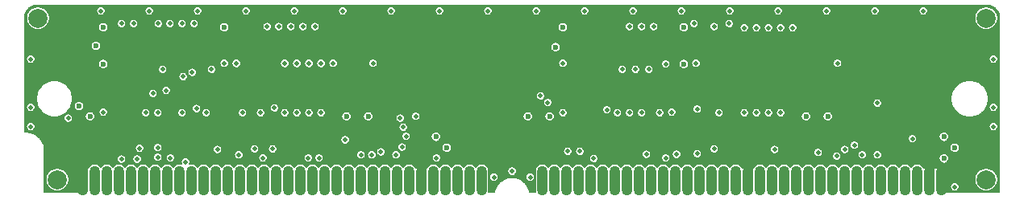
<source format=gbl>
G04 #@! TF.GenerationSoftware,KiCad,Pcbnew,(5.1.10-1-10_14)*
G04 #@! TF.CreationDate,2021-07-01T18:54:41-04:00*
G04 #@! TF.ProjectId,MacVRAMSIMM,4d616356-5241-44d5-9349-4d4d2e6b6963,1.0*
G04 #@! TF.SameCoordinates,Original*
G04 #@! TF.FileFunction,Copper,L4,Bot*
G04 #@! TF.FilePolarity,Positive*
%FSLAX46Y46*%
G04 Gerber Fmt 4.6, Leading zero omitted, Abs format (unit mm)*
G04 Created by KiCad (PCBNEW (5.1.10-1-10_14)) date 2021-07-01 18:54:41*
%MOMM*%
%LPD*%
G01*
G04 APERTURE LIST*
G04 #@! TA.AperFunction,ComponentPad*
%ADD10C,2.000000*%
G04 #@! TD*
G04 #@! TA.AperFunction,ViaPad*
%ADD11C,0.600000*%
G04 #@! TD*
G04 #@! TA.AperFunction,ViaPad*
%ADD12C,0.500000*%
G04 #@! TD*
G04 #@! TA.AperFunction,ViaPad*
%ADD13C,0.508000*%
G04 #@! TD*
G04 #@! TA.AperFunction,Conductor*
%ADD14C,1.000000*%
G04 #@! TD*
G04 #@! TA.AperFunction,Conductor*
%ADD15C,0.154000*%
G04 #@! TD*
G04 #@! TA.AperFunction,Conductor*
%ADD16C,0.100000*%
G04 #@! TD*
G04 APERTURE END LIST*
G04 #@! TA.AperFunction,ComponentPad*
G36*
G01*
X165214300Y-127218440D02*
X165214300Y-125003560D01*
G75*
G02*
X165630860Y-124587000I416560J0D01*
G01*
X165839140Y-124587000D01*
G75*
G02*
X166255700Y-125003560I0J-416560D01*
G01*
X166255700Y-127218440D01*
G75*
G02*
X165839140Y-127635000I-416560J0D01*
G01*
X165630860Y-127635000D01*
G75*
G02*
X165214300Y-127218440I0J416560D01*
G01*
G37*
G04 #@! TD.AperFunction*
G04 #@! TA.AperFunction,ComponentPad*
G36*
G01*
X163944300Y-127218440D02*
X163944300Y-125003560D01*
G75*
G02*
X164360860Y-124587000I416560J0D01*
G01*
X164569140Y-124587000D01*
G75*
G02*
X164985700Y-125003560I0J-416560D01*
G01*
X164985700Y-127218440D01*
G75*
G02*
X164569140Y-127635000I-416560J0D01*
G01*
X164360860Y-127635000D01*
G75*
G02*
X163944300Y-127218440I0J416560D01*
G01*
G37*
G04 #@! TD.AperFunction*
G04 #@! TA.AperFunction,ComponentPad*
G36*
G01*
X162674300Y-127218440D02*
X162674300Y-125003560D01*
G75*
G02*
X163090860Y-124587000I416560J0D01*
G01*
X163299140Y-124587000D01*
G75*
G02*
X163715700Y-125003560I0J-416560D01*
G01*
X163715700Y-127218440D01*
G75*
G02*
X163299140Y-127635000I-416560J0D01*
G01*
X163090860Y-127635000D01*
G75*
G02*
X162674300Y-127218440I0J416560D01*
G01*
G37*
G04 #@! TD.AperFunction*
G04 #@! TA.AperFunction,ComponentPad*
G36*
G01*
X161404300Y-127218440D02*
X161404300Y-125003560D01*
G75*
G02*
X161820860Y-124587000I416560J0D01*
G01*
X162029140Y-124587000D01*
G75*
G02*
X162445700Y-125003560I0J-416560D01*
G01*
X162445700Y-127218440D01*
G75*
G02*
X162029140Y-127635000I-416560J0D01*
G01*
X161820860Y-127635000D01*
G75*
G02*
X161404300Y-127218440I0J416560D01*
G01*
G37*
G04 #@! TD.AperFunction*
G04 #@! TA.AperFunction,ComponentPad*
G36*
G01*
X160134300Y-127218440D02*
X160134300Y-125003560D01*
G75*
G02*
X160550860Y-124587000I416560J0D01*
G01*
X160759140Y-124587000D01*
G75*
G02*
X161175700Y-125003560I0J-416560D01*
G01*
X161175700Y-127218440D01*
G75*
G02*
X160759140Y-127635000I-416560J0D01*
G01*
X160550860Y-127635000D01*
G75*
G02*
X160134300Y-127218440I0J416560D01*
G01*
G37*
G04 #@! TD.AperFunction*
G04 #@! TA.AperFunction,ComponentPad*
G36*
G01*
X158864300Y-127218440D02*
X158864300Y-125003560D01*
G75*
G02*
X159280860Y-124587000I416560J0D01*
G01*
X159489140Y-124587000D01*
G75*
G02*
X159905700Y-125003560I0J-416560D01*
G01*
X159905700Y-127218440D01*
G75*
G02*
X159489140Y-127635000I-416560J0D01*
G01*
X159280860Y-127635000D01*
G75*
G02*
X158864300Y-127218440I0J416560D01*
G01*
G37*
G04 #@! TD.AperFunction*
G04 #@! TA.AperFunction,ComponentPad*
G36*
G01*
X157594300Y-127218440D02*
X157594300Y-125003560D01*
G75*
G02*
X158010860Y-124587000I416560J0D01*
G01*
X158219140Y-124587000D01*
G75*
G02*
X158635700Y-125003560I0J-416560D01*
G01*
X158635700Y-127218440D01*
G75*
G02*
X158219140Y-127635000I-416560J0D01*
G01*
X158010860Y-127635000D01*
G75*
G02*
X157594300Y-127218440I0J416560D01*
G01*
G37*
G04 #@! TD.AperFunction*
G04 #@! TA.AperFunction,ComponentPad*
G36*
G01*
X156324300Y-127218440D02*
X156324300Y-125003560D01*
G75*
G02*
X156740860Y-124587000I416560J0D01*
G01*
X156949140Y-124587000D01*
G75*
G02*
X157365700Y-125003560I0J-416560D01*
G01*
X157365700Y-127218440D01*
G75*
G02*
X156949140Y-127635000I-416560J0D01*
G01*
X156740860Y-127635000D01*
G75*
G02*
X156324300Y-127218440I0J416560D01*
G01*
G37*
G04 #@! TD.AperFunction*
G04 #@! TA.AperFunction,ComponentPad*
G36*
G01*
X155054300Y-127218440D02*
X155054300Y-125003560D01*
G75*
G02*
X155470860Y-124587000I416560J0D01*
G01*
X155679140Y-124587000D01*
G75*
G02*
X156095700Y-125003560I0J-416560D01*
G01*
X156095700Y-127218440D01*
G75*
G02*
X155679140Y-127635000I-416560J0D01*
G01*
X155470860Y-127635000D01*
G75*
G02*
X155054300Y-127218440I0J416560D01*
G01*
G37*
G04 #@! TD.AperFunction*
G04 #@! TA.AperFunction,ComponentPad*
G36*
G01*
X153784300Y-127218440D02*
X153784300Y-125003560D01*
G75*
G02*
X154200860Y-124587000I416560J0D01*
G01*
X154409140Y-124587000D01*
G75*
G02*
X154825700Y-125003560I0J-416560D01*
G01*
X154825700Y-127218440D01*
G75*
G02*
X154409140Y-127635000I-416560J0D01*
G01*
X154200860Y-127635000D01*
G75*
G02*
X153784300Y-127218440I0J416560D01*
G01*
G37*
G04 #@! TD.AperFunction*
G04 #@! TA.AperFunction,ComponentPad*
G36*
G01*
X152514300Y-127218440D02*
X152514300Y-125003560D01*
G75*
G02*
X152930860Y-124587000I416560J0D01*
G01*
X153139140Y-124587000D01*
G75*
G02*
X153555700Y-125003560I0J-416560D01*
G01*
X153555700Y-127218440D01*
G75*
G02*
X153139140Y-127635000I-416560J0D01*
G01*
X152930860Y-127635000D01*
G75*
G02*
X152514300Y-127218440I0J416560D01*
G01*
G37*
G04 #@! TD.AperFunction*
G04 #@! TA.AperFunction,ComponentPad*
G36*
G01*
X151244300Y-127218440D02*
X151244300Y-125003560D01*
G75*
G02*
X151660860Y-124587000I416560J0D01*
G01*
X151869140Y-124587000D01*
G75*
G02*
X152285700Y-125003560I0J-416560D01*
G01*
X152285700Y-127218440D01*
G75*
G02*
X151869140Y-127635000I-416560J0D01*
G01*
X151660860Y-127635000D01*
G75*
G02*
X151244300Y-127218440I0J416560D01*
G01*
G37*
G04 #@! TD.AperFunction*
G04 #@! TA.AperFunction,ComponentPad*
G36*
G01*
X149974300Y-127218440D02*
X149974300Y-125003560D01*
G75*
G02*
X150390860Y-124587000I416560J0D01*
G01*
X150599140Y-124587000D01*
G75*
G02*
X151015700Y-125003560I0J-416560D01*
G01*
X151015700Y-127218440D01*
G75*
G02*
X150599140Y-127635000I-416560J0D01*
G01*
X150390860Y-127635000D01*
G75*
G02*
X149974300Y-127218440I0J416560D01*
G01*
G37*
G04 #@! TD.AperFunction*
G04 #@! TA.AperFunction,ComponentPad*
G36*
G01*
X148704300Y-127218440D02*
X148704300Y-125003560D01*
G75*
G02*
X149120860Y-124587000I416560J0D01*
G01*
X149329140Y-124587000D01*
G75*
G02*
X149745700Y-125003560I0J-416560D01*
G01*
X149745700Y-127218440D01*
G75*
G02*
X149329140Y-127635000I-416560J0D01*
G01*
X149120860Y-127635000D01*
G75*
G02*
X148704300Y-127218440I0J416560D01*
G01*
G37*
G04 #@! TD.AperFunction*
G04 #@! TA.AperFunction,ComponentPad*
G36*
G01*
X147434300Y-127218440D02*
X147434300Y-125003560D01*
G75*
G02*
X147850860Y-124587000I416560J0D01*
G01*
X148059140Y-124587000D01*
G75*
G02*
X148475700Y-125003560I0J-416560D01*
G01*
X148475700Y-127218440D01*
G75*
G02*
X148059140Y-127635000I-416560J0D01*
G01*
X147850860Y-127635000D01*
G75*
G02*
X147434300Y-127218440I0J416560D01*
G01*
G37*
G04 #@! TD.AperFunction*
G04 #@! TA.AperFunction,ComponentPad*
G36*
G01*
X146164300Y-127218440D02*
X146164300Y-125003560D01*
G75*
G02*
X146580860Y-124587000I416560J0D01*
G01*
X146789140Y-124587000D01*
G75*
G02*
X147205700Y-125003560I0J-416560D01*
G01*
X147205700Y-127218440D01*
G75*
G02*
X146789140Y-127635000I-416560J0D01*
G01*
X146580860Y-127635000D01*
G75*
G02*
X146164300Y-127218440I0J416560D01*
G01*
G37*
G04 #@! TD.AperFunction*
G04 #@! TA.AperFunction,ComponentPad*
G36*
G01*
X144894300Y-127218440D02*
X144894300Y-125003560D01*
G75*
G02*
X145310860Y-124587000I416560J0D01*
G01*
X145519140Y-124587000D01*
G75*
G02*
X145935700Y-125003560I0J-416560D01*
G01*
X145935700Y-127218440D01*
G75*
G02*
X145519140Y-127635000I-416560J0D01*
G01*
X145310860Y-127635000D01*
G75*
G02*
X144894300Y-127218440I0J416560D01*
G01*
G37*
G04 #@! TD.AperFunction*
G04 #@! TA.AperFunction,ComponentPad*
G36*
G01*
X143624300Y-127218440D02*
X143624300Y-125003560D01*
G75*
G02*
X144040860Y-124587000I416560J0D01*
G01*
X144249140Y-124587000D01*
G75*
G02*
X144665700Y-125003560I0J-416560D01*
G01*
X144665700Y-127218440D01*
G75*
G02*
X144249140Y-127635000I-416560J0D01*
G01*
X144040860Y-127635000D01*
G75*
G02*
X143624300Y-127218440I0J416560D01*
G01*
G37*
G04 #@! TD.AperFunction*
G04 #@! TA.AperFunction,ComponentPad*
G36*
G01*
X142354300Y-127218440D02*
X142354300Y-125003560D01*
G75*
G02*
X142770860Y-124587000I416560J0D01*
G01*
X142979140Y-124587000D01*
G75*
G02*
X143395700Y-125003560I0J-416560D01*
G01*
X143395700Y-127218440D01*
G75*
G02*
X142979140Y-127635000I-416560J0D01*
G01*
X142770860Y-127635000D01*
G75*
G02*
X142354300Y-127218440I0J416560D01*
G01*
G37*
G04 #@! TD.AperFunction*
G04 #@! TA.AperFunction,ComponentPad*
G36*
G01*
X141084300Y-127218440D02*
X141084300Y-125003560D01*
G75*
G02*
X141500860Y-124587000I416560J0D01*
G01*
X141709140Y-124587000D01*
G75*
G02*
X142125700Y-125003560I0J-416560D01*
G01*
X142125700Y-127218440D01*
G75*
G02*
X141709140Y-127635000I-416560J0D01*
G01*
X141500860Y-127635000D01*
G75*
G02*
X141084300Y-127218440I0J416560D01*
G01*
G37*
G04 #@! TD.AperFunction*
G04 #@! TA.AperFunction,ComponentPad*
G36*
G01*
X139814300Y-127218440D02*
X139814300Y-125003560D01*
G75*
G02*
X140230860Y-124587000I416560J0D01*
G01*
X140439140Y-124587000D01*
G75*
G02*
X140855700Y-125003560I0J-416560D01*
G01*
X140855700Y-127218440D01*
G75*
G02*
X140439140Y-127635000I-416560J0D01*
G01*
X140230860Y-127635000D01*
G75*
G02*
X139814300Y-127218440I0J416560D01*
G01*
G37*
G04 #@! TD.AperFunction*
G04 #@! TA.AperFunction,ComponentPad*
G36*
G01*
X138544300Y-127218440D02*
X138544300Y-125003560D01*
G75*
G02*
X138960860Y-124587000I416560J0D01*
G01*
X139169140Y-124587000D01*
G75*
G02*
X139585700Y-125003560I0J-416560D01*
G01*
X139585700Y-127218440D01*
G75*
G02*
X139169140Y-127635000I-416560J0D01*
G01*
X138960860Y-127635000D01*
G75*
G02*
X138544300Y-127218440I0J416560D01*
G01*
G37*
G04 #@! TD.AperFunction*
G04 #@! TA.AperFunction,ComponentPad*
G36*
G01*
X137274300Y-127218440D02*
X137274300Y-125003560D01*
G75*
G02*
X137690860Y-124587000I416560J0D01*
G01*
X137899140Y-124587000D01*
G75*
G02*
X138315700Y-125003560I0J-416560D01*
G01*
X138315700Y-127218440D01*
G75*
G02*
X137899140Y-127635000I-416560J0D01*
G01*
X137690860Y-127635000D01*
G75*
G02*
X137274300Y-127218440I0J416560D01*
G01*
G37*
G04 #@! TD.AperFunction*
G04 #@! TA.AperFunction,ComponentPad*
G36*
G01*
X136004300Y-127218440D02*
X136004300Y-125003560D01*
G75*
G02*
X136420860Y-124587000I416560J0D01*
G01*
X136629140Y-124587000D01*
G75*
G02*
X137045700Y-125003560I0J-416560D01*
G01*
X137045700Y-127218440D01*
G75*
G02*
X136629140Y-127635000I-416560J0D01*
G01*
X136420860Y-127635000D01*
G75*
G02*
X136004300Y-127218440I0J416560D01*
G01*
G37*
G04 #@! TD.AperFunction*
G04 #@! TA.AperFunction,ComponentPad*
G36*
G01*
X134734300Y-127218440D02*
X134734300Y-125003560D01*
G75*
G02*
X135150860Y-124587000I416560J0D01*
G01*
X135359140Y-124587000D01*
G75*
G02*
X135775700Y-125003560I0J-416560D01*
G01*
X135775700Y-127218440D01*
G75*
G02*
X135359140Y-127635000I-416560J0D01*
G01*
X135150860Y-127635000D01*
G75*
G02*
X134734300Y-127218440I0J416560D01*
G01*
G37*
G04 #@! TD.AperFunction*
G04 #@! TA.AperFunction,ComponentPad*
G36*
G01*
X133464300Y-127218440D02*
X133464300Y-125003560D01*
G75*
G02*
X133880860Y-124587000I416560J0D01*
G01*
X134089140Y-124587000D01*
G75*
G02*
X134505700Y-125003560I0J-416560D01*
G01*
X134505700Y-127218440D01*
G75*
G02*
X134089140Y-127635000I-416560J0D01*
G01*
X133880860Y-127635000D01*
G75*
G02*
X133464300Y-127218440I0J416560D01*
G01*
G37*
G04 #@! TD.AperFunction*
G04 #@! TA.AperFunction,ComponentPad*
G36*
G01*
X132194300Y-127218440D02*
X132194300Y-125003560D01*
G75*
G02*
X132610860Y-124587000I416560J0D01*
G01*
X132819140Y-124587000D01*
G75*
G02*
X133235700Y-125003560I0J-416560D01*
G01*
X133235700Y-127218440D01*
G75*
G02*
X132819140Y-127635000I-416560J0D01*
G01*
X132610860Y-127635000D01*
G75*
G02*
X132194300Y-127218440I0J416560D01*
G01*
G37*
G04 #@! TD.AperFunction*
G04 #@! TA.AperFunction,ComponentPad*
G36*
G01*
X130924300Y-127218440D02*
X130924300Y-125003560D01*
G75*
G02*
X131340860Y-124587000I416560J0D01*
G01*
X131549140Y-124587000D01*
G75*
G02*
X131965700Y-125003560I0J-416560D01*
G01*
X131965700Y-127218440D01*
G75*
G02*
X131549140Y-127635000I-416560J0D01*
G01*
X131340860Y-127635000D01*
G75*
G02*
X130924300Y-127218440I0J416560D01*
G01*
G37*
G04 #@! TD.AperFunction*
G04 #@! TA.AperFunction,ComponentPad*
G36*
G01*
X129654300Y-127218440D02*
X129654300Y-125003560D01*
G75*
G02*
X130070860Y-124587000I416560J0D01*
G01*
X130279140Y-124587000D01*
G75*
G02*
X130695700Y-125003560I0J-416560D01*
G01*
X130695700Y-127218440D01*
G75*
G02*
X130279140Y-127635000I-416560J0D01*
G01*
X130070860Y-127635000D01*
G75*
G02*
X129654300Y-127218440I0J416560D01*
G01*
G37*
G04 #@! TD.AperFunction*
G04 #@! TA.AperFunction,ComponentPad*
G36*
G01*
X128384300Y-127218440D02*
X128384300Y-125003560D01*
G75*
G02*
X128800860Y-124587000I416560J0D01*
G01*
X129009140Y-124587000D01*
G75*
G02*
X129425700Y-125003560I0J-416560D01*
G01*
X129425700Y-127218440D01*
G75*
G02*
X129009140Y-127635000I-416560J0D01*
G01*
X128800860Y-127635000D01*
G75*
G02*
X128384300Y-127218440I0J416560D01*
G01*
G37*
G04 #@! TD.AperFunction*
G04 #@! TA.AperFunction,ComponentPad*
G36*
G01*
X127114300Y-127218440D02*
X127114300Y-125003560D01*
G75*
G02*
X127530860Y-124587000I416560J0D01*
G01*
X127739140Y-124587000D01*
G75*
G02*
X128155700Y-125003560I0J-416560D01*
G01*
X128155700Y-127218440D01*
G75*
G02*
X127739140Y-127635000I-416560J0D01*
G01*
X127530860Y-127635000D01*
G75*
G02*
X127114300Y-127218440I0J416560D01*
G01*
G37*
G04 #@! TD.AperFunction*
G04 #@! TA.AperFunction,ComponentPad*
G36*
G01*
X125844300Y-127218440D02*
X125844300Y-125003560D01*
G75*
G02*
X126260860Y-124587000I416560J0D01*
G01*
X126469140Y-124587000D01*
G75*
G02*
X126885700Y-125003560I0J-416560D01*
G01*
X126885700Y-127218440D01*
G75*
G02*
X126469140Y-127635000I-416560J0D01*
G01*
X126260860Y-127635000D01*
G75*
G02*
X125844300Y-127218440I0J416560D01*
G01*
G37*
G04 #@! TD.AperFunction*
G04 #@! TA.AperFunction,ComponentPad*
G36*
G01*
X124574300Y-127218440D02*
X124574300Y-125003560D01*
G75*
G02*
X124990860Y-124587000I416560J0D01*
G01*
X125199140Y-124587000D01*
G75*
G02*
X125615700Y-125003560I0J-416560D01*
G01*
X125615700Y-127218440D01*
G75*
G02*
X125199140Y-127635000I-416560J0D01*
G01*
X124990860Y-127635000D01*
G75*
G02*
X124574300Y-127218440I0J416560D01*
G01*
G37*
G04 #@! TD.AperFunction*
G04 #@! TA.AperFunction,ComponentPad*
G36*
G01*
X123304300Y-127218440D02*
X123304300Y-125003560D01*
G75*
G02*
X123720860Y-124587000I416560J0D01*
G01*
X123929140Y-124587000D01*
G75*
G02*
X124345700Y-125003560I0J-416560D01*
G01*
X124345700Y-127218440D01*
G75*
G02*
X123929140Y-127635000I-416560J0D01*
G01*
X123720860Y-127635000D01*
G75*
G02*
X123304300Y-127218440I0J416560D01*
G01*
G37*
G04 #@! TD.AperFunction*
G04 #@! TA.AperFunction,ComponentPad*
G36*
G01*
X116954300Y-127218440D02*
X116954300Y-125003560D01*
G75*
G02*
X117370860Y-124587000I416560J0D01*
G01*
X117579140Y-124587000D01*
G75*
G02*
X117995700Y-125003560I0J-416560D01*
G01*
X117995700Y-127218440D01*
G75*
G02*
X117579140Y-127635000I-416560J0D01*
G01*
X117370860Y-127635000D01*
G75*
G02*
X116954300Y-127218440I0J416560D01*
G01*
G37*
G04 #@! TD.AperFunction*
G04 #@! TA.AperFunction,ComponentPad*
G36*
G01*
X115684300Y-127218440D02*
X115684300Y-125003560D01*
G75*
G02*
X116100860Y-124587000I416560J0D01*
G01*
X116309140Y-124587000D01*
G75*
G02*
X116725700Y-125003560I0J-416560D01*
G01*
X116725700Y-127218440D01*
G75*
G02*
X116309140Y-127635000I-416560J0D01*
G01*
X116100860Y-127635000D01*
G75*
G02*
X115684300Y-127218440I0J416560D01*
G01*
G37*
G04 #@! TD.AperFunction*
G04 #@! TA.AperFunction,ComponentPad*
G36*
G01*
X114414300Y-127218440D02*
X114414300Y-125003560D01*
G75*
G02*
X114830860Y-124587000I416560J0D01*
G01*
X115039140Y-124587000D01*
G75*
G02*
X115455700Y-125003560I0J-416560D01*
G01*
X115455700Y-127218440D01*
G75*
G02*
X115039140Y-127635000I-416560J0D01*
G01*
X114830860Y-127635000D01*
G75*
G02*
X114414300Y-127218440I0J416560D01*
G01*
G37*
G04 #@! TD.AperFunction*
G04 #@! TA.AperFunction,ComponentPad*
G36*
G01*
X113144300Y-127218440D02*
X113144300Y-125003560D01*
G75*
G02*
X113560860Y-124587000I416560J0D01*
G01*
X113769140Y-124587000D01*
G75*
G02*
X114185700Y-125003560I0J-416560D01*
G01*
X114185700Y-127218440D01*
G75*
G02*
X113769140Y-127635000I-416560J0D01*
G01*
X113560860Y-127635000D01*
G75*
G02*
X113144300Y-127218440I0J416560D01*
G01*
G37*
G04 #@! TD.AperFunction*
G04 #@! TA.AperFunction,ComponentPad*
G36*
G01*
X111874300Y-127218440D02*
X111874300Y-125003560D01*
G75*
G02*
X112290860Y-124587000I416560J0D01*
G01*
X112499140Y-124587000D01*
G75*
G02*
X112915700Y-125003560I0J-416560D01*
G01*
X112915700Y-127218440D01*
G75*
G02*
X112499140Y-127635000I-416560J0D01*
G01*
X112290860Y-127635000D01*
G75*
G02*
X111874300Y-127218440I0J416560D01*
G01*
G37*
G04 #@! TD.AperFunction*
G04 #@! TA.AperFunction,ComponentPad*
G36*
G01*
X110604300Y-127218440D02*
X110604300Y-125003560D01*
G75*
G02*
X111020860Y-124587000I416560J0D01*
G01*
X111229140Y-124587000D01*
G75*
G02*
X111645700Y-125003560I0J-416560D01*
G01*
X111645700Y-127218440D01*
G75*
G02*
X111229140Y-127635000I-416560J0D01*
G01*
X111020860Y-127635000D01*
G75*
G02*
X110604300Y-127218440I0J416560D01*
G01*
G37*
G04 #@! TD.AperFunction*
G04 #@! TA.AperFunction,ComponentPad*
G36*
G01*
X109334300Y-127218440D02*
X109334300Y-125003560D01*
G75*
G02*
X109750860Y-124587000I416560J0D01*
G01*
X109959140Y-124587000D01*
G75*
G02*
X110375700Y-125003560I0J-416560D01*
G01*
X110375700Y-127218440D01*
G75*
G02*
X109959140Y-127635000I-416560J0D01*
G01*
X109750860Y-127635000D01*
G75*
G02*
X109334300Y-127218440I0J416560D01*
G01*
G37*
G04 #@! TD.AperFunction*
G04 #@! TA.AperFunction,ComponentPad*
G36*
G01*
X108064300Y-127218440D02*
X108064300Y-125003560D01*
G75*
G02*
X108480860Y-124587000I416560J0D01*
G01*
X108689140Y-124587000D01*
G75*
G02*
X109105700Y-125003560I0J-416560D01*
G01*
X109105700Y-127218440D01*
G75*
G02*
X108689140Y-127635000I-416560J0D01*
G01*
X108480860Y-127635000D01*
G75*
G02*
X108064300Y-127218440I0J416560D01*
G01*
G37*
G04 #@! TD.AperFunction*
G04 #@! TA.AperFunction,ComponentPad*
G36*
G01*
X106794300Y-127218440D02*
X106794300Y-125003560D01*
G75*
G02*
X107210860Y-124587000I416560J0D01*
G01*
X107419140Y-124587000D01*
G75*
G02*
X107835700Y-125003560I0J-416560D01*
G01*
X107835700Y-127218440D01*
G75*
G02*
X107419140Y-127635000I-416560J0D01*
G01*
X107210860Y-127635000D01*
G75*
G02*
X106794300Y-127218440I0J416560D01*
G01*
G37*
G04 #@! TD.AperFunction*
G04 #@! TA.AperFunction,ComponentPad*
G36*
G01*
X105524300Y-127218440D02*
X105524300Y-125003560D01*
G75*
G02*
X105940860Y-124587000I416560J0D01*
G01*
X106149140Y-124587000D01*
G75*
G02*
X106565700Y-125003560I0J-416560D01*
G01*
X106565700Y-127218440D01*
G75*
G02*
X106149140Y-127635000I-416560J0D01*
G01*
X105940860Y-127635000D01*
G75*
G02*
X105524300Y-127218440I0J416560D01*
G01*
G37*
G04 #@! TD.AperFunction*
G04 #@! TA.AperFunction,ComponentPad*
G36*
G01*
X104254300Y-127218440D02*
X104254300Y-125003560D01*
G75*
G02*
X104670860Y-124587000I416560J0D01*
G01*
X104879140Y-124587000D01*
G75*
G02*
X105295700Y-125003560I0J-416560D01*
G01*
X105295700Y-127218440D01*
G75*
G02*
X104879140Y-127635000I-416560J0D01*
G01*
X104670860Y-127635000D01*
G75*
G02*
X104254300Y-127218440I0J416560D01*
G01*
G37*
G04 #@! TD.AperFunction*
G04 #@! TA.AperFunction,ComponentPad*
G36*
G01*
X102984300Y-127218440D02*
X102984300Y-125003560D01*
G75*
G02*
X103400860Y-124587000I416560J0D01*
G01*
X103609140Y-124587000D01*
G75*
G02*
X104025700Y-125003560I0J-416560D01*
G01*
X104025700Y-127218440D01*
G75*
G02*
X103609140Y-127635000I-416560J0D01*
G01*
X103400860Y-127635000D01*
G75*
G02*
X102984300Y-127218440I0J416560D01*
G01*
G37*
G04 #@! TD.AperFunction*
G04 #@! TA.AperFunction,ComponentPad*
G36*
G01*
X101714300Y-127218440D02*
X101714300Y-125003560D01*
G75*
G02*
X102130860Y-124587000I416560J0D01*
G01*
X102339140Y-124587000D01*
G75*
G02*
X102755700Y-125003560I0J-416560D01*
G01*
X102755700Y-127218440D01*
G75*
G02*
X102339140Y-127635000I-416560J0D01*
G01*
X102130860Y-127635000D01*
G75*
G02*
X101714300Y-127218440I0J416560D01*
G01*
G37*
G04 #@! TD.AperFunction*
G04 #@! TA.AperFunction,ComponentPad*
G36*
G01*
X100444300Y-127218440D02*
X100444300Y-125003560D01*
G75*
G02*
X100860860Y-124587000I416560J0D01*
G01*
X101069140Y-124587000D01*
G75*
G02*
X101485700Y-125003560I0J-416560D01*
G01*
X101485700Y-127218440D01*
G75*
G02*
X101069140Y-127635000I-416560J0D01*
G01*
X100860860Y-127635000D01*
G75*
G02*
X100444300Y-127218440I0J416560D01*
G01*
G37*
G04 #@! TD.AperFunction*
G04 #@! TA.AperFunction,ComponentPad*
G36*
G01*
X99174300Y-127218440D02*
X99174300Y-125003560D01*
G75*
G02*
X99590860Y-124587000I416560J0D01*
G01*
X99799140Y-124587000D01*
G75*
G02*
X100215700Y-125003560I0J-416560D01*
G01*
X100215700Y-127218440D01*
G75*
G02*
X99799140Y-127635000I-416560J0D01*
G01*
X99590860Y-127635000D01*
G75*
G02*
X99174300Y-127218440I0J416560D01*
G01*
G37*
G04 #@! TD.AperFunction*
G04 #@! TA.AperFunction,ComponentPad*
G36*
G01*
X97904300Y-127218440D02*
X97904300Y-125003560D01*
G75*
G02*
X98320860Y-124587000I416560J0D01*
G01*
X98529140Y-124587000D01*
G75*
G02*
X98945700Y-125003560I0J-416560D01*
G01*
X98945700Y-127218440D01*
G75*
G02*
X98529140Y-127635000I-416560J0D01*
G01*
X98320860Y-127635000D01*
G75*
G02*
X97904300Y-127218440I0J416560D01*
G01*
G37*
G04 #@! TD.AperFunction*
G04 #@! TA.AperFunction,ComponentPad*
G36*
G01*
X96634300Y-127218440D02*
X96634300Y-125003560D01*
G75*
G02*
X97050860Y-124587000I416560J0D01*
G01*
X97259140Y-124587000D01*
G75*
G02*
X97675700Y-125003560I0J-416560D01*
G01*
X97675700Y-127218440D01*
G75*
G02*
X97259140Y-127635000I-416560J0D01*
G01*
X97050860Y-127635000D01*
G75*
G02*
X96634300Y-127218440I0J416560D01*
G01*
G37*
G04 #@! TD.AperFunction*
G04 #@! TA.AperFunction,ComponentPad*
G36*
G01*
X95364300Y-127218440D02*
X95364300Y-125003560D01*
G75*
G02*
X95780860Y-124587000I416560J0D01*
G01*
X95989140Y-124587000D01*
G75*
G02*
X96405700Y-125003560I0J-416560D01*
G01*
X96405700Y-127218440D01*
G75*
G02*
X95989140Y-127635000I-416560J0D01*
G01*
X95780860Y-127635000D01*
G75*
G02*
X95364300Y-127218440I0J416560D01*
G01*
G37*
G04 #@! TD.AperFunction*
G04 #@! TA.AperFunction,ComponentPad*
G36*
G01*
X94094300Y-127218440D02*
X94094300Y-125003560D01*
G75*
G02*
X94510860Y-124587000I416560J0D01*
G01*
X94719140Y-124587000D01*
G75*
G02*
X95135700Y-125003560I0J-416560D01*
G01*
X95135700Y-127218440D01*
G75*
G02*
X94719140Y-127635000I-416560J0D01*
G01*
X94510860Y-127635000D01*
G75*
G02*
X94094300Y-127218440I0J416560D01*
G01*
G37*
G04 #@! TD.AperFunction*
G04 #@! TA.AperFunction,ComponentPad*
G36*
G01*
X92824300Y-127218440D02*
X92824300Y-125003560D01*
G75*
G02*
X93240860Y-124587000I416560J0D01*
G01*
X93449140Y-124587000D01*
G75*
G02*
X93865700Y-125003560I0J-416560D01*
G01*
X93865700Y-127218440D01*
G75*
G02*
X93449140Y-127635000I-416560J0D01*
G01*
X93240860Y-127635000D01*
G75*
G02*
X92824300Y-127218440I0J416560D01*
G01*
G37*
G04 #@! TD.AperFunction*
G04 #@! TA.AperFunction,ComponentPad*
G36*
G01*
X91554300Y-127218440D02*
X91554300Y-125003560D01*
G75*
G02*
X91970860Y-124587000I416560J0D01*
G01*
X92179140Y-124587000D01*
G75*
G02*
X92595700Y-125003560I0J-416560D01*
G01*
X92595700Y-127218440D01*
G75*
G02*
X92179140Y-127635000I-416560J0D01*
G01*
X91970860Y-127635000D01*
G75*
G02*
X91554300Y-127218440I0J416560D01*
G01*
G37*
G04 #@! TD.AperFunction*
G04 #@! TA.AperFunction,ComponentPad*
G36*
G01*
X90284300Y-127218440D02*
X90284300Y-125003560D01*
G75*
G02*
X90700860Y-124587000I416560J0D01*
G01*
X90909140Y-124587000D01*
G75*
G02*
X91325700Y-125003560I0J-416560D01*
G01*
X91325700Y-127218440D01*
G75*
G02*
X90909140Y-127635000I-416560J0D01*
G01*
X90700860Y-127635000D01*
G75*
G02*
X90284300Y-127218440I0J416560D01*
G01*
G37*
G04 #@! TD.AperFunction*
G04 #@! TA.AperFunction,ComponentPad*
G36*
G01*
X89014300Y-127218440D02*
X89014300Y-125003560D01*
G75*
G02*
X89430860Y-124587000I416560J0D01*
G01*
X89639140Y-124587000D01*
G75*
G02*
X90055700Y-125003560I0J-416560D01*
G01*
X90055700Y-127218440D01*
G75*
G02*
X89639140Y-127635000I-416560J0D01*
G01*
X89430860Y-127635000D01*
G75*
G02*
X89014300Y-127218440I0J416560D01*
G01*
G37*
G04 #@! TD.AperFunction*
G04 #@! TA.AperFunction,ComponentPad*
G36*
G01*
X87744300Y-127218440D02*
X87744300Y-125003560D01*
G75*
G02*
X88160860Y-124587000I416560J0D01*
G01*
X88369140Y-124587000D01*
G75*
G02*
X88785700Y-125003560I0J-416560D01*
G01*
X88785700Y-127218440D01*
G75*
G02*
X88369140Y-127635000I-416560J0D01*
G01*
X88160860Y-127635000D01*
G75*
G02*
X87744300Y-127218440I0J416560D01*
G01*
G37*
G04 #@! TD.AperFunction*
G04 #@! TA.AperFunction,ComponentPad*
G36*
G01*
X86474300Y-127218440D02*
X86474300Y-125003560D01*
G75*
G02*
X86890860Y-124587000I416560J0D01*
G01*
X87099140Y-124587000D01*
G75*
G02*
X87515700Y-125003560I0J-416560D01*
G01*
X87515700Y-127218440D01*
G75*
G02*
X87099140Y-127635000I-416560J0D01*
G01*
X86890860Y-127635000D01*
G75*
G02*
X86474300Y-127218440I0J416560D01*
G01*
G37*
G04 #@! TD.AperFunction*
G04 #@! TA.AperFunction,ComponentPad*
G36*
G01*
X85204300Y-127218440D02*
X85204300Y-125003560D01*
G75*
G02*
X85620860Y-124587000I416560J0D01*
G01*
X85829140Y-124587000D01*
G75*
G02*
X86245700Y-125003560I0J-416560D01*
G01*
X86245700Y-127218440D01*
G75*
G02*
X85829140Y-127635000I-416560J0D01*
G01*
X85620860Y-127635000D01*
G75*
G02*
X85204300Y-127218440I0J416560D01*
G01*
G37*
G04 #@! TD.AperFunction*
G04 #@! TA.AperFunction,ComponentPad*
G36*
G01*
X83934300Y-127218440D02*
X83934300Y-125003560D01*
G75*
G02*
X84350860Y-124587000I416560J0D01*
G01*
X84559140Y-124587000D01*
G75*
G02*
X84975700Y-125003560I0J-416560D01*
G01*
X84975700Y-127218440D01*
G75*
G02*
X84559140Y-127635000I-416560J0D01*
G01*
X84350860Y-127635000D01*
G75*
G02*
X83934300Y-127218440I0J416560D01*
G01*
G37*
G04 #@! TD.AperFunction*
G04 #@! TA.AperFunction,ComponentPad*
G36*
G01*
X82664300Y-127218440D02*
X82664300Y-125003560D01*
G75*
G02*
X83080860Y-124587000I416560J0D01*
G01*
X83289140Y-124587000D01*
G75*
G02*
X83705700Y-125003560I0J-416560D01*
G01*
X83705700Y-127218440D01*
G75*
G02*
X83289140Y-127635000I-416560J0D01*
G01*
X83080860Y-127635000D01*
G75*
G02*
X82664300Y-127218440I0J416560D01*
G01*
G37*
G04 #@! TD.AperFunction*
G04 #@! TA.AperFunction,ComponentPad*
G36*
G01*
X81394300Y-127218440D02*
X81394300Y-125003560D01*
G75*
G02*
X81810860Y-124587000I416560J0D01*
G01*
X82019140Y-124587000D01*
G75*
G02*
X82435700Y-125003560I0J-416560D01*
G01*
X82435700Y-127218440D01*
G75*
G02*
X82019140Y-127635000I-416560J0D01*
G01*
X81810860Y-127635000D01*
G75*
G02*
X81394300Y-127218440I0J416560D01*
G01*
G37*
G04 #@! TD.AperFunction*
G04 #@! TA.AperFunction,ComponentPad*
G36*
G01*
X80124300Y-127218440D02*
X80124300Y-125003560D01*
G75*
G02*
X80540860Y-124587000I416560J0D01*
G01*
X80749140Y-124587000D01*
G75*
G02*
X81165700Y-125003560I0J-416560D01*
G01*
X81165700Y-127218440D01*
G75*
G02*
X80749140Y-127635000I-416560J0D01*
G01*
X80540860Y-127635000D01*
G75*
G02*
X80124300Y-127218440I0J416560D01*
G01*
G37*
G04 #@! TD.AperFunction*
G04 #@! TA.AperFunction,ComponentPad*
G36*
G01*
X78854300Y-127218440D02*
X78854300Y-125003560D01*
G75*
G02*
X79270860Y-124587000I416560J0D01*
G01*
X79479140Y-124587000D01*
G75*
G02*
X79895700Y-125003560I0J-416560D01*
G01*
X79895700Y-127218440D01*
G75*
G02*
X79479140Y-127635000I-416560J0D01*
G01*
X79270860Y-127635000D01*
G75*
G02*
X78854300Y-127218440I0J416560D01*
G01*
G37*
G04 #@! TD.AperFunction*
G04 #@! TA.AperFunction,ComponentPad*
G36*
G01*
X77584300Y-127218440D02*
X77584300Y-125003560D01*
G75*
G02*
X78000860Y-124587000I416560J0D01*
G01*
X78209140Y-124587000D01*
G75*
G02*
X78625700Y-125003560I0J-416560D01*
G01*
X78625700Y-127218440D01*
G75*
G02*
X78209140Y-127635000I-416560J0D01*
G01*
X78000860Y-127635000D01*
G75*
G02*
X77584300Y-127218440I0J416560D01*
G01*
G37*
G04 #@! TD.AperFunction*
G04 #@! TA.AperFunction,ComponentPad*
G36*
G01*
X76314300Y-127218440D02*
X76314300Y-125003560D01*
G75*
G02*
X76730860Y-124587000I416560J0D01*
G01*
X76939140Y-124587000D01*
G75*
G02*
X77355700Y-125003560I0J-416560D01*
G01*
X77355700Y-127218440D01*
G75*
G02*
X76939140Y-127635000I-416560J0D01*
G01*
X76730860Y-127635000D01*
G75*
G02*
X76314300Y-127218440I0J416560D01*
G01*
G37*
G04 #@! TD.AperFunction*
G04 #@! TA.AperFunction,ComponentPad*
G36*
G01*
X75044300Y-127218440D02*
X75044300Y-125003560D01*
G75*
G02*
X75460860Y-124587000I416560J0D01*
G01*
X75669140Y-124587000D01*
G75*
G02*
X76085700Y-125003560I0J-416560D01*
G01*
X76085700Y-127218440D01*
G75*
G02*
X75669140Y-127635000I-416560J0D01*
G01*
X75460860Y-127635000D01*
G75*
G02*
X75044300Y-127218440I0J416560D01*
G01*
G37*
G04 #@! TD.AperFunction*
D10*
X72898000Y-125984000D03*
X170434000Y-125984000D03*
X70866000Y-108966000D03*
X170434000Y-108966000D03*
D11*
X102616000Y-120777000D03*
X74041000Y-120713500D03*
X75184000Y-121793000D03*
X105537000Y-120713500D03*
X150114000Y-118872000D03*
X150876000Y-120777000D03*
D12*
X101854000Y-118935500D03*
X153733500Y-120713500D03*
X115570000Y-108204000D03*
X100330000Y-108204000D03*
X80010000Y-108204000D03*
X125730000Y-108204000D03*
X135890000Y-108204000D03*
X161290000Y-108204000D03*
X140970000Y-108204000D03*
X95250000Y-108204000D03*
X130810000Y-108204000D03*
X151130000Y-108204000D03*
X105410000Y-108204000D03*
X120650000Y-108204000D03*
X156210000Y-108204000D03*
X166370000Y-108204000D03*
X90170000Y-108204000D03*
X146050000Y-108204000D03*
X85090000Y-108204000D03*
X110490000Y-108204000D03*
X74930000Y-108204000D03*
X171196000Y-110744000D03*
X171196000Y-115824000D03*
X70104000Y-115824000D03*
X70104000Y-110744000D03*
X171196000Y-121920000D03*
X72136000Y-121920000D03*
X168910000Y-126746000D03*
X119443500Y-124777500D03*
X121856500Y-124777500D03*
D11*
X150114000Y-122745500D03*
X122301000Y-120777000D03*
X111315500Y-121475500D03*
X164655500Y-121475500D03*
D12*
X110236000Y-122618500D03*
X76263500Y-120713500D03*
X124523500Y-120713500D03*
X90424000Y-122682000D03*
X90424000Y-118935500D03*
D11*
X138684000Y-122745500D03*
X138684000Y-118872000D03*
D13*
X120650000Y-125095000D03*
X118745000Y-125730000D03*
X122555000Y-125730000D03*
D11*
X77724000Y-109918500D03*
X77724000Y-113792000D03*
X76962000Y-111887000D03*
X90424000Y-109918500D03*
X76327000Y-119316500D03*
X75184000Y-118237000D03*
X105537000Y-119316500D03*
X103251000Y-119316500D03*
X125984000Y-109918500D03*
X138684000Y-109918500D03*
X138684000Y-113792000D03*
X124587000Y-119316500D03*
X151511000Y-119316500D03*
X153797000Y-119316500D03*
D12*
X125984000Y-113728500D03*
X134239000Y-109855000D03*
X132969000Y-109855000D03*
X135509000Y-109855000D03*
X90424000Y-113728500D03*
D11*
X122301000Y-119316500D03*
D12*
X83947000Y-114363500D03*
X126492000Y-122999500D03*
X127762000Y-122999500D03*
X136779000Y-113792000D03*
X95504000Y-122745500D03*
X84328000Y-116586000D03*
X82931000Y-116903500D03*
X93599000Y-122745500D03*
X77470000Y-108204000D03*
X123190000Y-108204000D03*
X118110000Y-108204000D03*
X113030000Y-108204000D03*
X107950000Y-108204000D03*
X102870000Y-108204000D03*
X97790000Y-108204000D03*
X92710000Y-108204000D03*
X87630000Y-108204000D03*
X82550000Y-108204000D03*
X163830000Y-108204000D03*
X148590000Y-108204000D03*
X128270000Y-108204000D03*
X143510000Y-108204000D03*
X153670000Y-108204000D03*
X138430000Y-108204000D03*
X133350000Y-108204000D03*
X158750000Y-108204000D03*
X171196000Y-113284000D03*
X70104000Y-113284000D03*
X70104000Y-118364000D03*
X70104000Y-120396000D03*
X171196000Y-120396000D03*
X171196000Y-118364000D03*
X167132000Y-126746000D03*
X89090500Y-114363500D03*
X79629000Y-109537500D03*
X83502500Y-109537500D03*
X87058500Y-114681000D03*
X86106000Y-115125500D03*
X74041000Y-119507000D03*
X96139000Y-109855000D03*
X97409000Y-109855000D03*
X98679000Y-109855000D03*
X99949000Y-109855000D03*
X94932500Y-109855000D03*
X84709000Y-109537500D03*
X85979000Y-109537500D03*
X87249000Y-109537500D03*
X80899000Y-109537500D03*
X143446500Y-109537500D03*
X141859000Y-109855000D03*
X132207000Y-114363500D03*
X148209000Y-122809000D03*
X135001000Y-114363500D03*
X155575000Y-122809000D03*
X157416500Y-123380500D03*
X104775000Y-123380500D03*
X133604000Y-114363500D03*
D11*
X112649000Y-121475500D03*
X113792000Y-122618500D03*
X165989000Y-121475500D03*
X167132000Y-122618500D03*
D12*
X139763500Y-109537500D03*
X106045000Y-113728500D03*
X110553500Y-119316500D03*
X159004000Y-117919500D03*
X154813000Y-113728500D03*
X162687000Y-121666000D03*
X159004000Y-123380500D03*
X108458000Y-123380500D03*
D11*
X165989000Y-123761500D03*
D12*
X112712500Y-123698000D03*
D11*
X125222000Y-112014000D03*
D12*
X86360000Y-124142500D03*
X89725500Y-122809000D03*
X79629000Y-123825000D03*
X81280000Y-123825000D03*
X83439000Y-122618500D03*
X83439000Y-123634500D03*
X84772500Y-123698000D03*
X87503000Y-118491000D03*
X85979000Y-118935500D03*
X82169000Y-118935500D03*
X83439000Y-118935500D03*
X129222500Y-123761500D03*
X134747000Y-123317000D03*
X132969000Y-118935500D03*
X134239000Y-118935500D03*
X131699000Y-118935500D03*
X130619500Y-118618000D03*
X137922000Y-123317000D03*
X92329000Y-118935500D03*
X88519000Y-118935500D03*
X94488000Y-123698000D03*
X91948000Y-123380500D03*
X95694500Y-118427500D03*
X136779000Y-123698000D03*
X141859000Y-122745500D03*
X106870500Y-123063000D03*
X105918000Y-123380500D03*
X96774000Y-113741200D03*
X145034000Y-109982000D03*
X108902500Y-119507000D03*
X98044000Y-113741200D03*
X146304000Y-109982000D03*
X109220000Y-120459500D03*
X99314000Y-113741200D03*
X147574000Y-109982000D03*
X109537500Y-121412000D03*
X100584000Y-113741200D03*
X148844000Y-109982000D03*
X109093000Y-122555000D03*
X100584000Y-118935500D03*
X148844000Y-118935500D03*
X123634500Y-117157500D03*
X99314000Y-118935500D03*
X147574000Y-118935500D03*
X124396500Y-117856000D03*
X98044000Y-118935500D03*
X146304000Y-118935500D03*
X150114000Y-109982000D03*
X101854000Y-113728500D03*
X136144000Y-118935500D03*
X137414000Y-118872000D03*
X140081000Y-118554500D03*
X156591000Y-122364500D03*
X154749500Y-123507500D03*
X96774000Y-118935500D03*
X145034000Y-118935500D03*
X152781000Y-123126500D03*
X140081000Y-123253500D03*
X77724000Y-118872000D03*
X125984000Y-118935500D03*
X100393500Y-123698000D03*
X99250500Y-123698000D03*
X103124000Y-121793000D03*
X94234000Y-118935500D03*
X142367000Y-118935500D03*
X81534000Y-122682000D03*
X91694000Y-113741200D03*
X139954000Y-113728500D03*
D14*
X111125000Y-125095000D02*
X111125000Y-124396500D01*
X145415000Y-125095000D02*
X145415000Y-124396500D01*
X164465000Y-125095000D02*
X164465000Y-124396500D01*
X75565000Y-125095000D02*
X75565000Y-124396500D01*
D15*
X170797293Y-107645636D02*
X171024586Y-107714261D01*
X171234219Y-107825724D01*
X171418213Y-107975785D01*
X171569552Y-108158725D01*
X171682477Y-108367577D01*
X171752685Y-108594381D01*
X171779001Y-108844757D01*
X171779000Y-127329000D01*
X165812000Y-127329000D01*
X165812000Y-126698626D01*
X166651000Y-126698626D01*
X166651000Y-126793374D01*
X166669485Y-126886302D01*
X166705744Y-126973839D01*
X166758383Y-127052619D01*
X166825381Y-127119617D01*
X166904161Y-127172256D01*
X166991698Y-127208515D01*
X167084626Y-127227000D01*
X167179374Y-127227000D01*
X167272302Y-127208515D01*
X167359839Y-127172256D01*
X167438619Y-127119617D01*
X167505617Y-127052619D01*
X167558256Y-126973839D01*
X167594515Y-126886302D01*
X167613000Y-126793374D01*
X167613000Y-126698626D01*
X167594515Y-126605698D01*
X167558256Y-126518161D01*
X167505617Y-126439381D01*
X167438619Y-126372383D01*
X167359839Y-126319744D01*
X167272302Y-126283485D01*
X167179374Y-126265000D01*
X167084626Y-126265000D01*
X166991698Y-126283485D01*
X166904161Y-126319744D01*
X166825381Y-126372383D01*
X166758383Y-126439381D01*
X166705744Y-126518161D01*
X166669485Y-126605698D01*
X166651000Y-126698626D01*
X165812000Y-126698626D01*
X165812000Y-125862757D01*
X169203000Y-125862757D01*
X169203000Y-126105243D01*
X169250307Y-126343069D01*
X169343102Y-126567097D01*
X169477820Y-126768717D01*
X169649283Y-126940180D01*
X169850903Y-127074898D01*
X170074931Y-127167693D01*
X170312757Y-127215000D01*
X170555243Y-127215000D01*
X170793069Y-127167693D01*
X171017097Y-127074898D01*
X171218717Y-126940180D01*
X171390180Y-126768717D01*
X171524898Y-126567097D01*
X171617693Y-126343069D01*
X171665000Y-126105243D01*
X171665000Y-125862757D01*
X171617693Y-125624931D01*
X171524898Y-125400903D01*
X171390180Y-125199283D01*
X171218717Y-125027820D01*
X171017097Y-124893102D01*
X170793069Y-124800307D01*
X170555243Y-124753000D01*
X170312757Y-124753000D01*
X170074931Y-124800307D01*
X169850903Y-124893102D01*
X169649283Y-125027820D01*
X169477820Y-125199283D01*
X169343102Y-125400903D01*
X169250307Y-125624931D01*
X169203000Y-125862757D01*
X165812000Y-125862757D01*
X165812000Y-124841000D01*
X165810520Y-124825978D01*
X165806139Y-124811533D01*
X165799023Y-124798221D01*
X165789447Y-124786553D01*
X165777779Y-124776977D01*
X165764467Y-124769861D01*
X165750022Y-124765480D01*
X165735000Y-124764000D01*
X163901071Y-124764000D01*
X163898439Y-124755322D01*
X163838495Y-124643174D01*
X163757824Y-124544876D01*
X163659526Y-124464205D01*
X163547378Y-124404261D01*
X163425691Y-124367347D01*
X163299140Y-124354883D01*
X163090860Y-124354883D01*
X162964309Y-124367347D01*
X162842622Y-124404261D01*
X162730474Y-124464205D01*
X162632176Y-124544876D01*
X162560000Y-124632823D01*
X162487824Y-124544876D01*
X162389526Y-124464205D01*
X162277378Y-124404261D01*
X162155691Y-124367347D01*
X162029140Y-124354883D01*
X161820860Y-124354883D01*
X161694309Y-124367347D01*
X161572622Y-124404261D01*
X161460474Y-124464205D01*
X161362176Y-124544876D01*
X161290000Y-124632823D01*
X161217824Y-124544876D01*
X161119526Y-124464205D01*
X161007378Y-124404261D01*
X160885691Y-124367347D01*
X160759140Y-124354883D01*
X160550860Y-124354883D01*
X160424309Y-124367347D01*
X160302622Y-124404261D01*
X160190474Y-124464205D01*
X160092176Y-124544876D01*
X160020000Y-124632823D01*
X159947824Y-124544876D01*
X159849526Y-124464205D01*
X159737378Y-124404261D01*
X159615691Y-124367347D01*
X159489140Y-124354883D01*
X159280860Y-124354883D01*
X159154309Y-124367347D01*
X159032622Y-124404261D01*
X158920474Y-124464205D01*
X158822176Y-124544876D01*
X158750000Y-124632823D01*
X158677824Y-124544876D01*
X158579526Y-124464205D01*
X158467378Y-124404261D01*
X158345691Y-124367347D01*
X158219140Y-124354883D01*
X158010860Y-124354883D01*
X157884309Y-124367347D01*
X157762622Y-124404261D01*
X157650474Y-124464205D01*
X157552176Y-124544876D01*
X157480000Y-124632823D01*
X157407824Y-124544876D01*
X157309526Y-124464205D01*
X157197378Y-124404261D01*
X157075691Y-124367347D01*
X156949140Y-124354883D01*
X156740860Y-124354883D01*
X156614309Y-124367347D01*
X156492622Y-124404261D01*
X156380474Y-124464205D01*
X156282176Y-124544876D01*
X156210000Y-124632823D01*
X156137824Y-124544876D01*
X156039526Y-124464205D01*
X155927378Y-124404261D01*
X155805691Y-124367347D01*
X155679140Y-124354883D01*
X155470860Y-124354883D01*
X155344309Y-124367347D01*
X155222622Y-124404261D01*
X155110474Y-124464205D01*
X155012176Y-124544876D01*
X154940000Y-124632823D01*
X154867824Y-124544876D01*
X154769526Y-124464205D01*
X154657378Y-124404261D01*
X154535691Y-124367347D01*
X154409140Y-124354883D01*
X154200860Y-124354883D01*
X154074309Y-124367347D01*
X153952622Y-124404261D01*
X153840474Y-124464205D01*
X153742176Y-124544876D01*
X153670000Y-124632823D01*
X153597824Y-124544876D01*
X153499526Y-124464205D01*
X153387378Y-124404261D01*
X153265691Y-124367347D01*
X153139140Y-124354883D01*
X152930860Y-124354883D01*
X152804309Y-124367347D01*
X152682622Y-124404261D01*
X152570474Y-124464205D01*
X152472176Y-124544876D01*
X152400000Y-124632823D01*
X152327824Y-124544876D01*
X152229526Y-124464205D01*
X152117378Y-124404261D01*
X151995691Y-124367347D01*
X151869140Y-124354883D01*
X151660860Y-124354883D01*
X151534309Y-124367347D01*
X151412622Y-124404261D01*
X151300474Y-124464205D01*
X151202176Y-124544876D01*
X151130000Y-124632823D01*
X151057824Y-124544876D01*
X150959526Y-124464205D01*
X150847378Y-124404261D01*
X150725691Y-124367347D01*
X150599140Y-124354883D01*
X150390860Y-124354883D01*
X150264309Y-124367347D01*
X150142622Y-124404261D01*
X150030474Y-124464205D01*
X149932176Y-124544876D01*
X149860000Y-124632823D01*
X149787824Y-124544876D01*
X149689526Y-124464205D01*
X149577378Y-124404261D01*
X149455691Y-124367347D01*
X149329140Y-124354883D01*
X149120860Y-124354883D01*
X148994309Y-124367347D01*
X148872622Y-124404261D01*
X148760474Y-124464205D01*
X148662176Y-124544876D01*
X148590000Y-124632823D01*
X148517824Y-124544876D01*
X148419526Y-124464205D01*
X148307378Y-124404261D01*
X148185691Y-124367347D01*
X148059140Y-124354883D01*
X147850860Y-124354883D01*
X147724309Y-124367347D01*
X147602622Y-124404261D01*
X147490474Y-124464205D01*
X147392176Y-124544876D01*
X147320000Y-124632823D01*
X147247824Y-124544876D01*
X147149526Y-124464205D01*
X147037378Y-124404261D01*
X146915691Y-124367347D01*
X146789140Y-124354883D01*
X146580860Y-124354883D01*
X146454309Y-124367347D01*
X146332622Y-124404261D01*
X146220474Y-124464205D01*
X146122176Y-124544876D01*
X146041505Y-124643174D01*
X145981561Y-124755322D01*
X145978929Y-124764000D01*
X144851071Y-124764000D01*
X144848439Y-124755322D01*
X144788495Y-124643174D01*
X144707824Y-124544876D01*
X144609526Y-124464205D01*
X144497378Y-124404261D01*
X144375691Y-124367347D01*
X144249140Y-124354883D01*
X144040860Y-124354883D01*
X143914309Y-124367347D01*
X143792622Y-124404261D01*
X143680474Y-124464205D01*
X143582176Y-124544876D01*
X143510000Y-124632823D01*
X143437824Y-124544876D01*
X143339526Y-124464205D01*
X143227378Y-124404261D01*
X143105691Y-124367347D01*
X142979140Y-124354883D01*
X142770860Y-124354883D01*
X142644309Y-124367347D01*
X142522622Y-124404261D01*
X142410474Y-124464205D01*
X142312176Y-124544876D01*
X142240000Y-124632823D01*
X142167824Y-124544876D01*
X142069526Y-124464205D01*
X141957378Y-124404261D01*
X141835691Y-124367347D01*
X141709140Y-124354883D01*
X141500860Y-124354883D01*
X141374309Y-124367347D01*
X141252622Y-124404261D01*
X141140474Y-124464205D01*
X141042176Y-124544876D01*
X140970000Y-124632823D01*
X140897824Y-124544876D01*
X140799526Y-124464205D01*
X140687378Y-124404261D01*
X140565691Y-124367347D01*
X140439140Y-124354883D01*
X140230860Y-124354883D01*
X140104309Y-124367347D01*
X139982622Y-124404261D01*
X139870474Y-124464205D01*
X139772176Y-124544876D01*
X139700000Y-124632823D01*
X139627824Y-124544876D01*
X139529526Y-124464205D01*
X139417378Y-124404261D01*
X139295691Y-124367347D01*
X139169140Y-124354883D01*
X138960860Y-124354883D01*
X138834309Y-124367347D01*
X138712622Y-124404261D01*
X138600474Y-124464205D01*
X138502176Y-124544876D01*
X138430000Y-124632823D01*
X138357824Y-124544876D01*
X138259526Y-124464205D01*
X138147378Y-124404261D01*
X138025691Y-124367347D01*
X137899140Y-124354883D01*
X137690860Y-124354883D01*
X137564309Y-124367347D01*
X137442622Y-124404261D01*
X137330474Y-124464205D01*
X137232176Y-124544876D01*
X137160000Y-124632823D01*
X137087824Y-124544876D01*
X136989526Y-124464205D01*
X136877378Y-124404261D01*
X136755691Y-124367347D01*
X136629140Y-124354883D01*
X136420860Y-124354883D01*
X136294309Y-124367347D01*
X136172622Y-124404261D01*
X136060474Y-124464205D01*
X135962176Y-124544876D01*
X135890000Y-124632823D01*
X135817824Y-124544876D01*
X135719526Y-124464205D01*
X135607378Y-124404261D01*
X135485691Y-124367347D01*
X135359140Y-124354883D01*
X135150860Y-124354883D01*
X135024309Y-124367347D01*
X134902622Y-124404261D01*
X134790474Y-124464205D01*
X134692176Y-124544876D01*
X134620000Y-124632823D01*
X134547824Y-124544876D01*
X134449526Y-124464205D01*
X134337378Y-124404261D01*
X134215691Y-124367347D01*
X134089140Y-124354883D01*
X133880860Y-124354883D01*
X133754309Y-124367347D01*
X133632622Y-124404261D01*
X133520474Y-124464205D01*
X133422176Y-124544876D01*
X133350000Y-124632823D01*
X133277824Y-124544876D01*
X133179526Y-124464205D01*
X133067378Y-124404261D01*
X132945691Y-124367347D01*
X132819140Y-124354883D01*
X132610860Y-124354883D01*
X132484309Y-124367347D01*
X132362622Y-124404261D01*
X132250474Y-124464205D01*
X132152176Y-124544876D01*
X132080000Y-124632823D01*
X132007824Y-124544876D01*
X131909526Y-124464205D01*
X131797378Y-124404261D01*
X131675691Y-124367347D01*
X131549140Y-124354883D01*
X131340860Y-124354883D01*
X131214309Y-124367347D01*
X131092622Y-124404261D01*
X130980474Y-124464205D01*
X130882176Y-124544876D01*
X130810000Y-124632823D01*
X130737824Y-124544876D01*
X130639526Y-124464205D01*
X130527378Y-124404261D01*
X130405691Y-124367347D01*
X130279140Y-124354883D01*
X130070860Y-124354883D01*
X129944309Y-124367347D01*
X129822622Y-124404261D01*
X129710474Y-124464205D01*
X129612176Y-124544876D01*
X129540000Y-124632823D01*
X129467824Y-124544876D01*
X129369526Y-124464205D01*
X129257378Y-124404261D01*
X129135691Y-124367347D01*
X129009140Y-124354883D01*
X128800860Y-124354883D01*
X128674309Y-124367347D01*
X128552622Y-124404261D01*
X128440474Y-124464205D01*
X128342176Y-124544876D01*
X128270000Y-124632823D01*
X128197824Y-124544876D01*
X128099526Y-124464205D01*
X127987378Y-124404261D01*
X127865691Y-124367347D01*
X127739140Y-124354883D01*
X127530860Y-124354883D01*
X127404309Y-124367347D01*
X127282622Y-124404261D01*
X127170474Y-124464205D01*
X127072176Y-124544876D01*
X127000000Y-124632823D01*
X126927824Y-124544876D01*
X126829526Y-124464205D01*
X126717378Y-124404261D01*
X126595691Y-124367347D01*
X126469140Y-124354883D01*
X126260860Y-124354883D01*
X126134309Y-124367347D01*
X126012622Y-124404261D01*
X125900474Y-124464205D01*
X125802176Y-124544876D01*
X125730000Y-124632823D01*
X125657824Y-124544876D01*
X125559526Y-124464205D01*
X125447378Y-124404261D01*
X125325691Y-124367347D01*
X125199140Y-124354883D01*
X124990860Y-124354883D01*
X124864309Y-124367347D01*
X124742622Y-124404261D01*
X124630474Y-124464205D01*
X124532176Y-124544876D01*
X124460000Y-124632823D01*
X124387824Y-124544876D01*
X124289526Y-124464205D01*
X124177378Y-124404261D01*
X124055691Y-124367347D01*
X123929140Y-124354883D01*
X123720860Y-124354883D01*
X123594309Y-124367347D01*
X123472622Y-124404261D01*
X123360474Y-124464205D01*
X123262176Y-124544876D01*
X123181505Y-124643174D01*
X123121561Y-124755322D01*
X123084647Y-124877009D01*
X123072183Y-125003560D01*
X123072183Y-127218440D01*
X123083072Y-127329000D01*
X122513427Y-127329000D01*
X122506902Y-127270830D01*
X122501142Y-127243731D01*
X122495749Y-127216496D01*
X122494485Y-127212415D01*
X122400803Y-126917092D01*
X122389889Y-126891629D01*
X122379309Y-126865959D01*
X122377277Y-126862201D01*
X122228018Y-126590699D01*
X122212365Y-126567838D01*
X122197000Y-126544713D01*
X122194277Y-126541422D01*
X121995126Y-126304082D01*
X121975291Y-126284658D01*
X121955767Y-126264998D01*
X121952457Y-126262298D01*
X121710998Y-126068160D01*
X121687812Y-126052988D01*
X121664797Y-126037464D01*
X121661025Y-126035459D01*
X121386456Y-125891918D01*
X121360765Y-125881538D01*
X121335175Y-125870781D01*
X121331085Y-125869546D01*
X121033865Y-125782069D01*
X121006634Y-125776875D01*
X120979453Y-125771295D01*
X120975201Y-125770878D01*
X120666650Y-125742798D01*
X120638878Y-125742992D01*
X120611183Y-125742799D01*
X120606932Y-125743215D01*
X120298804Y-125775600D01*
X120271649Y-125781174D01*
X120244392Y-125786374D01*
X120240302Y-125787609D01*
X119944332Y-125879227D01*
X119918779Y-125889969D01*
X119893050Y-125900364D01*
X119889278Y-125902370D01*
X119616740Y-126049731D01*
X119593740Y-126065245D01*
X119570541Y-126080426D01*
X119567230Y-126083125D01*
X119328505Y-126280616D01*
X119308997Y-126300260D01*
X119289145Y-126319701D01*
X119286422Y-126322993D01*
X119090604Y-126563091D01*
X119075250Y-126586202D01*
X119059588Y-126609075D01*
X119057556Y-126612832D01*
X118912101Y-126886392D01*
X118901524Y-126912053D01*
X118890606Y-126937527D01*
X118889343Y-126941608D01*
X118799794Y-127238210D01*
X118794411Y-127265399D01*
X118788641Y-127292543D01*
X118788194Y-127296792D01*
X118785036Y-127329000D01*
X118216928Y-127329000D01*
X118227817Y-127218440D01*
X118227817Y-125682232D01*
X118260000Y-125682232D01*
X118260000Y-125777768D01*
X118278638Y-125871469D01*
X118315198Y-125959734D01*
X118368276Y-126039170D01*
X118435830Y-126106724D01*
X118515266Y-126159802D01*
X118603531Y-126196362D01*
X118697232Y-126215000D01*
X118792768Y-126215000D01*
X118886469Y-126196362D01*
X118974734Y-126159802D01*
X119054170Y-126106724D01*
X119121724Y-126039170D01*
X119174802Y-125959734D01*
X119211362Y-125871469D01*
X119230000Y-125777768D01*
X119230000Y-125682232D01*
X122070000Y-125682232D01*
X122070000Y-125777768D01*
X122088638Y-125871469D01*
X122125198Y-125959734D01*
X122178276Y-126039170D01*
X122245830Y-126106724D01*
X122325266Y-126159802D01*
X122413531Y-126196362D01*
X122507232Y-126215000D01*
X122602768Y-126215000D01*
X122696469Y-126196362D01*
X122784734Y-126159802D01*
X122864170Y-126106724D01*
X122931724Y-126039170D01*
X122984802Y-125959734D01*
X123021362Y-125871469D01*
X123040000Y-125777768D01*
X123040000Y-125682232D01*
X123021362Y-125588531D01*
X122984802Y-125500266D01*
X122931724Y-125420830D01*
X122864170Y-125353276D01*
X122784734Y-125300198D01*
X122696469Y-125263638D01*
X122602768Y-125245000D01*
X122507232Y-125245000D01*
X122413531Y-125263638D01*
X122325266Y-125300198D01*
X122245830Y-125353276D01*
X122178276Y-125420830D01*
X122125198Y-125500266D01*
X122088638Y-125588531D01*
X122070000Y-125682232D01*
X119230000Y-125682232D01*
X119211362Y-125588531D01*
X119174802Y-125500266D01*
X119121724Y-125420830D01*
X119054170Y-125353276D01*
X118974734Y-125300198D01*
X118886469Y-125263638D01*
X118792768Y-125245000D01*
X118697232Y-125245000D01*
X118603531Y-125263638D01*
X118515266Y-125300198D01*
X118435830Y-125353276D01*
X118368276Y-125420830D01*
X118315198Y-125500266D01*
X118278638Y-125588531D01*
X118260000Y-125682232D01*
X118227817Y-125682232D01*
X118227817Y-125047232D01*
X120165000Y-125047232D01*
X120165000Y-125142768D01*
X120183638Y-125236469D01*
X120220198Y-125324734D01*
X120273276Y-125404170D01*
X120340830Y-125471724D01*
X120420266Y-125524802D01*
X120508531Y-125561362D01*
X120602232Y-125580000D01*
X120697768Y-125580000D01*
X120791469Y-125561362D01*
X120879734Y-125524802D01*
X120959170Y-125471724D01*
X121026724Y-125404170D01*
X121079802Y-125324734D01*
X121116362Y-125236469D01*
X121135000Y-125142768D01*
X121135000Y-125047232D01*
X121116362Y-124953531D01*
X121079802Y-124865266D01*
X121026724Y-124785830D01*
X120959170Y-124718276D01*
X120879734Y-124665198D01*
X120791469Y-124628638D01*
X120697768Y-124610000D01*
X120602232Y-124610000D01*
X120508531Y-124628638D01*
X120420266Y-124665198D01*
X120340830Y-124718276D01*
X120273276Y-124785830D01*
X120220198Y-124865266D01*
X120183638Y-124953531D01*
X120165000Y-125047232D01*
X118227817Y-125047232D01*
X118227817Y-125003560D01*
X118215353Y-124877009D01*
X118178439Y-124755322D01*
X118118495Y-124643174D01*
X118037824Y-124544876D01*
X117939526Y-124464205D01*
X117827378Y-124404261D01*
X117705691Y-124367347D01*
X117579140Y-124354883D01*
X117370860Y-124354883D01*
X117244309Y-124367347D01*
X117122622Y-124404261D01*
X117010474Y-124464205D01*
X116912176Y-124544876D01*
X116840000Y-124632823D01*
X116767824Y-124544876D01*
X116669526Y-124464205D01*
X116557378Y-124404261D01*
X116435691Y-124367347D01*
X116309140Y-124354883D01*
X116100860Y-124354883D01*
X115974309Y-124367347D01*
X115852622Y-124404261D01*
X115740474Y-124464205D01*
X115642176Y-124544876D01*
X115570000Y-124632823D01*
X115497824Y-124544876D01*
X115399526Y-124464205D01*
X115287378Y-124404261D01*
X115165691Y-124367347D01*
X115039140Y-124354883D01*
X114830860Y-124354883D01*
X114704309Y-124367347D01*
X114582622Y-124404261D01*
X114470474Y-124464205D01*
X114372176Y-124544876D01*
X114300000Y-124632823D01*
X114227824Y-124544876D01*
X114129526Y-124464205D01*
X114017378Y-124404261D01*
X113895691Y-124367347D01*
X113769140Y-124354883D01*
X113560860Y-124354883D01*
X113434309Y-124367347D01*
X113312622Y-124404261D01*
X113200474Y-124464205D01*
X113102176Y-124544876D01*
X113030000Y-124632823D01*
X112957824Y-124544876D01*
X112859526Y-124464205D01*
X112747378Y-124404261D01*
X112625691Y-124367347D01*
X112499140Y-124354883D01*
X112290860Y-124354883D01*
X112164309Y-124367347D01*
X112042622Y-124404261D01*
X111930474Y-124464205D01*
X111832176Y-124544876D01*
X111751505Y-124643174D01*
X111691561Y-124755322D01*
X111688929Y-124764000D01*
X110561071Y-124764000D01*
X110558439Y-124755322D01*
X110498495Y-124643174D01*
X110417824Y-124544876D01*
X110319526Y-124464205D01*
X110207378Y-124404261D01*
X110085691Y-124367347D01*
X109959140Y-124354883D01*
X109750860Y-124354883D01*
X109624309Y-124367347D01*
X109502622Y-124404261D01*
X109390474Y-124464205D01*
X109292176Y-124544876D01*
X109220000Y-124632823D01*
X109147824Y-124544876D01*
X109049526Y-124464205D01*
X108937378Y-124404261D01*
X108815691Y-124367347D01*
X108689140Y-124354883D01*
X108480860Y-124354883D01*
X108354309Y-124367347D01*
X108232622Y-124404261D01*
X108120474Y-124464205D01*
X108022176Y-124544876D01*
X107950000Y-124632823D01*
X107877824Y-124544876D01*
X107779526Y-124464205D01*
X107667378Y-124404261D01*
X107545691Y-124367347D01*
X107419140Y-124354883D01*
X107210860Y-124354883D01*
X107084309Y-124367347D01*
X106962622Y-124404261D01*
X106850474Y-124464205D01*
X106752176Y-124544876D01*
X106680000Y-124632823D01*
X106607824Y-124544876D01*
X106509526Y-124464205D01*
X106397378Y-124404261D01*
X106275691Y-124367347D01*
X106149140Y-124354883D01*
X105940860Y-124354883D01*
X105814309Y-124367347D01*
X105692622Y-124404261D01*
X105580474Y-124464205D01*
X105482176Y-124544876D01*
X105410000Y-124632823D01*
X105337824Y-124544876D01*
X105239526Y-124464205D01*
X105127378Y-124404261D01*
X105005691Y-124367347D01*
X104879140Y-124354883D01*
X104670860Y-124354883D01*
X104544309Y-124367347D01*
X104422622Y-124404261D01*
X104310474Y-124464205D01*
X104212176Y-124544876D01*
X104140000Y-124632823D01*
X104067824Y-124544876D01*
X103969526Y-124464205D01*
X103857378Y-124404261D01*
X103735691Y-124367347D01*
X103609140Y-124354883D01*
X103400860Y-124354883D01*
X103274309Y-124367347D01*
X103152622Y-124404261D01*
X103040474Y-124464205D01*
X102942176Y-124544876D01*
X102870000Y-124632823D01*
X102797824Y-124544876D01*
X102699526Y-124464205D01*
X102587378Y-124404261D01*
X102465691Y-124367347D01*
X102339140Y-124354883D01*
X102130860Y-124354883D01*
X102004309Y-124367347D01*
X101882622Y-124404261D01*
X101770474Y-124464205D01*
X101672176Y-124544876D01*
X101600000Y-124632823D01*
X101527824Y-124544876D01*
X101429526Y-124464205D01*
X101317378Y-124404261D01*
X101195691Y-124367347D01*
X101069140Y-124354883D01*
X100860860Y-124354883D01*
X100734309Y-124367347D01*
X100612622Y-124404261D01*
X100500474Y-124464205D01*
X100402176Y-124544876D01*
X100330000Y-124632823D01*
X100257824Y-124544876D01*
X100159526Y-124464205D01*
X100047378Y-124404261D01*
X99925691Y-124367347D01*
X99799140Y-124354883D01*
X99590860Y-124354883D01*
X99464309Y-124367347D01*
X99342622Y-124404261D01*
X99230474Y-124464205D01*
X99132176Y-124544876D01*
X99060000Y-124632823D01*
X98987824Y-124544876D01*
X98889526Y-124464205D01*
X98777378Y-124404261D01*
X98655691Y-124367347D01*
X98529140Y-124354883D01*
X98320860Y-124354883D01*
X98194309Y-124367347D01*
X98072622Y-124404261D01*
X97960474Y-124464205D01*
X97862176Y-124544876D01*
X97790000Y-124632823D01*
X97717824Y-124544876D01*
X97619526Y-124464205D01*
X97507378Y-124404261D01*
X97385691Y-124367347D01*
X97259140Y-124354883D01*
X97050860Y-124354883D01*
X96924309Y-124367347D01*
X96802622Y-124404261D01*
X96690474Y-124464205D01*
X96592176Y-124544876D01*
X96520000Y-124632823D01*
X96447824Y-124544876D01*
X96349526Y-124464205D01*
X96237378Y-124404261D01*
X96115691Y-124367347D01*
X95989140Y-124354883D01*
X95780860Y-124354883D01*
X95654309Y-124367347D01*
X95532622Y-124404261D01*
X95420474Y-124464205D01*
X95322176Y-124544876D01*
X95250000Y-124632823D01*
X95177824Y-124544876D01*
X95079526Y-124464205D01*
X94967378Y-124404261D01*
X94845691Y-124367347D01*
X94719140Y-124354883D01*
X94510860Y-124354883D01*
X94384309Y-124367347D01*
X94262622Y-124404261D01*
X94150474Y-124464205D01*
X94052176Y-124544876D01*
X93980000Y-124632823D01*
X93907824Y-124544876D01*
X93809526Y-124464205D01*
X93697378Y-124404261D01*
X93575691Y-124367347D01*
X93449140Y-124354883D01*
X93240860Y-124354883D01*
X93114309Y-124367347D01*
X92992622Y-124404261D01*
X92880474Y-124464205D01*
X92782176Y-124544876D01*
X92710000Y-124632823D01*
X92637824Y-124544876D01*
X92539526Y-124464205D01*
X92427378Y-124404261D01*
X92305691Y-124367347D01*
X92179140Y-124354883D01*
X91970860Y-124354883D01*
X91844309Y-124367347D01*
X91722622Y-124404261D01*
X91610474Y-124464205D01*
X91512176Y-124544876D01*
X91440000Y-124632823D01*
X91367824Y-124544876D01*
X91269526Y-124464205D01*
X91157378Y-124404261D01*
X91035691Y-124367347D01*
X90909140Y-124354883D01*
X90700860Y-124354883D01*
X90574309Y-124367347D01*
X90452622Y-124404261D01*
X90340474Y-124464205D01*
X90242176Y-124544876D01*
X90170000Y-124632823D01*
X90097824Y-124544876D01*
X89999526Y-124464205D01*
X89887378Y-124404261D01*
X89765691Y-124367347D01*
X89639140Y-124354883D01*
X89430860Y-124354883D01*
X89304309Y-124367347D01*
X89182622Y-124404261D01*
X89070474Y-124464205D01*
X88972176Y-124544876D01*
X88900000Y-124632823D01*
X88827824Y-124544876D01*
X88729526Y-124464205D01*
X88617378Y-124404261D01*
X88495691Y-124367347D01*
X88369140Y-124354883D01*
X88160860Y-124354883D01*
X88034309Y-124367347D01*
X87912622Y-124404261D01*
X87800474Y-124464205D01*
X87702176Y-124544876D01*
X87630000Y-124632823D01*
X87557824Y-124544876D01*
X87459526Y-124464205D01*
X87347378Y-124404261D01*
X87225691Y-124367347D01*
X87099140Y-124354883D01*
X86890860Y-124354883D01*
X86788481Y-124364966D01*
X86822515Y-124282802D01*
X86841000Y-124189874D01*
X86841000Y-124095126D01*
X86822515Y-124002198D01*
X86786256Y-123914661D01*
X86733617Y-123835881D01*
X86666619Y-123768883D01*
X86587839Y-123716244D01*
X86500302Y-123679985D01*
X86407374Y-123661500D01*
X86312626Y-123661500D01*
X86219698Y-123679985D01*
X86132161Y-123716244D01*
X86053381Y-123768883D01*
X85986383Y-123835881D01*
X85933744Y-123914661D01*
X85897485Y-124002198D01*
X85879000Y-124095126D01*
X85879000Y-124189874D01*
X85897485Y-124282802D01*
X85931519Y-124364966D01*
X85829140Y-124354883D01*
X85620860Y-124354883D01*
X85494309Y-124367347D01*
X85372622Y-124404261D01*
X85260474Y-124464205D01*
X85162176Y-124544876D01*
X85090000Y-124632823D01*
X85017824Y-124544876D01*
X84919526Y-124464205D01*
X84807378Y-124404261D01*
X84685691Y-124367347D01*
X84559140Y-124354883D01*
X84350860Y-124354883D01*
X84224309Y-124367347D01*
X84102622Y-124404261D01*
X83990474Y-124464205D01*
X83892176Y-124544876D01*
X83820000Y-124632823D01*
X83747824Y-124544876D01*
X83649526Y-124464205D01*
X83537378Y-124404261D01*
X83415691Y-124367347D01*
X83289140Y-124354883D01*
X83080860Y-124354883D01*
X82954309Y-124367347D01*
X82832622Y-124404261D01*
X82720474Y-124464205D01*
X82622176Y-124544876D01*
X82550000Y-124632823D01*
X82477824Y-124544876D01*
X82379526Y-124464205D01*
X82267378Y-124404261D01*
X82145691Y-124367347D01*
X82019140Y-124354883D01*
X81810860Y-124354883D01*
X81684309Y-124367347D01*
X81562622Y-124404261D01*
X81450474Y-124464205D01*
X81352176Y-124544876D01*
X81280000Y-124632823D01*
X81207824Y-124544876D01*
X81109526Y-124464205D01*
X80997378Y-124404261D01*
X80875691Y-124367347D01*
X80749140Y-124354883D01*
X80540860Y-124354883D01*
X80414309Y-124367347D01*
X80292622Y-124404261D01*
X80180474Y-124464205D01*
X80082176Y-124544876D01*
X80010000Y-124632823D01*
X79937824Y-124544876D01*
X79839526Y-124464205D01*
X79727378Y-124404261D01*
X79605691Y-124367347D01*
X79479140Y-124354883D01*
X79270860Y-124354883D01*
X79144309Y-124367347D01*
X79022622Y-124404261D01*
X78910474Y-124464205D01*
X78812176Y-124544876D01*
X78740000Y-124632823D01*
X78667824Y-124544876D01*
X78569526Y-124464205D01*
X78457378Y-124404261D01*
X78335691Y-124367347D01*
X78209140Y-124354883D01*
X78000860Y-124354883D01*
X77874309Y-124367347D01*
X77752622Y-124404261D01*
X77640474Y-124464205D01*
X77542176Y-124544876D01*
X77470000Y-124632823D01*
X77397824Y-124544876D01*
X77299526Y-124464205D01*
X77187378Y-124404261D01*
X77065691Y-124367347D01*
X76939140Y-124354883D01*
X76730860Y-124354883D01*
X76604309Y-124367347D01*
X76482622Y-124404261D01*
X76370474Y-124464205D01*
X76272176Y-124544876D01*
X76191505Y-124643174D01*
X76131561Y-124755322D01*
X76128929Y-124764000D01*
X75565000Y-124764000D01*
X75549978Y-124765480D01*
X75535533Y-124769861D01*
X75522221Y-124776977D01*
X75510553Y-124786553D01*
X75500977Y-124798221D01*
X75493861Y-124811533D01*
X75489480Y-124825978D01*
X75488000Y-124841000D01*
X75488000Y-127329000D01*
X71553000Y-127329000D01*
X71553000Y-125862757D01*
X71667000Y-125862757D01*
X71667000Y-126105243D01*
X71714307Y-126343069D01*
X71807102Y-126567097D01*
X71941820Y-126768717D01*
X72113283Y-126940180D01*
X72314903Y-127074898D01*
X72538931Y-127167693D01*
X72776757Y-127215000D01*
X73019243Y-127215000D01*
X73257069Y-127167693D01*
X73481097Y-127074898D01*
X73682717Y-126940180D01*
X73854180Y-126768717D01*
X73988898Y-126567097D01*
X74081693Y-126343069D01*
X74129000Y-126105243D01*
X74129000Y-125862757D01*
X74081693Y-125624931D01*
X73988898Y-125400903D01*
X73854180Y-125199283D01*
X73682717Y-125027820D01*
X73481097Y-124893102D01*
X73257069Y-124800307D01*
X73019243Y-124753000D01*
X72776757Y-124753000D01*
X72538931Y-124800307D01*
X72314903Y-124893102D01*
X72113283Y-125027820D01*
X71941820Y-125199283D01*
X71807102Y-125400903D01*
X71714307Y-125624931D01*
X71667000Y-125862757D01*
X71553000Y-125862757D01*
X71553000Y-123777626D01*
X79148000Y-123777626D01*
X79148000Y-123872374D01*
X79166485Y-123965302D01*
X79202744Y-124052839D01*
X79255383Y-124131619D01*
X79322381Y-124198617D01*
X79401161Y-124251256D01*
X79488698Y-124287515D01*
X79581626Y-124306000D01*
X79676374Y-124306000D01*
X79769302Y-124287515D01*
X79856839Y-124251256D01*
X79935619Y-124198617D01*
X80002617Y-124131619D01*
X80055256Y-124052839D01*
X80091515Y-123965302D01*
X80110000Y-123872374D01*
X80110000Y-123777626D01*
X80799000Y-123777626D01*
X80799000Y-123872374D01*
X80817485Y-123965302D01*
X80853744Y-124052839D01*
X80906383Y-124131619D01*
X80973381Y-124198617D01*
X81052161Y-124251256D01*
X81139698Y-124287515D01*
X81232626Y-124306000D01*
X81327374Y-124306000D01*
X81420302Y-124287515D01*
X81507839Y-124251256D01*
X81586619Y-124198617D01*
X81653617Y-124131619D01*
X81706256Y-124052839D01*
X81742515Y-123965302D01*
X81761000Y-123872374D01*
X81761000Y-123777626D01*
X81742515Y-123684698D01*
X81706256Y-123597161D01*
X81699551Y-123587126D01*
X82958000Y-123587126D01*
X82958000Y-123681874D01*
X82976485Y-123774802D01*
X83012744Y-123862339D01*
X83065383Y-123941119D01*
X83132381Y-124008117D01*
X83211161Y-124060756D01*
X83298698Y-124097015D01*
X83391626Y-124115500D01*
X83486374Y-124115500D01*
X83579302Y-124097015D01*
X83666839Y-124060756D01*
X83745619Y-124008117D01*
X83812617Y-123941119D01*
X83865256Y-123862339D01*
X83901515Y-123774802D01*
X83920000Y-123681874D01*
X83920000Y-123650626D01*
X84291500Y-123650626D01*
X84291500Y-123745374D01*
X84309985Y-123838302D01*
X84346244Y-123925839D01*
X84398883Y-124004619D01*
X84465881Y-124071617D01*
X84544661Y-124124256D01*
X84632198Y-124160515D01*
X84725126Y-124179000D01*
X84819874Y-124179000D01*
X84912802Y-124160515D01*
X85000339Y-124124256D01*
X85079119Y-124071617D01*
X85146117Y-124004619D01*
X85198756Y-123925839D01*
X85235015Y-123838302D01*
X85253500Y-123745374D01*
X85253500Y-123650626D01*
X85235015Y-123557698D01*
X85198756Y-123470161D01*
X85146117Y-123391381D01*
X85087862Y-123333126D01*
X91467000Y-123333126D01*
X91467000Y-123427874D01*
X91485485Y-123520802D01*
X91521744Y-123608339D01*
X91574383Y-123687119D01*
X91641381Y-123754117D01*
X91720161Y-123806756D01*
X91807698Y-123843015D01*
X91900626Y-123861500D01*
X91995374Y-123861500D01*
X92088302Y-123843015D01*
X92175839Y-123806756D01*
X92254619Y-123754117D01*
X92321617Y-123687119D01*
X92346000Y-123650626D01*
X94007000Y-123650626D01*
X94007000Y-123745374D01*
X94025485Y-123838302D01*
X94061744Y-123925839D01*
X94114383Y-124004619D01*
X94181381Y-124071617D01*
X94260161Y-124124256D01*
X94347698Y-124160515D01*
X94440626Y-124179000D01*
X94535374Y-124179000D01*
X94628302Y-124160515D01*
X94715839Y-124124256D01*
X94794619Y-124071617D01*
X94861617Y-124004619D01*
X94914256Y-123925839D01*
X94950515Y-123838302D01*
X94969000Y-123745374D01*
X94969000Y-123650626D01*
X98769500Y-123650626D01*
X98769500Y-123745374D01*
X98787985Y-123838302D01*
X98824244Y-123925839D01*
X98876883Y-124004619D01*
X98943881Y-124071617D01*
X99022661Y-124124256D01*
X99110198Y-124160515D01*
X99203126Y-124179000D01*
X99297874Y-124179000D01*
X99390802Y-124160515D01*
X99478339Y-124124256D01*
X99557119Y-124071617D01*
X99624117Y-124004619D01*
X99676756Y-123925839D01*
X99713015Y-123838302D01*
X99731500Y-123745374D01*
X99731500Y-123650626D01*
X99912500Y-123650626D01*
X99912500Y-123745374D01*
X99930985Y-123838302D01*
X99967244Y-123925839D01*
X100019883Y-124004619D01*
X100086881Y-124071617D01*
X100165661Y-124124256D01*
X100253198Y-124160515D01*
X100346126Y-124179000D01*
X100440874Y-124179000D01*
X100533802Y-124160515D01*
X100621339Y-124124256D01*
X100700119Y-124071617D01*
X100767117Y-124004619D01*
X100819756Y-123925839D01*
X100856015Y-123838302D01*
X100874500Y-123745374D01*
X100874500Y-123650626D01*
X100856015Y-123557698D01*
X100819756Y-123470161D01*
X100767117Y-123391381D01*
X100708862Y-123333126D01*
X104294000Y-123333126D01*
X104294000Y-123427874D01*
X104312485Y-123520802D01*
X104348744Y-123608339D01*
X104401383Y-123687119D01*
X104468381Y-123754117D01*
X104547161Y-123806756D01*
X104634698Y-123843015D01*
X104727626Y-123861500D01*
X104822374Y-123861500D01*
X104915302Y-123843015D01*
X105002839Y-123806756D01*
X105081619Y-123754117D01*
X105148617Y-123687119D01*
X105201256Y-123608339D01*
X105237515Y-123520802D01*
X105256000Y-123427874D01*
X105256000Y-123333126D01*
X105437000Y-123333126D01*
X105437000Y-123427874D01*
X105455485Y-123520802D01*
X105491744Y-123608339D01*
X105544383Y-123687119D01*
X105611381Y-123754117D01*
X105690161Y-123806756D01*
X105777698Y-123843015D01*
X105870626Y-123861500D01*
X105965374Y-123861500D01*
X106058302Y-123843015D01*
X106145839Y-123806756D01*
X106224619Y-123754117D01*
X106291617Y-123687119D01*
X106344256Y-123608339D01*
X106380515Y-123520802D01*
X106399000Y-123427874D01*
X106399000Y-123333126D01*
X106380515Y-123240198D01*
X106344256Y-123152661D01*
X106291617Y-123073881D01*
X106233362Y-123015626D01*
X106389500Y-123015626D01*
X106389500Y-123110374D01*
X106407985Y-123203302D01*
X106444244Y-123290839D01*
X106496883Y-123369619D01*
X106563881Y-123436617D01*
X106642661Y-123489256D01*
X106730198Y-123525515D01*
X106823126Y-123544000D01*
X106917874Y-123544000D01*
X107010802Y-123525515D01*
X107098339Y-123489256D01*
X107177119Y-123436617D01*
X107244117Y-123369619D01*
X107268500Y-123333126D01*
X107977000Y-123333126D01*
X107977000Y-123427874D01*
X107995485Y-123520802D01*
X108031744Y-123608339D01*
X108084383Y-123687119D01*
X108151381Y-123754117D01*
X108230161Y-123806756D01*
X108317698Y-123843015D01*
X108410626Y-123861500D01*
X108505374Y-123861500D01*
X108598302Y-123843015D01*
X108685839Y-123806756D01*
X108764619Y-123754117D01*
X108831617Y-123687119D01*
X108856000Y-123650626D01*
X112231500Y-123650626D01*
X112231500Y-123745374D01*
X112249985Y-123838302D01*
X112286244Y-123925839D01*
X112338883Y-124004619D01*
X112405881Y-124071617D01*
X112484661Y-124124256D01*
X112572198Y-124160515D01*
X112665126Y-124179000D01*
X112759874Y-124179000D01*
X112852802Y-124160515D01*
X112940339Y-124124256D01*
X113019119Y-124071617D01*
X113086117Y-124004619D01*
X113138756Y-123925839D01*
X113175015Y-123838302D01*
X113193500Y-123745374D01*
X113193500Y-123714126D01*
X128741500Y-123714126D01*
X128741500Y-123808874D01*
X128759985Y-123901802D01*
X128796244Y-123989339D01*
X128848883Y-124068119D01*
X128915881Y-124135117D01*
X128994661Y-124187756D01*
X129082198Y-124224015D01*
X129175126Y-124242500D01*
X129269874Y-124242500D01*
X129362802Y-124224015D01*
X129450339Y-124187756D01*
X129529119Y-124135117D01*
X129596117Y-124068119D01*
X129648756Y-123989339D01*
X129685015Y-123901802D01*
X129703500Y-123808874D01*
X129703500Y-123714126D01*
X129685015Y-123621198D01*
X129648756Y-123533661D01*
X129596117Y-123454881D01*
X129529119Y-123387883D01*
X129450339Y-123335244D01*
X129362802Y-123298985D01*
X129269874Y-123280500D01*
X129175126Y-123280500D01*
X129082198Y-123298985D01*
X128994661Y-123335244D01*
X128915881Y-123387883D01*
X128848883Y-123454881D01*
X128796244Y-123533661D01*
X128759985Y-123621198D01*
X128741500Y-123714126D01*
X113193500Y-123714126D01*
X113193500Y-123650626D01*
X113175015Y-123557698D01*
X113138756Y-123470161D01*
X113086117Y-123391381D01*
X113019119Y-123324383D01*
X112940339Y-123271744D01*
X112852802Y-123235485D01*
X112759874Y-123217000D01*
X112665126Y-123217000D01*
X112572198Y-123235485D01*
X112484661Y-123271744D01*
X112405881Y-123324383D01*
X112338883Y-123391381D01*
X112286244Y-123470161D01*
X112249985Y-123557698D01*
X112231500Y-123650626D01*
X108856000Y-123650626D01*
X108884256Y-123608339D01*
X108920515Y-123520802D01*
X108939000Y-123427874D01*
X108939000Y-123333126D01*
X108920515Y-123240198D01*
X108884256Y-123152661D01*
X108831617Y-123073881D01*
X108764619Y-123006883D01*
X108685839Y-122954244D01*
X108598302Y-122917985D01*
X108505374Y-122899500D01*
X108410626Y-122899500D01*
X108317698Y-122917985D01*
X108230161Y-122954244D01*
X108151381Y-123006883D01*
X108084383Y-123073881D01*
X108031744Y-123152661D01*
X107995485Y-123240198D01*
X107977000Y-123333126D01*
X107268500Y-123333126D01*
X107296756Y-123290839D01*
X107333015Y-123203302D01*
X107351500Y-123110374D01*
X107351500Y-123015626D01*
X107333015Y-122922698D01*
X107296756Y-122835161D01*
X107244117Y-122756381D01*
X107177119Y-122689383D01*
X107098339Y-122636744D01*
X107010802Y-122600485D01*
X106917874Y-122582000D01*
X106823126Y-122582000D01*
X106730198Y-122600485D01*
X106642661Y-122636744D01*
X106563881Y-122689383D01*
X106496883Y-122756381D01*
X106444244Y-122835161D01*
X106407985Y-122922698D01*
X106389500Y-123015626D01*
X106233362Y-123015626D01*
X106224619Y-123006883D01*
X106145839Y-122954244D01*
X106058302Y-122917985D01*
X105965374Y-122899500D01*
X105870626Y-122899500D01*
X105777698Y-122917985D01*
X105690161Y-122954244D01*
X105611381Y-123006883D01*
X105544383Y-123073881D01*
X105491744Y-123152661D01*
X105455485Y-123240198D01*
X105437000Y-123333126D01*
X105256000Y-123333126D01*
X105237515Y-123240198D01*
X105201256Y-123152661D01*
X105148617Y-123073881D01*
X105081619Y-123006883D01*
X105002839Y-122954244D01*
X104915302Y-122917985D01*
X104822374Y-122899500D01*
X104727626Y-122899500D01*
X104634698Y-122917985D01*
X104547161Y-122954244D01*
X104468381Y-123006883D01*
X104401383Y-123073881D01*
X104348744Y-123152661D01*
X104312485Y-123240198D01*
X104294000Y-123333126D01*
X100708862Y-123333126D01*
X100700119Y-123324383D01*
X100621339Y-123271744D01*
X100533802Y-123235485D01*
X100440874Y-123217000D01*
X100346126Y-123217000D01*
X100253198Y-123235485D01*
X100165661Y-123271744D01*
X100086881Y-123324383D01*
X100019883Y-123391381D01*
X99967244Y-123470161D01*
X99930985Y-123557698D01*
X99912500Y-123650626D01*
X99731500Y-123650626D01*
X99713015Y-123557698D01*
X99676756Y-123470161D01*
X99624117Y-123391381D01*
X99557119Y-123324383D01*
X99478339Y-123271744D01*
X99390802Y-123235485D01*
X99297874Y-123217000D01*
X99203126Y-123217000D01*
X99110198Y-123235485D01*
X99022661Y-123271744D01*
X98943881Y-123324383D01*
X98876883Y-123391381D01*
X98824244Y-123470161D01*
X98787985Y-123557698D01*
X98769500Y-123650626D01*
X94969000Y-123650626D01*
X94950515Y-123557698D01*
X94914256Y-123470161D01*
X94861617Y-123391381D01*
X94794619Y-123324383D01*
X94715839Y-123271744D01*
X94628302Y-123235485D01*
X94535374Y-123217000D01*
X94440626Y-123217000D01*
X94347698Y-123235485D01*
X94260161Y-123271744D01*
X94181381Y-123324383D01*
X94114383Y-123391381D01*
X94061744Y-123470161D01*
X94025485Y-123557698D01*
X94007000Y-123650626D01*
X92346000Y-123650626D01*
X92374256Y-123608339D01*
X92410515Y-123520802D01*
X92429000Y-123427874D01*
X92429000Y-123333126D01*
X92410515Y-123240198D01*
X92374256Y-123152661D01*
X92321617Y-123073881D01*
X92254619Y-123006883D01*
X92175839Y-122954244D01*
X92088302Y-122917985D01*
X91995374Y-122899500D01*
X91900626Y-122899500D01*
X91807698Y-122917985D01*
X91720161Y-122954244D01*
X91641381Y-123006883D01*
X91574383Y-123073881D01*
X91521744Y-123152661D01*
X91485485Y-123240198D01*
X91467000Y-123333126D01*
X85087862Y-123333126D01*
X85079119Y-123324383D01*
X85000339Y-123271744D01*
X84912802Y-123235485D01*
X84819874Y-123217000D01*
X84725126Y-123217000D01*
X84632198Y-123235485D01*
X84544661Y-123271744D01*
X84465881Y-123324383D01*
X84398883Y-123391381D01*
X84346244Y-123470161D01*
X84309985Y-123557698D01*
X84291500Y-123650626D01*
X83920000Y-123650626D01*
X83920000Y-123587126D01*
X83901515Y-123494198D01*
X83865256Y-123406661D01*
X83812617Y-123327881D01*
X83745619Y-123260883D01*
X83666839Y-123208244D01*
X83579302Y-123171985D01*
X83486374Y-123153500D01*
X83391626Y-123153500D01*
X83298698Y-123171985D01*
X83211161Y-123208244D01*
X83132381Y-123260883D01*
X83065383Y-123327881D01*
X83012744Y-123406661D01*
X82976485Y-123494198D01*
X82958000Y-123587126D01*
X81699551Y-123587126D01*
X81653617Y-123518381D01*
X81586619Y-123451383D01*
X81507839Y-123398744D01*
X81420302Y-123362485D01*
X81327374Y-123344000D01*
X81232626Y-123344000D01*
X81139698Y-123362485D01*
X81052161Y-123398744D01*
X80973381Y-123451383D01*
X80906383Y-123518381D01*
X80853744Y-123597161D01*
X80817485Y-123684698D01*
X80799000Y-123777626D01*
X80110000Y-123777626D01*
X80091515Y-123684698D01*
X80055256Y-123597161D01*
X80002617Y-123518381D01*
X79935619Y-123451383D01*
X79856839Y-123398744D01*
X79769302Y-123362485D01*
X79676374Y-123344000D01*
X79581626Y-123344000D01*
X79488698Y-123362485D01*
X79401161Y-123398744D01*
X79322381Y-123451383D01*
X79255383Y-123518381D01*
X79202744Y-123597161D01*
X79166485Y-123684698D01*
X79148000Y-123777626D01*
X71553000Y-123777626D01*
X71553000Y-122857473D01*
X71551632Y-122843582D01*
X71551701Y-122833683D01*
X71551285Y-122829432D01*
X71530811Y-122634626D01*
X81053000Y-122634626D01*
X81053000Y-122729374D01*
X81071485Y-122822302D01*
X81107744Y-122909839D01*
X81160383Y-122988619D01*
X81227381Y-123055617D01*
X81306161Y-123108256D01*
X81393698Y-123144515D01*
X81486626Y-123163000D01*
X81581374Y-123163000D01*
X81674302Y-123144515D01*
X81761839Y-123108256D01*
X81840619Y-123055617D01*
X81907617Y-122988619D01*
X81960256Y-122909839D01*
X81996515Y-122822302D01*
X82015000Y-122729374D01*
X82015000Y-122634626D01*
X82002369Y-122571126D01*
X82958000Y-122571126D01*
X82958000Y-122665874D01*
X82976485Y-122758802D01*
X83012744Y-122846339D01*
X83065383Y-122925119D01*
X83132381Y-122992117D01*
X83211161Y-123044756D01*
X83298698Y-123081015D01*
X83391626Y-123099500D01*
X83486374Y-123099500D01*
X83579302Y-123081015D01*
X83666839Y-123044756D01*
X83745619Y-122992117D01*
X83812617Y-122925119D01*
X83865256Y-122846339D01*
X83900345Y-122761626D01*
X89244500Y-122761626D01*
X89244500Y-122856374D01*
X89262985Y-122949302D01*
X89299244Y-123036839D01*
X89351883Y-123115619D01*
X89418881Y-123182617D01*
X89497661Y-123235256D01*
X89585198Y-123271515D01*
X89678126Y-123290000D01*
X89772874Y-123290000D01*
X89865802Y-123271515D01*
X89953339Y-123235256D01*
X90032119Y-123182617D01*
X90099117Y-123115619D01*
X90151756Y-123036839D01*
X90188015Y-122949302D01*
X90206500Y-122856374D01*
X90206500Y-122761626D01*
X90193869Y-122698126D01*
X93118000Y-122698126D01*
X93118000Y-122792874D01*
X93136485Y-122885802D01*
X93172744Y-122973339D01*
X93225383Y-123052119D01*
X93292381Y-123119117D01*
X93371161Y-123171756D01*
X93458698Y-123208015D01*
X93551626Y-123226500D01*
X93646374Y-123226500D01*
X93739302Y-123208015D01*
X93826839Y-123171756D01*
X93905619Y-123119117D01*
X93972617Y-123052119D01*
X94025256Y-122973339D01*
X94061515Y-122885802D01*
X94080000Y-122792874D01*
X94080000Y-122698126D01*
X95023000Y-122698126D01*
X95023000Y-122792874D01*
X95041485Y-122885802D01*
X95077744Y-122973339D01*
X95130383Y-123052119D01*
X95197381Y-123119117D01*
X95276161Y-123171756D01*
X95363698Y-123208015D01*
X95456626Y-123226500D01*
X95551374Y-123226500D01*
X95644302Y-123208015D01*
X95731839Y-123171756D01*
X95810619Y-123119117D01*
X95877617Y-123052119D01*
X95930256Y-122973339D01*
X95966515Y-122885802D01*
X95985000Y-122792874D01*
X95985000Y-122698126D01*
X95966515Y-122605198D01*
X95930256Y-122517661D01*
X95923551Y-122507626D01*
X108612000Y-122507626D01*
X108612000Y-122602374D01*
X108630485Y-122695302D01*
X108666744Y-122782839D01*
X108719383Y-122861619D01*
X108786381Y-122928617D01*
X108865161Y-122981256D01*
X108952698Y-123017515D01*
X109045626Y-123036000D01*
X109140374Y-123036000D01*
X109233302Y-123017515D01*
X109320839Y-122981256D01*
X109399619Y-122928617D01*
X109466617Y-122861619D01*
X109519256Y-122782839D01*
X109555515Y-122695302D01*
X109574000Y-122602374D01*
X109574000Y-122566201D01*
X113261000Y-122566201D01*
X113261000Y-122670799D01*
X113281406Y-122773387D01*
X113321434Y-122870023D01*
X113379546Y-122956993D01*
X113453507Y-123030954D01*
X113540477Y-123089066D01*
X113637113Y-123129094D01*
X113739701Y-123149500D01*
X113844299Y-123149500D01*
X113946887Y-123129094D01*
X114043523Y-123089066D01*
X114130493Y-123030954D01*
X114204454Y-122956993D01*
X114207706Y-122952126D01*
X126011000Y-122952126D01*
X126011000Y-123046874D01*
X126029485Y-123139802D01*
X126065744Y-123227339D01*
X126118383Y-123306119D01*
X126185381Y-123373117D01*
X126264161Y-123425756D01*
X126351698Y-123462015D01*
X126444626Y-123480500D01*
X126539374Y-123480500D01*
X126632302Y-123462015D01*
X126719839Y-123425756D01*
X126798619Y-123373117D01*
X126865617Y-123306119D01*
X126918256Y-123227339D01*
X126954515Y-123139802D01*
X126973000Y-123046874D01*
X126973000Y-122952126D01*
X127281000Y-122952126D01*
X127281000Y-123046874D01*
X127299485Y-123139802D01*
X127335744Y-123227339D01*
X127388383Y-123306119D01*
X127455381Y-123373117D01*
X127534161Y-123425756D01*
X127621698Y-123462015D01*
X127714626Y-123480500D01*
X127809374Y-123480500D01*
X127902302Y-123462015D01*
X127989839Y-123425756D01*
X128068619Y-123373117D01*
X128135617Y-123306119D01*
X128160000Y-123269626D01*
X134266000Y-123269626D01*
X134266000Y-123364374D01*
X134284485Y-123457302D01*
X134320744Y-123544839D01*
X134373383Y-123623619D01*
X134440381Y-123690617D01*
X134519161Y-123743256D01*
X134606698Y-123779515D01*
X134699626Y-123798000D01*
X134794374Y-123798000D01*
X134887302Y-123779515D01*
X134974839Y-123743256D01*
X135053619Y-123690617D01*
X135093610Y-123650626D01*
X136298000Y-123650626D01*
X136298000Y-123745374D01*
X136316485Y-123838302D01*
X136352744Y-123925839D01*
X136405383Y-124004619D01*
X136472381Y-124071617D01*
X136551161Y-124124256D01*
X136638698Y-124160515D01*
X136731626Y-124179000D01*
X136826374Y-124179000D01*
X136919302Y-124160515D01*
X137006839Y-124124256D01*
X137085619Y-124071617D01*
X137152617Y-124004619D01*
X137205256Y-123925839D01*
X137241515Y-123838302D01*
X137260000Y-123745374D01*
X137260000Y-123650626D01*
X137241515Y-123557698D01*
X137205256Y-123470161D01*
X137152617Y-123391381D01*
X137085619Y-123324383D01*
X137006839Y-123271744D01*
X137001726Y-123269626D01*
X137441000Y-123269626D01*
X137441000Y-123364374D01*
X137459485Y-123457302D01*
X137495744Y-123544839D01*
X137548383Y-123623619D01*
X137615381Y-123690617D01*
X137694161Y-123743256D01*
X137781698Y-123779515D01*
X137874626Y-123798000D01*
X137969374Y-123798000D01*
X138062302Y-123779515D01*
X138149839Y-123743256D01*
X138228619Y-123690617D01*
X138295617Y-123623619D01*
X138348256Y-123544839D01*
X138384515Y-123457302D01*
X138403000Y-123364374D01*
X138403000Y-123269626D01*
X138390369Y-123206126D01*
X139600000Y-123206126D01*
X139600000Y-123300874D01*
X139618485Y-123393802D01*
X139654744Y-123481339D01*
X139707383Y-123560119D01*
X139774381Y-123627117D01*
X139853161Y-123679756D01*
X139940698Y-123716015D01*
X140033626Y-123734500D01*
X140128374Y-123734500D01*
X140221302Y-123716015D01*
X140308839Y-123679756D01*
X140387619Y-123627117D01*
X140454617Y-123560119D01*
X140507256Y-123481339D01*
X140543515Y-123393802D01*
X140562000Y-123300874D01*
X140562000Y-123206126D01*
X140543515Y-123113198D01*
X140507256Y-123025661D01*
X140454617Y-122946881D01*
X140387619Y-122879883D01*
X140308839Y-122827244D01*
X140221302Y-122790985D01*
X140128374Y-122772500D01*
X140033626Y-122772500D01*
X139940698Y-122790985D01*
X139853161Y-122827244D01*
X139774381Y-122879883D01*
X139707383Y-122946881D01*
X139654744Y-123025661D01*
X139618485Y-123113198D01*
X139600000Y-123206126D01*
X138390369Y-123206126D01*
X138384515Y-123176698D01*
X138348256Y-123089161D01*
X138295617Y-123010381D01*
X138228619Y-122943383D01*
X138149839Y-122890744D01*
X138062302Y-122854485D01*
X137969374Y-122836000D01*
X137874626Y-122836000D01*
X137781698Y-122854485D01*
X137694161Y-122890744D01*
X137615381Y-122943383D01*
X137548383Y-123010381D01*
X137495744Y-123089161D01*
X137459485Y-123176698D01*
X137441000Y-123269626D01*
X137001726Y-123269626D01*
X136919302Y-123235485D01*
X136826374Y-123217000D01*
X136731626Y-123217000D01*
X136638698Y-123235485D01*
X136551161Y-123271744D01*
X136472381Y-123324383D01*
X136405383Y-123391381D01*
X136352744Y-123470161D01*
X136316485Y-123557698D01*
X136298000Y-123650626D01*
X135093610Y-123650626D01*
X135120617Y-123623619D01*
X135173256Y-123544839D01*
X135209515Y-123457302D01*
X135228000Y-123364374D01*
X135228000Y-123269626D01*
X135209515Y-123176698D01*
X135173256Y-123089161D01*
X135120617Y-123010381D01*
X135053619Y-122943383D01*
X134974839Y-122890744D01*
X134887302Y-122854485D01*
X134794374Y-122836000D01*
X134699626Y-122836000D01*
X134606698Y-122854485D01*
X134519161Y-122890744D01*
X134440381Y-122943383D01*
X134373383Y-123010381D01*
X134320744Y-123089161D01*
X134284485Y-123176698D01*
X134266000Y-123269626D01*
X128160000Y-123269626D01*
X128188256Y-123227339D01*
X128224515Y-123139802D01*
X128243000Y-123046874D01*
X128243000Y-122952126D01*
X128224515Y-122859198D01*
X128188256Y-122771661D01*
X128139122Y-122698126D01*
X141378000Y-122698126D01*
X141378000Y-122792874D01*
X141396485Y-122885802D01*
X141432744Y-122973339D01*
X141485383Y-123052119D01*
X141552381Y-123119117D01*
X141631161Y-123171756D01*
X141718698Y-123208015D01*
X141811626Y-123226500D01*
X141906374Y-123226500D01*
X141999302Y-123208015D01*
X142086839Y-123171756D01*
X142165619Y-123119117D01*
X142232617Y-123052119D01*
X142285256Y-122973339D01*
X142321515Y-122885802D01*
X142340000Y-122792874D01*
X142340000Y-122761626D01*
X147728000Y-122761626D01*
X147728000Y-122856374D01*
X147746485Y-122949302D01*
X147782744Y-123036839D01*
X147835383Y-123115619D01*
X147902381Y-123182617D01*
X147981161Y-123235256D01*
X148068698Y-123271515D01*
X148161626Y-123290000D01*
X148256374Y-123290000D01*
X148349302Y-123271515D01*
X148436839Y-123235256D01*
X148515619Y-123182617D01*
X148582617Y-123115619D01*
X148607000Y-123079126D01*
X152300000Y-123079126D01*
X152300000Y-123173874D01*
X152318485Y-123266802D01*
X152354744Y-123354339D01*
X152407383Y-123433119D01*
X152474381Y-123500117D01*
X152553161Y-123552756D01*
X152640698Y-123589015D01*
X152733626Y-123607500D01*
X152828374Y-123607500D01*
X152921302Y-123589015D01*
X153008839Y-123552756D01*
X153087619Y-123500117D01*
X153127610Y-123460126D01*
X154268500Y-123460126D01*
X154268500Y-123554874D01*
X154286985Y-123647802D01*
X154323244Y-123735339D01*
X154375883Y-123814119D01*
X154442881Y-123881117D01*
X154521661Y-123933756D01*
X154609198Y-123970015D01*
X154702126Y-123988500D01*
X154796874Y-123988500D01*
X154889802Y-123970015D01*
X154977339Y-123933756D01*
X155056119Y-123881117D01*
X155123117Y-123814119D01*
X155175756Y-123735339D01*
X155212015Y-123647802D01*
X155230500Y-123554874D01*
X155230500Y-123460126D01*
X155212015Y-123367198D01*
X155197902Y-123333126D01*
X156935500Y-123333126D01*
X156935500Y-123427874D01*
X156953985Y-123520802D01*
X156990244Y-123608339D01*
X157042883Y-123687119D01*
X157109881Y-123754117D01*
X157188661Y-123806756D01*
X157276198Y-123843015D01*
X157369126Y-123861500D01*
X157463874Y-123861500D01*
X157556802Y-123843015D01*
X157644339Y-123806756D01*
X157723119Y-123754117D01*
X157790117Y-123687119D01*
X157842756Y-123608339D01*
X157879015Y-123520802D01*
X157897500Y-123427874D01*
X157897500Y-123333126D01*
X158523000Y-123333126D01*
X158523000Y-123427874D01*
X158541485Y-123520802D01*
X158577744Y-123608339D01*
X158630383Y-123687119D01*
X158697381Y-123754117D01*
X158776161Y-123806756D01*
X158863698Y-123843015D01*
X158956626Y-123861500D01*
X159051374Y-123861500D01*
X159144302Y-123843015D01*
X159231839Y-123806756D01*
X159310619Y-123754117D01*
X159355535Y-123709201D01*
X165458000Y-123709201D01*
X165458000Y-123813799D01*
X165478406Y-123916387D01*
X165518434Y-124013023D01*
X165576546Y-124099993D01*
X165650507Y-124173954D01*
X165737477Y-124232066D01*
X165834113Y-124272094D01*
X165936701Y-124292500D01*
X166041299Y-124292500D01*
X166143887Y-124272094D01*
X166240523Y-124232066D01*
X166327493Y-124173954D01*
X166401454Y-124099993D01*
X166459566Y-124013023D01*
X166499594Y-123916387D01*
X166520000Y-123813799D01*
X166520000Y-123709201D01*
X166499594Y-123606613D01*
X166459566Y-123509977D01*
X166401454Y-123423007D01*
X166327493Y-123349046D01*
X166240523Y-123290934D01*
X166143887Y-123250906D01*
X166041299Y-123230500D01*
X165936701Y-123230500D01*
X165834113Y-123250906D01*
X165737477Y-123290934D01*
X165650507Y-123349046D01*
X165576546Y-123423007D01*
X165518434Y-123509977D01*
X165478406Y-123606613D01*
X165458000Y-123709201D01*
X159355535Y-123709201D01*
X159377617Y-123687119D01*
X159430256Y-123608339D01*
X159466515Y-123520802D01*
X159485000Y-123427874D01*
X159485000Y-123333126D01*
X159466515Y-123240198D01*
X159430256Y-123152661D01*
X159377617Y-123073881D01*
X159310619Y-123006883D01*
X159231839Y-122954244D01*
X159144302Y-122917985D01*
X159051374Y-122899500D01*
X158956626Y-122899500D01*
X158863698Y-122917985D01*
X158776161Y-122954244D01*
X158697381Y-123006883D01*
X158630383Y-123073881D01*
X158577744Y-123152661D01*
X158541485Y-123240198D01*
X158523000Y-123333126D01*
X157897500Y-123333126D01*
X157879015Y-123240198D01*
X157842756Y-123152661D01*
X157790117Y-123073881D01*
X157723119Y-123006883D01*
X157644339Y-122954244D01*
X157556802Y-122917985D01*
X157463874Y-122899500D01*
X157369126Y-122899500D01*
X157276198Y-122917985D01*
X157188661Y-122954244D01*
X157109881Y-123006883D01*
X157042883Y-123073881D01*
X156990244Y-123152661D01*
X156953985Y-123240198D01*
X156935500Y-123333126D01*
X155197902Y-123333126D01*
X155175756Y-123279661D01*
X155123117Y-123200881D01*
X155056119Y-123133883D01*
X154977339Y-123081244D01*
X154889802Y-123044985D01*
X154796874Y-123026500D01*
X154702126Y-123026500D01*
X154609198Y-123044985D01*
X154521661Y-123081244D01*
X154442881Y-123133883D01*
X154375883Y-123200881D01*
X154323244Y-123279661D01*
X154286985Y-123367198D01*
X154268500Y-123460126D01*
X153127610Y-123460126D01*
X153154617Y-123433119D01*
X153207256Y-123354339D01*
X153243515Y-123266802D01*
X153262000Y-123173874D01*
X153262000Y-123079126D01*
X153243515Y-122986198D01*
X153207256Y-122898661D01*
X153154617Y-122819881D01*
X153096362Y-122761626D01*
X155094000Y-122761626D01*
X155094000Y-122856374D01*
X155112485Y-122949302D01*
X155148744Y-123036839D01*
X155201383Y-123115619D01*
X155268381Y-123182617D01*
X155347161Y-123235256D01*
X155434698Y-123271515D01*
X155527626Y-123290000D01*
X155622374Y-123290000D01*
X155715302Y-123271515D01*
X155802839Y-123235256D01*
X155881619Y-123182617D01*
X155948617Y-123115619D01*
X156001256Y-123036839D01*
X156037515Y-122949302D01*
X156056000Y-122856374D01*
X156056000Y-122761626D01*
X156037515Y-122668698D01*
X156001256Y-122581161D01*
X155948617Y-122502381D01*
X155881619Y-122435383D01*
X155802839Y-122382744D01*
X155715302Y-122346485D01*
X155622374Y-122328000D01*
X155527626Y-122328000D01*
X155434698Y-122346485D01*
X155347161Y-122382744D01*
X155268381Y-122435383D01*
X155201383Y-122502381D01*
X155148744Y-122581161D01*
X155112485Y-122668698D01*
X155094000Y-122761626D01*
X153096362Y-122761626D01*
X153087619Y-122752883D01*
X153008839Y-122700244D01*
X152921302Y-122663985D01*
X152828374Y-122645500D01*
X152733626Y-122645500D01*
X152640698Y-122663985D01*
X152553161Y-122700244D01*
X152474381Y-122752883D01*
X152407383Y-122819881D01*
X152354744Y-122898661D01*
X152318485Y-122986198D01*
X152300000Y-123079126D01*
X148607000Y-123079126D01*
X148635256Y-123036839D01*
X148671515Y-122949302D01*
X148690000Y-122856374D01*
X148690000Y-122761626D01*
X148671515Y-122668698D01*
X148635256Y-122581161D01*
X148582617Y-122502381D01*
X148515619Y-122435383D01*
X148436839Y-122382744D01*
X148349302Y-122346485D01*
X148256374Y-122328000D01*
X148161626Y-122328000D01*
X148068698Y-122346485D01*
X147981161Y-122382744D01*
X147902381Y-122435383D01*
X147835383Y-122502381D01*
X147782744Y-122581161D01*
X147746485Y-122668698D01*
X147728000Y-122761626D01*
X142340000Y-122761626D01*
X142340000Y-122698126D01*
X142321515Y-122605198D01*
X142285256Y-122517661D01*
X142232617Y-122438881D01*
X142165619Y-122371883D01*
X142086839Y-122319244D01*
X142081726Y-122317126D01*
X156110000Y-122317126D01*
X156110000Y-122411874D01*
X156128485Y-122504802D01*
X156164744Y-122592339D01*
X156217383Y-122671119D01*
X156284381Y-122738117D01*
X156363161Y-122790756D01*
X156450698Y-122827015D01*
X156543626Y-122845500D01*
X156638374Y-122845500D01*
X156731302Y-122827015D01*
X156818839Y-122790756D01*
X156897619Y-122738117D01*
X156964617Y-122671119D01*
X157017256Y-122592339D01*
X157028082Y-122566201D01*
X166601000Y-122566201D01*
X166601000Y-122670799D01*
X166621406Y-122773387D01*
X166661434Y-122870023D01*
X166719546Y-122956993D01*
X166793507Y-123030954D01*
X166880477Y-123089066D01*
X166977113Y-123129094D01*
X167079701Y-123149500D01*
X167184299Y-123149500D01*
X167286887Y-123129094D01*
X167383523Y-123089066D01*
X167470493Y-123030954D01*
X167544454Y-122956993D01*
X167602566Y-122870023D01*
X167642594Y-122773387D01*
X167663000Y-122670799D01*
X167663000Y-122566201D01*
X167642594Y-122463613D01*
X167602566Y-122366977D01*
X167544454Y-122280007D01*
X167470493Y-122206046D01*
X167383523Y-122147934D01*
X167286887Y-122107906D01*
X167184299Y-122087500D01*
X167079701Y-122087500D01*
X166977113Y-122107906D01*
X166880477Y-122147934D01*
X166793507Y-122206046D01*
X166719546Y-122280007D01*
X166661434Y-122366977D01*
X166621406Y-122463613D01*
X166601000Y-122566201D01*
X157028082Y-122566201D01*
X157053515Y-122504802D01*
X157072000Y-122411874D01*
X157072000Y-122317126D01*
X157053515Y-122224198D01*
X157017256Y-122136661D01*
X156964617Y-122057881D01*
X156897619Y-121990883D01*
X156818839Y-121938244D01*
X156731302Y-121901985D01*
X156638374Y-121883500D01*
X156543626Y-121883500D01*
X156450698Y-121901985D01*
X156363161Y-121938244D01*
X156284381Y-121990883D01*
X156217383Y-122057881D01*
X156164744Y-122136661D01*
X156128485Y-122224198D01*
X156110000Y-122317126D01*
X142081726Y-122317126D01*
X141999302Y-122282985D01*
X141906374Y-122264500D01*
X141811626Y-122264500D01*
X141718698Y-122282985D01*
X141631161Y-122319244D01*
X141552381Y-122371883D01*
X141485383Y-122438881D01*
X141432744Y-122517661D01*
X141396485Y-122605198D01*
X141378000Y-122698126D01*
X128139122Y-122698126D01*
X128135617Y-122692881D01*
X128068619Y-122625883D01*
X127989839Y-122573244D01*
X127902302Y-122536985D01*
X127809374Y-122518500D01*
X127714626Y-122518500D01*
X127621698Y-122536985D01*
X127534161Y-122573244D01*
X127455381Y-122625883D01*
X127388383Y-122692881D01*
X127335744Y-122771661D01*
X127299485Y-122859198D01*
X127281000Y-122952126D01*
X126973000Y-122952126D01*
X126954515Y-122859198D01*
X126918256Y-122771661D01*
X126865617Y-122692881D01*
X126798619Y-122625883D01*
X126719839Y-122573244D01*
X126632302Y-122536985D01*
X126539374Y-122518500D01*
X126444626Y-122518500D01*
X126351698Y-122536985D01*
X126264161Y-122573244D01*
X126185381Y-122625883D01*
X126118383Y-122692881D01*
X126065744Y-122771661D01*
X126029485Y-122859198D01*
X126011000Y-122952126D01*
X114207706Y-122952126D01*
X114262566Y-122870023D01*
X114302594Y-122773387D01*
X114323000Y-122670799D01*
X114323000Y-122566201D01*
X114302594Y-122463613D01*
X114262566Y-122366977D01*
X114204454Y-122280007D01*
X114130493Y-122206046D01*
X114043523Y-122147934D01*
X113946887Y-122107906D01*
X113844299Y-122087500D01*
X113739701Y-122087500D01*
X113637113Y-122107906D01*
X113540477Y-122147934D01*
X113453507Y-122206046D01*
X113379546Y-122280007D01*
X113321434Y-122366977D01*
X113281406Y-122463613D01*
X113261000Y-122566201D01*
X109574000Y-122566201D01*
X109574000Y-122507626D01*
X109555515Y-122414698D01*
X109519256Y-122327161D01*
X109466617Y-122248381D01*
X109399619Y-122181383D01*
X109320839Y-122128744D01*
X109233302Y-122092485D01*
X109140374Y-122074000D01*
X109045626Y-122074000D01*
X108952698Y-122092485D01*
X108865161Y-122128744D01*
X108786381Y-122181383D01*
X108719383Y-122248381D01*
X108666744Y-122327161D01*
X108630485Y-122414698D01*
X108612000Y-122507626D01*
X95923551Y-122507626D01*
X95877617Y-122438881D01*
X95810619Y-122371883D01*
X95731839Y-122319244D01*
X95644302Y-122282985D01*
X95551374Y-122264500D01*
X95456626Y-122264500D01*
X95363698Y-122282985D01*
X95276161Y-122319244D01*
X95197381Y-122371883D01*
X95130383Y-122438881D01*
X95077744Y-122517661D01*
X95041485Y-122605198D01*
X95023000Y-122698126D01*
X94080000Y-122698126D01*
X94061515Y-122605198D01*
X94025256Y-122517661D01*
X93972617Y-122438881D01*
X93905619Y-122371883D01*
X93826839Y-122319244D01*
X93739302Y-122282985D01*
X93646374Y-122264500D01*
X93551626Y-122264500D01*
X93458698Y-122282985D01*
X93371161Y-122319244D01*
X93292381Y-122371883D01*
X93225383Y-122438881D01*
X93172744Y-122517661D01*
X93136485Y-122605198D01*
X93118000Y-122698126D01*
X90193869Y-122698126D01*
X90188015Y-122668698D01*
X90151756Y-122581161D01*
X90099117Y-122502381D01*
X90032119Y-122435383D01*
X89953339Y-122382744D01*
X89865802Y-122346485D01*
X89772874Y-122328000D01*
X89678126Y-122328000D01*
X89585198Y-122346485D01*
X89497661Y-122382744D01*
X89418881Y-122435383D01*
X89351883Y-122502381D01*
X89299244Y-122581161D01*
X89262985Y-122668698D01*
X89244500Y-122761626D01*
X83900345Y-122761626D01*
X83901515Y-122758802D01*
X83920000Y-122665874D01*
X83920000Y-122571126D01*
X83901515Y-122478198D01*
X83865256Y-122390661D01*
X83812617Y-122311881D01*
X83745619Y-122244883D01*
X83666839Y-122192244D01*
X83579302Y-122155985D01*
X83486374Y-122137500D01*
X83391626Y-122137500D01*
X83298698Y-122155985D01*
X83211161Y-122192244D01*
X83132381Y-122244883D01*
X83065383Y-122311881D01*
X83012744Y-122390661D01*
X82976485Y-122478198D01*
X82958000Y-122571126D01*
X82002369Y-122571126D01*
X81996515Y-122541698D01*
X81960256Y-122454161D01*
X81907617Y-122375381D01*
X81840619Y-122308383D01*
X81761839Y-122255744D01*
X81674302Y-122219485D01*
X81581374Y-122201000D01*
X81486626Y-122201000D01*
X81393698Y-122219485D01*
X81306161Y-122255744D01*
X81227381Y-122308383D01*
X81160383Y-122375381D01*
X81107744Y-122454161D01*
X81071485Y-122541698D01*
X81053000Y-122634626D01*
X71530811Y-122634626D01*
X71518900Y-122521304D01*
X71513326Y-122494149D01*
X71508126Y-122466892D01*
X71506891Y-122462802D01*
X71415273Y-122166832D01*
X71404531Y-122141279D01*
X71394136Y-122115550D01*
X71392130Y-122111778D01*
X71244769Y-121839240D01*
X71229255Y-121816240D01*
X71214074Y-121793041D01*
X71211375Y-121789730D01*
X71174889Y-121745626D01*
X102643000Y-121745626D01*
X102643000Y-121840374D01*
X102661485Y-121933302D01*
X102697744Y-122020839D01*
X102750383Y-122099619D01*
X102817381Y-122166617D01*
X102896161Y-122219256D01*
X102983698Y-122255515D01*
X103076626Y-122274000D01*
X103171374Y-122274000D01*
X103264302Y-122255515D01*
X103351839Y-122219256D01*
X103430619Y-122166617D01*
X103497617Y-122099619D01*
X103550256Y-122020839D01*
X103586515Y-121933302D01*
X103605000Y-121840374D01*
X103605000Y-121745626D01*
X103586515Y-121652698D01*
X103550256Y-121565161D01*
X103497617Y-121486381D01*
X103430619Y-121419383D01*
X103351839Y-121366744D01*
X103346726Y-121364626D01*
X109056500Y-121364626D01*
X109056500Y-121459374D01*
X109074985Y-121552302D01*
X109111244Y-121639839D01*
X109163883Y-121718619D01*
X109230881Y-121785617D01*
X109309661Y-121838256D01*
X109397198Y-121874515D01*
X109490126Y-121893000D01*
X109584874Y-121893000D01*
X109677802Y-121874515D01*
X109765339Y-121838256D01*
X109844119Y-121785617D01*
X109911117Y-121718619D01*
X109963756Y-121639839D01*
X110000015Y-121552302D01*
X110018500Y-121459374D01*
X110018500Y-121423201D01*
X112118000Y-121423201D01*
X112118000Y-121527799D01*
X112138406Y-121630387D01*
X112178434Y-121727023D01*
X112236546Y-121813993D01*
X112310507Y-121887954D01*
X112397477Y-121946066D01*
X112494113Y-121986094D01*
X112596701Y-122006500D01*
X112701299Y-122006500D01*
X112803887Y-121986094D01*
X112900523Y-121946066D01*
X112987493Y-121887954D01*
X113061454Y-121813993D01*
X113119566Y-121727023D01*
X113159594Y-121630387D01*
X113161933Y-121618626D01*
X162206000Y-121618626D01*
X162206000Y-121713374D01*
X162224485Y-121806302D01*
X162260744Y-121893839D01*
X162313383Y-121972619D01*
X162380381Y-122039617D01*
X162459161Y-122092256D01*
X162546698Y-122128515D01*
X162639626Y-122147000D01*
X162734374Y-122147000D01*
X162827302Y-122128515D01*
X162914839Y-122092256D01*
X162993619Y-122039617D01*
X163060617Y-121972619D01*
X163113256Y-121893839D01*
X163149515Y-121806302D01*
X163168000Y-121713374D01*
X163168000Y-121618626D01*
X163149515Y-121525698D01*
X163113256Y-121438161D01*
X163103261Y-121423201D01*
X165458000Y-121423201D01*
X165458000Y-121527799D01*
X165478406Y-121630387D01*
X165518434Y-121727023D01*
X165576546Y-121813993D01*
X165650507Y-121887954D01*
X165737477Y-121946066D01*
X165834113Y-121986094D01*
X165936701Y-122006500D01*
X166041299Y-122006500D01*
X166143887Y-121986094D01*
X166240523Y-121946066D01*
X166327493Y-121887954D01*
X166401454Y-121813993D01*
X166459566Y-121727023D01*
X166499594Y-121630387D01*
X166520000Y-121527799D01*
X166520000Y-121423201D01*
X166499594Y-121320613D01*
X166459566Y-121223977D01*
X166401454Y-121137007D01*
X166327493Y-121063046D01*
X166240523Y-121004934D01*
X166143887Y-120964906D01*
X166041299Y-120944500D01*
X165936701Y-120944500D01*
X165834113Y-120964906D01*
X165737477Y-121004934D01*
X165650507Y-121063046D01*
X165576546Y-121137007D01*
X165518434Y-121223977D01*
X165478406Y-121320613D01*
X165458000Y-121423201D01*
X163103261Y-121423201D01*
X163060617Y-121359381D01*
X162993619Y-121292383D01*
X162914839Y-121239744D01*
X162827302Y-121203485D01*
X162734374Y-121185000D01*
X162639626Y-121185000D01*
X162546698Y-121203485D01*
X162459161Y-121239744D01*
X162380381Y-121292383D01*
X162313383Y-121359381D01*
X162260744Y-121438161D01*
X162224485Y-121525698D01*
X162206000Y-121618626D01*
X113161933Y-121618626D01*
X113180000Y-121527799D01*
X113180000Y-121423201D01*
X113159594Y-121320613D01*
X113119566Y-121223977D01*
X113061454Y-121137007D01*
X112987493Y-121063046D01*
X112900523Y-121004934D01*
X112803887Y-120964906D01*
X112701299Y-120944500D01*
X112596701Y-120944500D01*
X112494113Y-120964906D01*
X112397477Y-121004934D01*
X112310507Y-121063046D01*
X112236546Y-121137007D01*
X112178434Y-121223977D01*
X112138406Y-121320613D01*
X112118000Y-121423201D01*
X110018500Y-121423201D01*
X110018500Y-121364626D01*
X110000015Y-121271698D01*
X109963756Y-121184161D01*
X109911117Y-121105381D01*
X109844119Y-121038383D01*
X109765339Y-120985744D01*
X109677802Y-120949485D01*
X109584874Y-120931000D01*
X109490126Y-120931000D01*
X109397198Y-120949485D01*
X109309661Y-120985744D01*
X109230881Y-121038383D01*
X109163883Y-121105381D01*
X109111244Y-121184161D01*
X109074985Y-121271698D01*
X109056500Y-121364626D01*
X103346726Y-121364626D01*
X103264302Y-121330485D01*
X103171374Y-121312000D01*
X103076626Y-121312000D01*
X102983698Y-121330485D01*
X102896161Y-121366744D01*
X102817381Y-121419383D01*
X102750383Y-121486381D01*
X102697744Y-121565161D01*
X102661485Y-121652698D01*
X102643000Y-121745626D01*
X71174889Y-121745626D01*
X71013884Y-121551005D01*
X70994240Y-121531497D01*
X70974799Y-121511645D01*
X70971507Y-121508922D01*
X70731409Y-121313104D01*
X70708298Y-121297750D01*
X70685425Y-121282088D01*
X70681668Y-121280056D01*
X70408108Y-121134601D01*
X70382447Y-121124024D01*
X70356973Y-121113106D01*
X70352896Y-121111844D01*
X70352890Y-121111842D01*
X70056290Y-121022294D01*
X70029101Y-121016911D01*
X70001957Y-121011141D01*
X69997708Y-121010694D01*
X69689361Y-120980460D01*
X69689351Y-120980460D01*
X69674527Y-120979000D01*
X69610970Y-120979000D01*
X69581717Y-120976132D01*
X69567979Y-120971984D01*
X69555307Y-120965246D01*
X69544188Y-120956178D01*
X69535038Y-120945117D01*
X69528212Y-120932492D01*
X69523969Y-120918786D01*
X69521000Y-120890534D01*
X69521000Y-120348626D01*
X69623000Y-120348626D01*
X69623000Y-120443374D01*
X69641485Y-120536302D01*
X69677744Y-120623839D01*
X69730383Y-120702619D01*
X69797381Y-120769617D01*
X69876161Y-120822256D01*
X69963698Y-120858515D01*
X70056626Y-120877000D01*
X70151374Y-120877000D01*
X70244302Y-120858515D01*
X70331839Y-120822256D01*
X70410619Y-120769617D01*
X70477617Y-120702619D01*
X70530256Y-120623839D01*
X70566515Y-120536302D01*
X70585000Y-120443374D01*
X70585000Y-120412126D01*
X108739000Y-120412126D01*
X108739000Y-120506874D01*
X108757485Y-120599802D01*
X108793744Y-120687339D01*
X108846383Y-120766119D01*
X108913381Y-120833117D01*
X108992161Y-120885756D01*
X109079698Y-120922015D01*
X109172626Y-120940500D01*
X109267374Y-120940500D01*
X109360302Y-120922015D01*
X109447839Y-120885756D01*
X109526619Y-120833117D01*
X109593617Y-120766119D01*
X109646256Y-120687339D01*
X109682515Y-120599802D01*
X109701000Y-120506874D01*
X109701000Y-120412126D01*
X109688369Y-120348626D01*
X170715000Y-120348626D01*
X170715000Y-120443374D01*
X170733485Y-120536302D01*
X170769744Y-120623839D01*
X170822383Y-120702619D01*
X170889381Y-120769617D01*
X170968161Y-120822256D01*
X171055698Y-120858515D01*
X171148626Y-120877000D01*
X171243374Y-120877000D01*
X171336302Y-120858515D01*
X171423839Y-120822256D01*
X171502619Y-120769617D01*
X171569617Y-120702619D01*
X171622256Y-120623839D01*
X171658515Y-120536302D01*
X171677000Y-120443374D01*
X171677000Y-120348626D01*
X171658515Y-120255698D01*
X171622256Y-120168161D01*
X171569617Y-120089381D01*
X171502619Y-120022383D01*
X171423839Y-119969744D01*
X171336302Y-119933485D01*
X171243374Y-119915000D01*
X171148626Y-119915000D01*
X171055698Y-119933485D01*
X170968161Y-119969744D01*
X170889381Y-120022383D01*
X170822383Y-120089381D01*
X170769744Y-120168161D01*
X170733485Y-120255698D01*
X170715000Y-120348626D01*
X109688369Y-120348626D01*
X109682515Y-120319198D01*
X109646256Y-120231661D01*
X109593617Y-120152881D01*
X109526619Y-120085883D01*
X109447839Y-120033244D01*
X109360302Y-119996985D01*
X109267374Y-119978500D01*
X109172626Y-119978500D01*
X109079698Y-119996985D01*
X108992161Y-120033244D01*
X108913381Y-120085883D01*
X108846383Y-120152881D01*
X108793744Y-120231661D01*
X108757485Y-120319198D01*
X108739000Y-120412126D01*
X70585000Y-120412126D01*
X70585000Y-120348626D01*
X70566515Y-120255698D01*
X70530256Y-120168161D01*
X70477617Y-120089381D01*
X70410619Y-120022383D01*
X70331839Y-119969744D01*
X70244302Y-119933485D01*
X70151374Y-119915000D01*
X70056626Y-119915000D01*
X69963698Y-119933485D01*
X69876161Y-119969744D01*
X69797381Y-120022383D01*
X69730383Y-120089381D01*
X69677744Y-120168161D01*
X69641485Y-120255698D01*
X69623000Y-120348626D01*
X69521000Y-120348626D01*
X69521000Y-119459626D01*
X73560000Y-119459626D01*
X73560000Y-119554374D01*
X73578485Y-119647302D01*
X73614744Y-119734839D01*
X73667383Y-119813619D01*
X73734381Y-119880617D01*
X73813161Y-119933256D01*
X73900698Y-119969515D01*
X73993626Y-119988000D01*
X74088374Y-119988000D01*
X74181302Y-119969515D01*
X74268839Y-119933256D01*
X74347619Y-119880617D01*
X74414617Y-119813619D01*
X74467256Y-119734839D01*
X74503515Y-119647302D01*
X74522000Y-119554374D01*
X74522000Y-119459626D01*
X74503515Y-119366698D01*
X74467256Y-119279161D01*
X74457261Y-119264201D01*
X75796000Y-119264201D01*
X75796000Y-119368799D01*
X75816406Y-119471387D01*
X75856434Y-119568023D01*
X75914546Y-119654993D01*
X75988507Y-119728954D01*
X76075477Y-119787066D01*
X76172113Y-119827094D01*
X76274701Y-119847500D01*
X76379299Y-119847500D01*
X76481887Y-119827094D01*
X76578523Y-119787066D01*
X76665493Y-119728954D01*
X76739454Y-119654993D01*
X76797566Y-119568023D01*
X76837594Y-119471387D01*
X76858000Y-119368799D01*
X76858000Y-119264201D01*
X76837594Y-119161613D01*
X76797566Y-119064977D01*
X76739454Y-118978007D01*
X76665493Y-118904046D01*
X76578523Y-118845934D01*
X76527082Y-118824626D01*
X77243000Y-118824626D01*
X77243000Y-118919374D01*
X77261485Y-119012302D01*
X77297744Y-119099839D01*
X77350383Y-119178619D01*
X77417381Y-119245617D01*
X77496161Y-119298256D01*
X77583698Y-119334515D01*
X77676626Y-119353000D01*
X77771374Y-119353000D01*
X77864302Y-119334515D01*
X77951839Y-119298256D01*
X78030619Y-119245617D01*
X78097617Y-119178619D01*
X78150256Y-119099839D01*
X78186515Y-119012302D01*
X78205000Y-118919374D01*
X78205000Y-118888126D01*
X81688000Y-118888126D01*
X81688000Y-118982874D01*
X81706485Y-119075802D01*
X81742744Y-119163339D01*
X81795383Y-119242119D01*
X81862381Y-119309117D01*
X81941161Y-119361756D01*
X82028698Y-119398015D01*
X82121626Y-119416500D01*
X82216374Y-119416500D01*
X82309302Y-119398015D01*
X82396839Y-119361756D01*
X82475619Y-119309117D01*
X82542617Y-119242119D01*
X82595256Y-119163339D01*
X82631515Y-119075802D01*
X82650000Y-118982874D01*
X82650000Y-118888126D01*
X82958000Y-118888126D01*
X82958000Y-118982874D01*
X82976485Y-119075802D01*
X83012744Y-119163339D01*
X83065383Y-119242119D01*
X83132381Y-119309117D01*
X83211161Y-119361756D01*
X83298698Y-119398015D01*
X83391626Y-119416500D01*
X83486374Y-119416500D01*
X83579302Y-119398015D01*
X83666839Y-119361756D01*
X83745619Y-119309117D01*
X83812617Y-119242119D01*
X83865256Y-119163339D01*
X83901515Y-119075802D01*
X83920000Y-118982874D01*
X83920000Y-118888126D01*
X85498000Y-118888126D01*
X85498000Y-118982874D01*
X85516485Y-119075802D01*
X85552744Y-119163339D01*
X85605383Y-119242119D01*
X85672381Y-119309117D01*
X85751161Y-119361756D01*
X85838698Y-119398015D01*
X85931626Y-119416500D01*
X86026374Y-119416500D01*
X86119302Y-119398015D01*
X86206839Y-119361756D01*
X86285619Y-119309117D01*
X86352617Y-119242119D01*
X86405256Y-119163339D01*
X86441515Y-119075802D01*
X86460000Y-118982874D01*
X86460000Y-118888126D01*
X86441515Y-118795198D01*
X86405256Y-118707661D01*
X86352617Y-118628881D01*
X86285619Y-118561883D01*
X86206839Y-118509244D01*
X86119302Y-118472985D01*
X86026374Y-118454500D01*
X85931626Y-118454500D01*
X85838698Y-118472985D01*
X85751161Y-118509244D01*
X85672381Y-118561883D01*
X85605383Y-118628881D01*
X85552744Y-118707661D01*
X85516485Y-118795198D01*
X85498000Y-118888126D01*
X83920000Y-118888126D01*
X83901515Y-118795198D01*
X83865256Y-118707661D01*
X83812617Y-118628881D01*
X83745619Y-118561883D01*
X83666839Y-118509244D01*
X83579302Y-118472985D01*
X83486374Y-118454500D01*
X83391626Y-118454500D01*
X83298698Y-118472985D01*
X83211161Y-118509244D01*
X83132381Y-118561883D01*
X83065383Y-118628881D01*
X83012744Y-118707661D01*
X82976485Y-118795198D01*
X82958000Y-118888126D01*
X82650000Y-118888126D01*
X82631515Y-118795198D01*
X82595256Y-118707661D01*
X82542617Y-118628881D01*
X82475619Y-118561883D01*
X82396839Y-118509244D01*
X82309302Y-118472985D01*
X82216374Y-118454500D01*
X82121626Y-118454500D01*
X82028698Y-118472985D01*
X81941161Y-118509244D01*
X81862381Y-118561883D01*
X81795383Y-118628881D01*
X81742744Y-118707661D01*
X81706485Y-118795198D01*
X81688000Y-118888126D01*
X78205000Y-118888126D01*
X78205000Y-118824626D01*
X78186515Y-118731698D01*
X78150256Y-118644161D01*
X78097617Y-118565381D01*
X78030619Y-118498383D01*
X77951839Y-118445744D01*
X77946726Y-118443626D01*
X87022000Y-118443626D01*
X87022000Y-118538374D01*
X87040485Y-118631302D01*
X87076744Y-118718839D01*
X87129383Y-118797619D01*
X87196381Y-118864617D01*
X87275161Y-118917256D01*
X87362698Y-118953515D01*
X87455626Y-118972000D01*
X87550374Y-118972000D01*
X87643302Y-118953515D01*
X87730839Y-118917256D01*
X87774435Y-118888126D01*
X88038000Y-118888126D01*
X88038000Y-118982874D01*
X88056485Y-119075802D01*
X88092744Y-119163339D01*
X88145383Y-119242119D01*
X88212381Y-119309117D01*
X88291161Y-119361756D01*
X88378698Y-119398015D01*
X88471626Y-119416500D01*
X88566374Y-119416500D01*
X88659302Y-119398015D01*
X88746839Y-119361756D01*
X88825619Y-119309117D01*
X88892617Y-119242119D01*
X88945256Y-119163339D01*
X88981515Y-119075802D01*
X89000000Y-118982874D01*
X89000000Y-118888126D01*
X91848000Y-118888126D01*
X91848000Y-118982874D01*
X91866485Y-119075802D01*
X91902744Y-119163339D01*
X91955383Y-119242119D01*
X92022381Y-119309117D01*
X92101161Y-119361756D01*
X92188698Y-119398015D01*
X92281626Y-119416500D01*
X92376374Y-119416500D01*
X92469302Y-119398015D01*
X92556839Y-119361756D01*
X92635619Y-119309117D01*
X92702617Y-119242119D01*
X92755256Y-119163339D01*
X92791515Y-119075802D01*
X92810000Y-118982874D01*
X92810000Y-118888126D01*
X93753000Y-118888126D01*
X93753000Y-118982874D01*
X93771485Y-119075802D01*
X93807744Y-119163339D01*
X93860383Y-119242119D01*
X93927381Y-119309117D01*
X94006161Y-119361756D01*
X94093698Y-119398015D01*
X94186626Y-119416500D01*
X94281374Y-119416500D01*
X94374302Y-119398015D01*
X94461839Y-119361756D01*
X94540619Y-119309117D01*
X94607617Y-119242119D01*
X94660256Y-119163339D01*
X94696515Y-119075802D01*
X94715000Y-118982874D01*
X94715000Y-118888126D01*
X94696515Y-118795198D01*
X94660256Y-118707661D01*
X94607617Y-118628881D01*
X94540619Y-118561883D01*
X94461839Y-118509244D01*
X94374302Y-118472985D01*
X94281374Y-118454500D01*
X94186626Y-118454500D01*
X94093698Y-118472985D01*
X94006161Y-118509244D01*
X93927381Y-118561883D01*
X93860383Y-118628881D01*
X93807744Y-118707661D01*
X93771485Y-118795198D01*
X93753000Y-118888126D01*
X92810000Y-118888126D01*
X92791515Y-118795198D01*
X92755256Y-118707661D01*
X92702617Y-118628881D01*
X92635619Y-118561883D01*
X92556839Y-118509244D01*
X92469302Y-118472985D01*
X92376374Y-118454500D01*
X92281626Y-118454500D01*
X92188698Y-118472985D01*
X92101161Y-118509244D01*
X92022381Y-118561883D01*
X91955383Y-118628881D01*
X91902744Y-118707661D01*
X91866485Y-118795198D01*
X91848000Y-118888126D01*
X89000000Y-118888126D01*
X88981515Y-118795198D01*
X88945256Y-118707661D01*
X88892617Y-118628881D01*
X88825619Y-118561883D01*
X88746839Y-118509244D01*
X88659302Y-118472985D01*
X88566374Y-118454500D01*
X88471626Y-118454500D01*
X88378698Y-118472985D01*
X88291161Y-118509244D01*
X88212381Y-118561883D01*
X88145383Y-118628881D01*
X88092744Y-118707661D01*
X88056485Y-118795198D01*
X88038000Y-118888126D01*
X87774435Y-118888126D01*
X87809619Y-118864617D01*
X87876617Y-118797619D01*
X87929256Y-118718839D01*
X87965515Y-118631302D01*
X87984000Y-118538374D01*
X87984000Y-118443626D01*
X87971369Y-118380126D01*
X95213500Y-118380126D01*
X95213500Y-118474874D01*
X95231985Y-118567802D01*
X95268244Y-118655339D01*
X95320883Y-118734119D01*
X95387881Y-118801117D01*
X95466661Y-118853756D01*
X95554198Y-118890015D01*
X95647126Y-118908500D01*
X95741874Y-118908500D01*
X95834802Y-118890015D01*
X95839362Y-118888126D01*
X96293000Y-118888126D01*
X96293000Y-118982874D01*
X96311485Y-119075802D01*
X96347744Y-119163339D01*
X96400383Y-119242119D01*
X96467381Y-119309117D01*
X96546161Y-119361756D01*
X96633698Y-119398015D01*
X96726626Y-119416500D01*
X96821374Y-119416500D01*
X96914302Y-119398015D01*
X97001839Y-119361756D01*
X97080619Y-119309117D01*
X97147617Y-119242119D01*
X97200256Y-119163339D01*
X97236515Y-119075802D01*
X97255000Y-118982874D01*
X97255000Y-118888126D01*
X97563000Y-118888126D01*
X97563000Y-118982874D01*
X97581485Y-119075802D01*
X97617744Y-119163339D01*
X97670383Y-119242119D01*
X97737381Y-119309117D01*
X97816161Y-119361756D01*
X97903698Y-119398015D01*
X97996626Y-119416500D01*
X98091374Y-119416500D01*
X98184302Y-119398015D01*
X98271839Y-119361756D01*
X98350619Y-119309117D01*
X98417617Y-119242119D01*
X98470256Y-119163339D01*
X98506515Y-119075802D01*
X98525000Y-118982874D01*
X98525000Y-118888126D01*
X98833000Y-118888126D01*
X98833000Y-118982874D01*
X98851485Y-119075802D01*
X98887744Y-119163339D01*
X98940383Y-119242119D01*
X99007381Y-119309117D01*
X99086161Y-119361756D01*
X99173698Y-119398015D01*
X99266626Y-119416500D01*
X99361374Y-119416500D01*
X99454302Y-119398015D01*
X99541839Y-119361756D01*
X99620619Y-119309117D01*
X99687617Y-119242119D01*
X99740256Y-119163339D01*
X99776515Y-119075802D01*
X99795000Y-118982874D01*
X99795000Y-118888126D01*
X100103000Y-118888126D01*
X100103000Y-118982874D01*
X100121485Y-119075802D01*
X100157744Y-119163339D01*
X100210383Y-119242119D01*
X100277381Y-119309117D01*
X100356161Y-119361756D01*
X100443698Y-119398015D01*
X100536626Y-119416500D01*
X100631374Y-119416500D01*
X100724302Y-119398015D01*
X100811839Y-119361756D01*
X100890619Y-119309117D01*
X100935535Y-119264201D01*
X102720000Y-119264201D01*
X102720000Y-119368799D01*
X102740406Y-119471387D01*
X102780434Y-119568023D01*
X102838546Y-119654993D01*
X102912507Y-119728954D01*
X102999477Y-119787066D01*
X103096113Y-119827094D01*
X103198701Y-119847500D01*
X103303299Y-119847500D01*
X103405887Y-119827094D01*
X103502523Y-119787066D01*
X103589493Y-119728954D01*
X103663454Y-119654993D01*
X103721566Y-119568023D01*
X103761594Y-119471387D01*
X103782000Y-119368799D01*
X103782000Y-119264201D01*
X105006000Y-119264201D01*
X105006000Y-119368799D01*
X105026406Y-119471387D01*
X105066434Y-119568023D01*
X105124546Y-119654993D01*
X105198507Y-119728954D01*
X105285477Y-119787066D01*
X105382113Y-119827094D01*
X105484701Y-119847500D01*
X105589299Y-119847500D01*
X105691887Y-119827094D01*
X105788523Y-119787066D01*
X105875493Y-119728954D01*
X105949454Y-119654993D01*
X106007566Y-119568023D01*
X106047594Y-119471387D01*
X106049933Y-119459626D01*
X108421500Y-119459626D01*
X108421500Y-119554374D01*
X108439985Y-119647302D01*
X108476244Y-119734839D01*
X108528883Y-119813619D01*
X108595881Y-119880617D01*
X108674661Y-119933256D01*
X108762198Y-119969515D01*
X108855126Y-119988000D01*
X108949874Y-119988000D01*
X109042802Y-119969515D01*
X109130339Y-119933256D01*
X109209119Y-119880617D01*
X109276117Y-119813619D01*
X109328756Y-119734839D01*
X109365015Y-119647302D01*
X109383500Y-119554374D01*
X109383500Y-119459626D01*
X109365015Y-119366698D01*
X109328756Y-119279161D01*
X109322051Y-119269126D01*
X110072500Y-119269126D01*
X110072500Y-119363874D01*
X110090985Y-119456802D01*
X110127244Y-119544339D01*
X110179883Y-119623119D01*
X110246881Y-119690117D01*
X110325661Y-119742756D01*
X110413198Y-119779015D01*
X110506126Y-119797500D01*
X110600874Y-119797500D01*
X110693802Y-119779015D01*
X110781339Y-119742756D01*
X110860119Y-119690117D01*
X110927117Y-119623119D01*
X110979756Y-119544339D01*
X111016015Y-119456802D01*
X111034500Y-119363874D01*
X111034500Y-119269126D01*
X111033521Y-119264201D01*
X121770000Y-119264201D01*
X121770000Y-119368799D01*
X121790406Y-119471387D01*
X121830434Y-119568023D01*
X121888546Y-119654993D01*
X121962507Y-119728954D01*
X122049477Y-119787066D01*
X122146113Y-119827094D01*
X122248701Y-119847500D01*
X122353299Y-119847500D01*
X122455887Y-119827094D01*
X122552523Y-119787066D01*
X122639493Y-119728954D01*
X122713454Y-119654993D01*
X122771566Y-119568023D01*
X122811594Y-119471387D01*
X122832000Y-119368799D01*
X122832000Y-119264201D01*
X124056000Y-119264201D01*
X124056000Y-119368799D01*
X124076406Y-119471387D01*
X124116434Y-119568023D01*
X124174546Y-119654993D01*
X124248507Y-119728954D01*
X124335477Y-119787066D01*
X124432113Y-119827094D01*
X124534701Y-119847500D01*
X124639299Y-119847500D01*
X124741887Y-119827094D01*
X124838523Y-119787066D01*
X124925493Y-119728954D01*
X124999454Y-119654993D01*
X125057566Y-119568023D01*
X125097594Y-119471387D01*
X125118000Y-119368799D01*
X125118000Y-119264201D01*
X125097594Y-119161613D01*
X125057566Y-119064977D01*
X124999454Y-118978007D01*
X124925493Y-118904046D01*
X124901668Y-118888126D01*
X125503000Y-118888126D01*
X125503000Y-118982874D01*
X125521485Y-119075802D01*
X125557744Y-119163339D01*
X125610383Y-119242119D01*
X125677381Y-119309117D01*
X125756161Y-119361756D01*
X125843698Y-119398015D01*
X125936626Y-119416500D01*
X126031374Y-119416500D01*
X126124302Y-119398015D01*
X126211839Y-119361756D01*
X126290619Y-119309117D01*
X126357617Y-119242119D01*
X126410256Y-119163339D01*
X126446515Y-119075802D01*
X126465000Y-118982874D01*
X126465000Y-118888126D01*
X126446515Y-118795198D01*
X126410256Y-118707661D01*
X126357617Y-118628881D01*
X126299362Y-118570626D01*
X130138500Y-118570626D01*
X130138500Y-118665374D01*
X130156985Y-118758302D01*
X130193244Y-118845839D01*
X130245883Y-118924619D01*
X130312881Y-118991617D01*
X130391661Y-119044256D01*
X130479198Y-119080515D01*
X130572126Y-119099000D01*
X130666874Y-119099000D01*
X130759802Y-119080515D01*
X130847339Y-119044256D01*
X130926119Y-118991617D01*
X130993117Y-118924619D01*
X131017500Y-118888126D01*
X131218000Y-118888126D01*
X131218000Y-118982874D01*
X131236485Y-119075802D01*
X131272744Y-119163339D01*
X131325383Y-119242119D01*
X131392381Y-119309117D01*
X131471161Y-119361756D01*
X131558698Y-119398015D01*
X131651626Y-119416500D01*
X131746374Y-119416500D01*
X131839302Y-119398015D01*
X131926839Y-119361756D01*
X132005619Y-119309117D01*
X132072617Y-119242119D01*
X132125256Y-119163339D01*
X132161515Y-119075802D01*
X132180000Y-118982874D01*
X132180000Y-118888126D01*
X132488000Y-118888126D01*
X132488000Y-118982874D01*
X132506485Y-119075802D01*
X132542744Y-119163339D01*
X132595383Y-119242119D01*
X132662381Y-119309117D01*
X132741161Y-119361756D01*
X132828698Y-119398015D01*
X132921626Y-119416500D01*
X133016374Y-119416500D01*
X133109302Y-119398015D01*
X133196839Y-119361756D01*
X133275619Y-119309117D01*
X133342617Y-119242119D01*
X133395256Y-119163339D01*
X133431515Y-119075802D01*
X133450000Y-118982874D01*
X133450000Y-118888126D01*
X133758000Y-118888126D01*
X133758000Y-118982874D01*
X133776485Y-119075802D01*
X133812744Y-119163339D01*
X133865383Y-119242119D01*
X133932381Y-119309117D01*
X134011161Y-119361756D01*
X134098698Y-119398015D01*
X134191626Y-119416500D01*
X134286374Y-119416500D01*
X134379302Y-119398015D01*
X134466839Y-119361756D01*
X134545619Y-119309117D01*
X134612617Y-119242119D01*
X134665256Y-119163339D01*
X134701515Y-119075802D01*
X134720000Y-118982874D01*
X134720000Y-118888126D01*
X135663000Y-118888126D01*
X135663000Y-118982874D01*
X135681485Y-119075802D01*
X135717744Y-119163339D01*
X135770383Y-119242119D01*
X135837381Y-119309117D01*
X135916161Y-119361756D01*
X136003698Y-119398015D01*
X136096626Y-119416500D01*
X136191374Y-119416500D01*
X136284302Y-119398015D01*
X136371839Y-119361756D01*
X136450619Y-119309117D01*
X136517617Y-119242119D01*
X136570256Y-119163339D01*
X136606515Y-119075802D01*
X136625000Y-118982874D01*
X136625000Y-118888126D01*
X136612369Y-118824626D01*
X136933000Y-118824626D01*
X136933000Y-118919374D01*
X136951485Y-119012302D01*
X136987744Y-119099839D01*
X137040383Y-119178619D01*
X137107381Y-119245617D01*
X137186161Y-119298256D01*
X137273698Y-119334515D01*
X137366626Y-119353000D01*
X137461374Y-119353000D01*
X137554302Y-119334515D01*
X137641839Y-119298256D01*
X137720619Y-119245617D01*
X137787617Y-119178619D01*
X137840256Y-119099839D01*
X137876515Y-119012302D01*
X137895000Y-118919374D01*
X137895000Y-118824626D01*
X137876515Y-118731698D01*
X137840256Y-118644161D01*
X137787617Y-118565381D01*
X137729362Y-118507126D01*
X139600000Y-118507126D01*
X139600000Y-118601874D01*
X139618485Y-118694802D01*
X139654744Y-118782339D01*
X139707383Y-118861119D01*
X139774381Y-118928117D01*
X139853161Y-118980756D01*
X139940698Y-119017015D01*
X140033626Y-119035500D01*
X140128374Y-119035500D01*
X140221302Y-119017015D01*
X140308839Y-118980756D01*
X140387619Y-118928117D01*
X140427610Y-118888126D01*
X141886000Y-118888126D01*
X141886000Y-118982874D01*
X141904485Y-119075802D01*
X141940744Y-119163339D01*
X141993383Y-119242119D01*
X142060381Y-119309117D01*
X142139161Y-119361756D01*
X142226698Y-119398015D01*
X142319626Y-119416500D01*
X142414374Y-119416500D01*
X142507302Y-119398015D01*
X142594839Y-119361756D01*
X142673619Y-119309117D01*
X142740617Y-119242119D01*
X142793256Y-119163339D01*
X142829515Y-119075802D01*
X142848000Y-118982874D01*
X142848000Y-118888126D01*
X144553000Y-118888126D01*
X144553000Y-118982874D01*
X144571485Y-119075802D01*
X144607744Y-119163339D01*
X144660383Y-119242119D01*
X144727381Y-119309117D01*
X144806161Y-119361756D01*
X144893698Y-119398015D01*
X144986626Y-119416500D01*
X145081374Y-119416500D01*
X145174302Y-119398015D01*
X145261839Y-119361756D01*
X145340619Y-119309117D01*
X145407617Y-119242119D01*
X145460256Y-119163339D01*
X145496515Y-119075802D01*
X145515000Y-118982874D01*
X145515000Y-118888126D01*
X145823000Y-118888126D01*
X145823000Y-118982874D01*
X145841485Y-119075802D01*
X145877744Y-119163339D01*
X145930383Y-119242119D01*
X145997381Y-119309117D01*
X146076161Y-119361756D01*
X146163698Y-119398015D01*
X146256626Y-119416500D01*
X146351374Y-119416500D01*
X146444302Y-119398015D01*
X146531839Y-119361756D01*
X146610619Y-119309117D01*
X146677617Y-119242119D01*
X146730256Y-119163339D01*
X146766515Y-119075802D01*
X146785000Y-118982874D01*
X146785000Y-118888126D01*
X147093000Y-118888126D01*
X147093000Y-118982874D01*
X147111485Y-119075802D01*
X147147744Y-119163339D01*
X147200383Y-119242119D01*
X147267381Y-119309117D01*
X147346161Y-119361756D01*
X147433698Y-119398015D01*
X147526626Y-119416500D01*
X147621374Y-119416500D01*
X147714302Y-119398015D01*
X147801839Y-119361756D01*
X147880619Y-119309117D01*
X147947617Y-119242119D01*
X148000256Y-119163339D01*
X148036515Y-119075802D01*
X148055000Y-118982874D01*
X148055000Y-118888126D01*
X148363000Y-118888126D01*
X148363000Y-118982874D01*
X148381485Y-119075802D01*
X148417744Y-119163339D01*
X148470383Y-119242119D01*
X148537381Y-119309117D01*
X148616161Y-119361756D01*
X148703698Y-119398015D01*
X148796626Y-119416500D01*
X148891374Y-119416500D01*
X148984302Y-119398015D01*
X149071839Y-119361756D01*
X149150619Y-119309117D01*
X149195535Y-119264201D01*
X150980000Y-119264201D01*
X150980000Y-119368799D01*
X151000406Y-119471387D01*
X151040434Y-119568023D01*
X151098546Y-119654993D01*
X151172507Y-119728954D01*
X151259477Y-119787066D01*
X151356113Y-119827094D01*
X151458701Y-119847500D01*
X151563299Y-119847500D01*
X151665887Y-119827094D01*
X151762523Y-119787066D01*
X151849493Y-119728954D01*
X151923454Y-119654993D01*
X151981566Y-119568023D01*
X152021594Y-119471387D01*
X152042000Y-119368799D01*
X152042000Y-119264201D01*
X153266000Y-119264201D01*
X153266000Y-119368799D01*
X153286406Y-119471387D01*
X153326434Y-119568023D01*
X153384546Y-119654993D01*
X153458507Y-119728954D01*
X153545477Y-119787066D01*
X153642113Y-119827094D01*
X153744701Y-119847500D01*
X153849299Y-119847500D01*
X153951887Y-119827094D01*
X154048523Y-119787066D01*
X154135493Y-119728954D01*
X154209454Y-119654993D01*
X154267566Y-119568023D01*
X154307594Y-119471387D01*
X154328000Y-119368799D01*
X154328000Y-119264201D01*
X154307594Y-119161613D01*
X154267566Y-119064977D01*
X154209454Y-118978007D01*
X154135493Y-118904046D01*
X154048523Y-118845934D01*
X153951887Y-118805906D01*
X153849299Y-118785500D01*
X153744701Y-118785500D01*
X153642113Y-118805906D01*
X153545477Y-118845934D01*
X153458507Y-118904046D01*
X153384546Y-118978007D01*
X153326434Y-119064977D01*
X153286406Y-119161613D01*
X153266000Y-119264201D01*
X152042000Y-119264201D01*
X152021594Y-119161613D01*
X151981566Y-119064977D01*
X151923454Y-118978007D01*
X151849493Y-118904046D01*
X151762523Y-118845934D01*
X151665887Y-118805906D01*
X151563299Y-118785500D01*
X151458701Y-118785500D01*
X151356113Y-118805906D01*
X151259477Y-118845934D01*
X151172507Y-118904046D01*
X151098546Y-118978007D01*
X151040434Y-119064977D01*
X151000406Y-119161613D01*
X150980000Y-119264201D01*
X149195535Y-119264201D01*
X149217617Y-119242119D01*
X149270256Y-119163339D01*
X149306515Y-119075802D01*
X149325000Y-118982874D01*
X149325000Y-118888126D01*
X149306515Y-118795198D01*
X149270256Y-118707661D01*
X149217617Y-118628881D01*
X149150619Y-118561883D01*
X149071839Y-118509244D01*
X148984302Y-118472985D01*
X148891374Y-118454500D01*
X148796626Y-118454500D01*
X148703698Y-118472985D01*
X148616161Y-118509244D01*
X148537381Y-118561883D01*
X148470383Y-118628881D01*
X148417744Y-118707661D01*
X148381485Y-118795198D01*
X148363000Y-118888126D01*
X148055000Y-118888126D01*
X148036515Y-118795198D01*
X148000256Y-118707661D01*
X147947617Y-118628881D01*
X147880619Y-118561883D01*
X147801839Y-118509244D01*
X147714302Y-118472985D01*
X147621374Y-118454500D01*
X147526626Y-118454500D01*
X147433698Y-118472985D01*
X147346161Y-118509244D01*
X147267381Y-118561883D01*
X147200383Y-118628881D01*
X147147744Y-118707661D01*
X147111485Y-118795198D01*
X147093000Y-118888126D01*
X146785000Y-118888126D01*
X146766515Y-118795198D01*
X146730256Y-118707661D01*
X146677617Y-118628881D01*
X146610619Y-118561883D01*
X146531839Y-118509244D01*
X146444302Y-118472985D01*
X146351374Y-118454500D01*
X146256626Y-118454500D01*
X146163698Y-118472985D01*
X146076161Y-118509244D01*
X145997381Y-118561883D01*
X145930383Y-118628881D01*
X145877744Y-118707661D01*
X145841485Y-118795198D01*
X145823000Y-118888126D01*
X145515000Y-118888126D01*
X145496515Y-118795198D01*
X145460256Y-118707661D01*
X145407617Y-118628881D01*
X145340619Y-118561883D01*
X145261839Y-118509244D01*
X145174302Y-118472985D01*
X145081374Y-118454500D01*
X144986626Y-118454500D01*
X144893698Y-118472985D01*
X144806161Y-118509244D01*
X144727381Y-118561883D01*
X144660383Y-118628881D01*
X144607744Y-118707661D01*
X144571485Y-118795198D01*
X144553000Y-118888126D01*
X142848000Y-118888126D01*
X142829515Y-118795198D01*
X142793256Y-118707661D01*
X142740617Y-118628881D01*
X142673619Y-118561883D01*
X142594839Y-118509244D01*
X142507302Y-118472985D01*
X142414374Y-118454500D01*
X142319626Y-118454500D01*
X142226698Y-118472985D01*
X142139161Y-118509244D01*
X142060381Y-118561883D01*
X141993383Y-118628881D01*
X141940744Y-118707661D01*
X141904485Y-118795198D01*
X141886000Y-118888126D01*
X140427610Y-118888126D01*
X140454617Y-118861119D01*
X140507256Y-118782339D01*
X140543515Y-118694802D01*
X140562000Y-118601874D01*
X140562000Y-118507126D01*
X140543515Y-118414198D01*
X140507256Y-118326661D01*
X140454617Y-118247881D01*
X140387619Y-118180883D01*
X140308839Y-118128244D01*
X140221302Y-118091985D01*
X140128374Y-118073500D01*
X140033626Y-118073500D01*
X139940698Y-118091985D01*
X139853161Y-118128244D01*
X139774381Y-118180883D01*
X139707383Y-118247881D01*
X139654744Y-118326661D01*
X139618485Y-118414198D01*
X139600000Y-118507126D01*
X137729362Y-118507126D01*
X137720619Y-118498383D01*
X137641839Y-118445744D01*
X137554302Y-118409485D01*
X137461374Y-118391000D01*
X137366626Y-118391000D01*
X137273698Y-118409485D01*
X137186161Y-118445744D01*
X137107381Y-118498383D01*
X137040383Y-118565381D01*
X136987744Y-118644161D01*
X136951485Y-118731698D01*
X136933000Y-118824626D01*
X136612369Y-118824626D01*
X136606515Y-118795198D01*
X136570256Y-118707661D01*
X136517617Y-118628881D01*
X136450619Y-118561883D01*
X136371839Y-118509244D01*
X136284302Y-118472985D01*
X136191374Y-118454500D01*
X136096626Y-118454500D01*
X136003698Y-118472985D01*
X135916161Y-118509244D01*
X135837381Y-118561883D01*
X135770383Y-118628881D01*
X135717744Y-118707661D01*
X135681485Y-118795198D01*
X135663000Y-118888126D01*
X134720000Y-118888126D01*
X134701515Y-118795198D01*
X134665256Y-118707661D01*
X134612617Y-118628881D01*
X134545619Y-118561883D01*
X134466839Y-118509244D01*
X134379302Y-118472985D01*
X134286374Y-118454500D01*
X134191626Y-118454500D01*
X134098698Y-118472985D01*
X134011161Y-118509244D01*
X133932381Y-118561883D01*
X133865383Y-118628881D01*
X133812744Y-118707661D01*
X133776485Y-118795198D01*
X133758000Y-118888126D01*
X133450000Y-118888126D01*
X133431515Y-118795198D01*
X133395256Y-118707661D01*
X133342617Y-118628881D01*
X133275619Y-118561883D01*
X133196839Y-118509244D01*
X133109302Y-118472985D01*
X133016374Y-118454500D01*
X132921626Y-118454500D01*
X132828698Y-118472985D01*
X132741161Y-118509244D01*
X132662381Y-118561883D01*
X132595383Y-118628881D01*
X132542744Y-118707661D01*
X132506485Y-118795198D01*
X132488000Y-118888126D01*
X132180000Y-118888126D01*
X132161515Y-118795198D01*
X132125256Y-118707661D01*
X132072617Y-118628881D01*
X132005619Y-118561883D01*
X131926839Y-118509244D01*
X131839302Y-118472985D01*
X131746374Y-118454500D01*
X131651626Y-118454500D01*
X131558698Y-118472985D01*
X131471161Y-118509244D01*
X131392381Y-118561883D01*
X131325383Y-118628881D01*
X131272744Y-118707661D01*
X131236485Y-118795198D01*
X131218000Y-118888126D01*
X131017500Y-118888126D01*
X131045756Y-118845839D01*
X131082015Y-118758302D01*
X131100500Y-118665374D01*
X131100500Y-118570626D01*
X131082015Y-118477698D01*
X131045756Y-118390161D01*
X130993117Y-118311381D01*
X130926119Y-118244383D01*
X130847339Y-118191744D01*
X130759802Y-118155485D01*
X130666874Y-118137000D01*
X130572126Y-118137000D01*
X130479198Y-118155485D01*
X130391661Y-118191744D01*
X130312881Y-118244383D01*
X130245883Y-118311381D01*
X130193244Y-118390161D01*
X130156985Y-118477698D01*
X130138500Y-118570626D01*
X126299362Y-118570626D01*
X126290619Y-118561883D01*
X126211839Y-118509244D01*
X126124302Y-118472985D01*
X126031374Y-118454500D01*
X125936626Y-118454500D01*
X125843698Y-118472985D01*
X125756161Y-118509244D01*
X125677381Y-118561883D01*
X125610383Y-118628881D01*
X125557744Y-118707661D01*
X125521485Y-118795198D01*
X125503000Y-118888126D01*
X124901668Y-118888126D01*
X124838523Y-118845934D01*
X124741887Y-118805906D01*
X124639299Y-118785500D01*
X124534701Y-118785500D01*
X124432113Y-118805906D01*
X124335477Y-118845934D01*
X124248507Y-118904046D01*
X124174546Y-118978007D01*
X124116434Y-119064977D01*
X124076406Y-119161613D01*
X124056000Y-119264201D01*
X122832000Y-119264201D01*
X122811594Y-119161613D01*
X122771566Y-119064977D01*
X122713454Y-118978007D01*
X122639493Y-118904046D01*
X122552523Y-118845934D01*
X122455887Y-118805906D01*
X122353299Y-118785500D01*
X122248701Y-118785500D01*
X122146113Y-118805906D01*
X122049477Y-118845934D01*
X121962507Y-118904046D01*
X121888546Y-118978007D01*
X121830434Y-119064977D01*
X121790406Y-119161613D01*
X121770000Y-119264201D01*
X111033521Y-119264201D01*
X111016015Y-119176198D01*
X110979756Y-119088661D01*
X110927117Y-119009881D01*
X110860119Y-118942883D01*
X110781339Y-118890244D01*
X110693802Y-118853985D01*
X110600874Y-118835500D01*
X110506126Y-118835500D01*
X110413198Y-118853985D01*
X110325661Y-118890244D01*
X110246881Y-118942883D01*
X110179883Y-119009881D01*
X110127244Y-119088661D01*
X110090985Y-119176198D01*
X110072500Y-119269126D01*
X109322051Y-119269126D01*
X109276117Y-119200381D01*
X109209119Y-119133383D01*
X109130339Y-119080744D01*
X109042802Y-119044485D01*
X108949874Y-119026000D01*
X108855126Y-119026000D01*
X108762198Y-119044485D01*
X108674661Y-119080744D01*
X108595881Y-119133383D01*
X108528883Y-119200381D01*
X108476244Y-119279161D01*
X108439985Y-119366698D01*
X108421500Y-119459626D01*
X106049933Y-119459626D01*
X106068000Y-119368799D01*
X106068000Y-119264201D01*
X106047594Y-119161613D01*
X106007566Y-119064977D01*
X105949454Y-118978007D01*
X105875493Y-118904046D01*
X105788523Y-118845934D01*
X105691887Y-118805906D01*
X105589299Y-118785500D01*
X105484701Y-118785500D01*
X105382113Y-118805906D01*
X105285477Y-118845934D01*
X105198507Y-118904046D01*
X105124546Y-118978007D01*
X105066434Y-119064977D01*
X105026406Y-119161613D01*
X105006000Y-119264201D01*
X103782000Y-119264201D01*
X103761594Y-119161613D01*
X103721566Y-119064977D01*
X103663454Y-118978007D01*
X103589493Y-118904046D01*
X103502523Y-118845934D01*
X103405887Y-118805906D01*
X103303299Y-118785500D01*
X103198701Y-118785500D01*
X103096113Y-118805906D01*
X102999477Y-118845934D01*
X102912507Y-118904046D01*
X102838546Y-118978007D01*
X102780434Y-119064977D01*
X102740406Y-119161613D01*
X102720000Y-119264201D01*
X100935535Y-119264201D01*
X100957617Y-119242119D01*
X101010256Y-119163339D01*
X101046515Y-119075802D01*
X101065000Y-118982874D01*
X101065000Y-118888126D01*
X101046515Y-118795198D01*
X101010256Y-118707661D01*
X100957617Y-118628881D01*
X100890619Y-118561883D01*
X100811839Y-118509244D01*
X100724302Y-118472985D01*
X100631374Y-118454500D01*
X100536626Y-118454500D01*
X100443698Y-118472985D01*
X100356161Y-118509244D01*
X100277381Y-118561883D01*
X100210383Y-118628881D01*
X100157744Y-118707661D01*
X100121485Y-118795198D01*
X100103000Y-118888126D01*
X99795000Y-118888126D01*
X99776515Y-118795198D01*
X99740256Y-118707661D01*
X99687617Y-118628881D01*
X99620619Y-118561883D01*
X99541839Y-118509244D01*
X99454302Y-118472985D01*
X99361374Y-118454500D01*
X99266626Y-118454500D01*
X99173698Y-118472985D01*
X99086161Y-118509244D01*
X99007381Y-118561883D01*
X98940383Y-118628881D01*
X98887744Y-118707661D01*
X98851485Y-118795198D01*
X98833000Y-118888126D01*
X98525000Y-118888126D01*
X98506515Y-118795198D01*
X98470256Y-118707661D01*
X98417617Y-118628881D01*
X98350619Y-118561883D01*
X98271839Y-118509244D01*
X98184302Y-118472985D01*
X98091374Y-118454500D01*
X97996626Y-118454500D01*
X97903698Y-118472985D01*
X97816161Y-118509244D01*
X97737381Y-118561883D01*
X97670383Y-118628881D01*
X97617744Y-118707661D01*
X97581485Y-118795198D01*
X97563000Y-118888126D01*
X97255000Y-118888126D01*
X97236515Y-118795198D01*
X97200256Y-118707661D01*
X97147617Y-118628881D01*
X97080619Y-118561883D01*
X97001839Y-118509244D01*
X96914302Y-118472985D01*
X96821374Y-118454500D01*
X96726626Y-118454500D01*
X96633698Y-118472985D01*
X96546161Y-118509244D01*
X96467381Y-118561883D01*
X96400383Y-118628881D01*
X96347744Y-118707661D01*
X96311485Y-118795198D01*
X96293000Y-118888126D01*
X95839362Y-118888126D01*
X95922339Y-118853756D01*
X96001119Y-118801117D01*
X96068117Y-118734119D01*
X96120756Y-118655339D01*
X96157015Y-118567802D01*
X96175500Y-118474874D01*
X96175500Y-118380126D01*
X96157015Y-118287198D01*
X96120756Y-118199661D01*
X96068117Y-118120881D01*
X96001119Y-118053883D01*
X95922339Y-118001244D01*
X95834802Y-117964985D01*
X95741874Y-117946500D01*
X95647126Y-117946500D01*
X95554198Y-117964985D01*
X95466661Y-118001244D01*
X95387881Y-118053883D01*
X95320883Y-118120881D01*
X95268244Y-118199661D01*
X95231985Y-118287198D01*
X95213500Y-118380126D01*
X87971369Y-118380126D01*
X87965515Y-118350698D01*
X87929256Y-118263161D01*
X87876617Y-118184381D01*
X87809619Y-118117383D01*
X87730839Y-118064744D01*
X87643302Y-118028485D01*
X87550374Y-118010000D01*
X87455626Y-118010000D01*
X87362698Y-118028485D01*
X87275161Y-118064744D01*
X87196381Y-118117383D01*
X87129383Y-118184381D01*
X87076744Y-118263161D01*
X87040485Y-118350698D01*
X87022000Y-118443626D01*
X77946726Y-118443626D01*
X77864302Y-118409485D01*
X77771374Y-118391000D01*
X77676626Y-118391000D01*
X77583698Y-118409485D01*
X77496161Y-118445744D01*
X77417381Y-118498383D01*
X77350383Y-118565381D01*
X77297744Y-118644161D01*
X77261485Y-118731698D01*
X77243000Y-118824626D01*
X76527082Y-118824626D01*
X76481887Y-118805906D01*
X76379299Y-118785500D01*
X76274701Y-118785500D01*
X76172113Y-118805906D01*
X76075477Y-118845934D01*
X75988507Y-118904046D01*
X75914546Y-118978007D01*
X75856434Y-119064977D01*
X75816406Y-119161613D01*
X75796000Y-119264201D01*
X74457261Y-119264201D01*
X74414617Y-119200381D01*
X74347619Y-119133383D01*
X74268839Y-119080744D01*
X74181302Y-119044485D01*
X74088374Y-119026000D01*
X73993626Y-119026000D01*
X73900698Y-119044485D01*
X73813161Y-119080744D01*
X73734381Y-119133383D01*
X73667383Y-119200381D01*
X73614744Y-119279161D01*
X73578485Y-119366698D01*
X73560000Y-119459626D01*
X69521000Y-119459626D01*
X69521000Y-118316626D01*
X69623000Y-118316626D01*
X69623000Y-118411374D01*
X69641485Y-118504302D01*
X69677744Y-118591839D01*
X69730383Y-118670619D01*
X69797381Y-118737617D01*
X69876161Y-118790256D01*
X69963698Y-118826515D01*
X70056626Y-118845000D01*
X70151374Y-118845000D01*
X70244302Y-118826515D01*
X70331839Y-118790256D01*
X70410619Y-118737617D01*
X70477617Y-118670619D01*
X70530256Y-118591839D01*
X70566515Y-118504302D01*
X70585000Y-118411374D01*
X70585000Y-118316626D01*
X70566515Y-118223698D01*
X70530256Y-118136161D01*
X70477617Y-118057381D01*
X70410619Y-117990383D01*
X70331839Y-117937744D01*
X70244302Y-117901485D01*
X70151374Y-117883000D01*
X70056626Y-117883000D01*
X69963698Y-117901485D01*
X69876161Y-117937744D01*
X69797381Y-117990383D01*
X69730383Y-118057381D01*
X69677744Y-118136161D01*
X69641485Y-118223698D01*
X69623000Y-118316626D01*
X69521000Y-118316626D01*
X69521000Y-117286219D01*
X70676474Y-117286219D01*
X70676474Y-117663781D01*
X70750133Y-118034088D01*
X70894620Y-118382910D01*
X71104382Y-118696841D01*
X71371359Y-118963818D01*
X71685290Y-119173580D01*
X72034112Y-119318067D01*
X72404419Y-119391726D01*
X72781981Y-119391726D01*
X73152288Y-119318067D01*
X73501110Y-119173580D01*
X73815041Y-118963818D01*
X74082018Y-118696841D01*
X74291780Y-118382910D01*
X74373880Y-118184701D01*
X74653000Y-118184701D01*
X74653000Y-118289299D01*
X74673406Y-118391887D01*
X74713434Y-118488523D01*
X74771546Y-118575493D01*
X74845507Y-118649454D01*
X74932477Y-118707566D01*
X75029113Y-118747594D01*
X75131701Y-118768000D01*
X75236299Y-118768000D01*
X75338887Y-118747594D01*
X75435523Y-118707566D01*
X75522493Y-118649454D01*
X75596454Y-118575493D01*
X75654566Y-118488523D01*
X75694594Y-118391887D01*
X75715000Y-118289299D01*
X75715000Y-118184701D01*
X75694594Y-118082113D01*
X75654566Y-117985477D01*
X75596454Y-117898507D01*
X75522493Y-117824546D01*
X75498668Y-117808626D01*
X123915500Y-117808626D01*
X123915500Y-117903374D01*
X123933985Y-117996302D01*
X123970244Y-118083839D01*
X124022883Y-118162619D01*
X124089881Y-118229617D01*
X124168661Y-118282256D01*
X124256198Y-118318515D01*
X124349126Y-118337000D01*
X124443874Y-118337000D01*
X124536802Y-118318515D01*
X124624339Y-118282256D01*
X124703119Y-118229617D01*
X124770117Y-118162619D01*
X124822756Y-118083839D01*
X124859015Y-117996302D01*
X124877500Y-117903374D01*
X124877500Y-117872126D01*
X158523000Y-117872126D01*
X158523000Y-117966874D01*
X158541485Y-118059802D01*
X158577744Y-118147339D01*
X158630383Y-118226119D01*
X158697381Y-118293117D01*
X158776161Y-118345756D01*
X158863698Y-118382015D01*
X158956626Y-118400500D01*
X159051374Y-118400500D01*
X159144302Y-118382015D01*
X159231839Y-118345756D01*
X159310619Y-118293117D01*
X159377617Y-118226119D01*
X159430256Y-118147339D01*
X159466515Y-118059802D01*
X159485000Y-117966874D01*
X159485000Y-117872126D01*
X159466515Y-117779198D01*
X159430256Y-117691661D01*
X159377617Y-117612881D01*
X159310619Y-117545883D01*
X159231839Y-117493244D01*
X159144302Y-117456985D01*
X159051374Y-117438500D01*
X158956626Y-117438500D01*
X158863698Y-117456985D01*
X158776161Y-117493244D01*
X158697381Y-117545883D01*
X158630383Y-117612881D01*
X158577744Y-117691661D01*
X158541485Y-117779198D01*
X158523000Y-117872126D01*
X124877500Y-117872126D01*
X124877500Y-117808626D01*
X124859015Y-117715698D01*
X124822756Y-117628161D01*
X124770117Y-117549381D01*
X124703119Y-117482383D01*
X124624339Y-117429744D01*
X124536802Y-117393485D01*
X124443874Y-117375000D01*
X124349126Y-117375000D01*
X124256198Y-117393485D01*
X124168661Y-117429744D01*
X124089881Y-117482383D01*
X124022883Y-117549381D01*
X123970244Y-117628161D01*
X123933985Y-117715698D01*
X123915500Y-117808626D01*
X75498668Y-117808626D01*
X75435523Y-117766434D01*
X75338887Y-117726406D01*
X75236299Y-117706000D01*
X75131701Y-117706000D01*
X75029113Y-117726406D01*
X74932477Y-117766434D01*
X74845507Y-117824546D01*
X74771546Y-117898507D01*
X74713434Y-117985477D01*
X74673406Y-118082113D01*
X74653000Y-118184701D01*
X74373880Y-118184701D01*
X74436267Y-118034088D01*
X74509926Y-117663781D01*
X74509926Y-117286219D01*
X74436267Y-116915912D01*
X74411503Y-116856126D01*
X82450000Y-116856126D01*
X82450000Y-116950874D01*
X82468485Y-117043802D01*
X82504744Y-117131339D01*
X82557383Y-117210119D01*
X82624381Y-117277117D01*
X82703161Y-117329756D01*
X82790698Y-117366015D01*
X82883626Y-117384500D01*
X82978374Y-117384500D01*
X83071302Y-117366015D01*
X83158839Y-117329756D01*
X83237619Y-117277117D01*
X83304617Y-117210119D01*
X83357256Y-117131339D01*
X83366042Y-117110126D01*
X123153500Y-117110126D01*
X123153500Y-117204874D01*
X123171985Y-117297802D01*
X123208244Y-117385339D01*
X123260883Y-117464119D01*
X123327881Y-117531117D01*
X123406661Y-117583756D01*
X123494198Y-117620015D01*
X123587126Y-117638500D01*
X123681874Y-117638500D01*
X123774802Y-117620015D01*
X123862339Y-117583756D01*
X123941119Y-117531117D01*
X124008117Y-117464119D01*
X124060756Y-117385339D01*
X124097015Y-117297802D01*
X124100313Y-117281220D01*
X166739320Y-117281220D01*
X166739320Y-117668780D01*
X166814929Y-118048893D01*
X166963242Y-118406951D01*
X167178558Y-118729196D01*
X167452604Y-119003242D01*
X167774849Y-119218558D01*
X168132907Y-119366871D01*
X168513020Y-119442480D01*
X168900580Y-119442480D01*
X169280693Y-119366871D01*
X169638751Y-119218558D01*
X169960996Y-119003242D01*
X170235042Y-118729196D01*
X170450358Y-118406951D01*
X170487771Y-118316626D01*
X170715000Y-118316626D01*
X170715000Y-118411374D01*
X170733485Y-118504302D01*
X170769744Y-118591839D01*
X170822383Y-118670619D01*
X170889381Y-118737617D01*
X170968161Y-118790256D01*
X171055698Y-118826515D01*
X171148626Y-118845000D01*
X171243374Y-118845000D01*
X171336302Y-118826515D01*
X171423839Y-118790256D01*
X171502619Y-118737617D01*
X171569617Y-118670619D01*
X171622256Y-118591839D01*
X171658515Y-118504302D01*
X171677000Y-118411374D01*
X171677000Y-118316626D01*
X171658515Y-118223698D01*
X171622256Y-118136161D01*
X171569617Y-118057381D01*
X171502619Y-117990383D01*
X171423839Y-117937744D01*
X171336302Y-117901485D01*
X171243374Y-117883000D01*
X171148626Y-117883000D01*
X171055698Y-117901485D01*
X170968161Y-117937744D01*
X170889381Y-117990383D01*
X170822383Y-118057381D01*
X170769744Y-118136161D01*
X170733485Y-118223698D01*
X170715000Y-118316626D01*
X170487771Y-118316626D01*
X170598671Y-118048893D01*
X170674280Y-117668780D01*
X170674280Y-117281220D01*
X170598671Y-116901107D01*
X170450358Y-116543049D01*
X170235042Y-116220804D01*
X169960996Y-115946758D01*
X169638751Y-115731442D01*
X169280693Y-115583129D01*
X168900580Y-115507520D01*
X168513020Y-115507520D01*
X168132907Y-115583129D01*
X167774849Y-115731442D01*
X167452604Y-115946758D01*
X167178558Y-116220804D01*
X166963242Y-116543049D01*
X166814929Y-116901107D01*
X166739320Y-117281220D01*
X124100313Y-117281220D01*
X124115500Y-117204874D01*
X124115500Y-117110126D01*
X124097015Y-117017198D01*
X124060756Y-116929661D01*
X124008117Y-116850881D01*
X123941119Y-116783883D01*
X123862339Y-116731244D01*
X123774802Y-116694985D01*
X123681874Y-116676500D01*
X123587126Y-116676500D01*
X123494198Y-116694985D01*
X123406661Y-116731244D01*
X123327881Y-116783883D01*
X123260883Y-116850881D01*
X123208244Y-116929661D01*
X123171985Y-117017198D01*
X123153500Y-117110126D01*
X83366042Y-117110126D01*
X83393515Y-117043802D01*
X83412000Y-116950874D01*
X83412000Y-116856126D01*
X83393515Y-116763198D01*
X83357256Y-116675661D01*
X83304617Y-116596881D01*
X83246362Y-116538626D01*
X83847000Y-116538626D01*
X83847000Y-116633374D01*
X83865485Y-116726302D01*
X83901744Y-116813839D01*
X83954383Y-116892619D01*
X84021381Y-116959617D01*
X84100161Y-117012256D01*
X84187698Y-117048515D01*
X84280626Y-117067000D01*
X84375374Y-117067000D01*
X84468302Y-117048515D01*
X84555839Y-117012256D01*
X84634619Y-116959617D01*
X84701617Y-116892619D01*
X84754256Y-116813839D01*
X84790515Y-116726302D01*
X84809000Y-116633374D01*
X84809000Y-116538626D01*
X84790515Y-116445698D01*
X84754256Y-116358161D01*
X84701617Y-116279381D01*
X84634619Y-116212383D01*
X84555839Y-116159744D01*
X84468302Y-116123485D01*
X84375374Y-116105000D01*
X84280626Y-116105000D01*
X84187698Y-116123485D01*
X84100161Y-116159744D01*
X84021381Y-116212383D01*
X83954383Y-116279381D01*
X83901744Y-116358161D01*
X83865485Y-116445698D01*
X83847000Y-116538626D01*
X83246362Y-116538626D01*
X83237619Y-116529883D01*
X83158839Y-116477244D01*
X83071302Y-116440985D01*
X82978374Y-116422500D01*
X82883626Y-116422500D01*
X82790698Y-116440985D01*
X82703161Y-116477244D01*
X82624381Y-116529883D01*
X82557383Y-116596881D01*
X82504744Y-116675661D01*
X82468485Y-116763198D01*
X82450000Y-116856126D01*
X74411503Y-116856126D01*
X74291780Y-116567090D01*
X74082018Y-116253159D01*
X73815041Y-115986182D01*
X73501110Y-115776420D01*
X73152288Y-115631933D01*
X72781981Y-115558274D01*
X72404419Y-115558274D01*
X72034112Y-115631933D01*
X71685290Y-115776420D01*
X71371359Y-115986182D01*
X71104382Y-116253159D01*
X70894620Y-116567090D01*
X70750133Y-116915912D01*
X70676474Y-117286219D01*
X69521000Y-117286219D01*
X69521000Y-115078126D01*
X85625000Y-115078126D01*
X85625000Y-115172874D01*
X85643485Y-115265802D01*
X85679744Y-115353339D01*
X85732383Y-115432119D01*
X85799381Y-115499117D01*
X85878161Y-115551756D01*
X85965698Y-115588015D01*
X86058626Y-115606500D01*
X86153374Y-115606500D01*
X86246302Y-115588015D01*
X86333839Y-115551756D01*
X86412619Y-115499117D01*
X86479617Y-115432119D01*
X86532256Y-115353339D01*
X86568515Y-115265802D01*
X86587000Y-115172874D01*
X86587000Y-115078126D01*
X86568515Y-114985198D01*
X86532256Y-114897661D01*
X86479617Y-114818881D01*
X86412619Y-114751883D01*
X86333839Y-114699244D01*
X86246302Y-114662985D01*
X86153374Y-114644500D01*
X86058626Y-114644500D01*
X85965698Y-114662985D01*
X85878161Y-114699244D01*
X85799381Y-114751883D01*
X85732383Y-114818881D01*
X85679744Y-114897661D01*
X85643485Y-114985198D01*
X85625000Y-115078126D01*
X69521000Y-115078126D01*
X69521000Y-113236626D01*
X69623000Y-113236626D01*
X69623000Y-113331374D01*
X69641485Y-113424302D01*
X69677744Y-113511839D01*
X69730383Y-113590619D01*
X69797381Y-113657617D01*
X69876161Y-113710256D01*
X69963698Y-113746515D01*
X70056626Y-113765000D01*
X70151374Y-113765000D01*
X70244302Y-113746515D01*
X70260752Y-113739701D01*
X77193000Y-113739701D01*
X77193000Y-113844299D01*
X77213406Y-113946887D01*
X77253434Y-114043523D01*
X77311546Y-114130493D01*
X77385507Y-114204454D01*
X77472477Y-114262566D01*
X77569113Y-114302594D01*
X77671701Y-114323000D01*
X77776299Y-114323000D01*
X77810856Y-114316126D01*
X83466000Y-114316126D01*
X83466000Y-114410874D01*
X83484485Y-114503802D01*
X83520744Y-114591339D01*
X83573383Y-114670119D01*
X83640381Y-114737117D01*
X83719161Y-114789756D01*
X83806698Y-114826015D01*
X83899626Y-114844500D01*
X83994374Y-114844500D01*
X84087302Y-114826015D01*
X84174839Y-114789756D01*
X84253619Y-114737117D01*
X84320617Y-114670119D01*
X84345000Y-114633626D01*
X86577500Y-114633626D01*
X86577500Y-114728374D01*
X86595985Y-114821302D01*
X86632244Y-114908839D01*
X86684883Y-114987619D01*
X86751881Y-115054617D01*
X86830661Y-115107256D01*
X86918198Y-115143515D01*
X87011126Y-115162000D01*
X87105874Y-115162000D01*
X87198802Y-115143515D01*
X87286339Y-115107256D01*
X87365119Y-115054617D01*
X87432117Y-114987619D01*
X87484756Y-114908839D01*
X87521015Y-114821302D01*
X87539500Y-114728374D01*
X87539500Y-114633626D01*
X87521015Y-114540698D01*
X87484756Y-114453161D01*
X87432117Y-114374381D01*
X87373862Y-114316126D01*
X88609500Y-114316126D01*
X88609500Y-114410874D01*
X88627985Y-114503802D01*
X88664244Y-114591339D01*
X88716883Y-114670119D01*
X88783881Y-114737117D01*
X88862661Y-114789756D01*
X88950198Y-114826015D01*
X89043126Y-114844500D01*
X89137874Y-114844500D01*
X89230802Y-114826015D01*
X89318339Y-114789756D01*
X89397119Y-114737117D01*
X89464117Y-114670119D01*
X89516756Y-114591339D01*
X89553015Y-114503802D01*
X89571500Y-114410874D01*
X89571500Y-114316126D01*
X131726000Y-114316126D01*
X131726000Y-114410874D01*
X131744485Y-114503802D01*
X131780744Y-114591339D01*
X131833383Y-114670119D01*
X131900381Y-114737117D01*
X131979161Y-114789756D01*
X132066698Y-114826015D01*
X132159626Y-114844500D01*
X132254374Y-114844500D01*
X132347302Y-114826015D01*
X132434839Y-114789756D01*
X132513619Y-114737117D01*
X132580617Y-114670119D01*
X132633256Y-114591339D01*
X132669515Y-114503802D01*
X132688000Y-114410874D01*
X132688000Y-114316126D01*
X133123000Y-114316126D01*
X133123000Y-114410874D01*
X133141485Y-114503802D01*
X133177744Y-114591339D01*
X133230383Y-114670119D01*
X133297381Y-114737117D01*
X133376161Y-114789756D01*
X133463698Y-114826015D01*
X133556626Y-114844500D01*
X133651374Y-114844500D01*
X133744302Y-114826015D01*
X133831839Y-114789756D01*
X133910619Y-114737117D01*
X133977617Y-114670119D01*
X134030256Y-114591339D01*
X134066515Y-114503802D01*
X134085000Y-114410874D01*
X134085000Y-114316126D01*
X134520000Y-114316126D01*
X134520000Y-114410874D01*
X134538485Y-114503802D01*
X134574744Y-114591339D01*
X134627383Y-114670119D01*
X134694381Y-114737117D01*
X134773161Y-114789756D01*
X134860698Y-114826015D01*
X134953626Y-114844500D01*
X135048374Y-114844500D01*
X135141302Y-114826015D01*
X135228839Y-114789756D01*
X135307619Y-114737117D01*
X135374617Y-114670119D01*
X135427256Y-114591339D01*
X135463515Y-114503802D01*
X135482000Y-114410874D01*
X135482000Y-114316126D01*
X135463515Y-114223198D01*
X135427256Y-114135661D01*
X135374617Y-114056881D01*
X135307619Y-113989883D01*
X135228839Y-113937244D01*
X135141302Y-113900985D01*
X135048374Y-113882500D01*
X134953626Y-113882500D01*
X134860698Y-113900985D01*
X134773161Y-113937244D01*
X134694381Y-113989883D01*
X134627383Y-114056881D01*
X134574744Y-114135661D01*
X134538485Y-114223198D01*
X134520000Y-114316126D01*
X134085000Y-114316126D01*
X134066515Y-114223198D01*
X134030256Y-114135661D01*
X133977617Y-114056881D01*
X133910619Y-113989883D01*
X133831839Y-113937244D01*
X133744302Y-113900985D01*
X133651374Y-113882500D01*
X133556626Y-113882500D01*
X133463698Y-113900985D01*
X133376161Y-113937244D01*
X133297381Y-113989883D01*
X133230383Y-114056881D01*
X133177744Y-114135661D01*
X133141485Y-114223198D01*
X133123000Y-114316126D01*
X132688000Y-114316126D01*
X132669515Y-114223198D01*
X132633256Y-114135661D01*
X132580617Y-114056881D01*
X132513619Y-113989883D01*
X132434839Y-113937244D01*
X132347302Y-113900985D01*
X132254374Y-113882500D01*
X132159626Y-113882500D01*
X132066698Y-113900985D01*
X131979161Y-113937244D01*
X131900381Y-113989883D01*
X131833383Y-114056881D01*
X131780744Y-114135661D01*
X131744485Y-114223198D01*
X131726000Y-114316126D01*
X89571500Y-114316126D01*
X89553015Y-114223198D01*
X89516756Y-114135661D01*
X89464117Y-114056881D01*
X89397119Y-113989883D01*
X89318339Y-113937244D01*
X89230802Y-113900985D01*
X89137874Y-113882500D01*
X89043126Y-113882500D01*
X88950198Y-113900985D01*
X88862661Y-113937244D01*
X88783881Y-113989883D01*
X88716883Y-114056881D01*
X88664244Y-114135661D01*
X88627985Y-114223198D01*
X88609500Y-114316126D01*
X87373862Y-114316126D01*
X87365119Y-114307383D01*
X87286339Y-114254744D01*
X87198802Y-114218485D01*
X87105874Y-114200000D01*
X87011126Y-114200000D01*
X86918198Y-114218485D01*
X86830661Y-114254744D01*
X86751881Y-114307383D01*
X86684883Y-114374381D01*
X86632244Y-114453161D01*
X86595985Y-114540698D01*
X86577500Y-114633626D01*
X84345000Y-114633626D01*
X84373256Y-114591339D01*
X84409515Y-114503802D01*
X84428000Y-114410874D01*
X84428000Y-114316126D01*
X84409515Y-114223198D01*
X84373256Y-114135661D01*
X84320617Y-114056881D01*
X84253619Y-113989883D01*
X84174839Y-113937244D01*
X84087302Y-113900985D01*
X83994374Y-113882500D01*
X83899626Y-113882500D01*
X83806698Y-113900985D01*
X83719161Y-113937244D01*
X83640381Y-113989883D01*
X83573383Y-114056881D01*
X83520744Y-114135661D01*
X83484485Y-114223198D01*
X83466000Y-114316126D01*
X77810856Y-114316126D01*
X77878887Y-114302594D01*
X77975523Y-114262566D01*
X78062493Y-114204454D01*
X78136454Y-114130493D01*
X78194566Y-114043523D01*
X78234594Y-113946887D01*
X78255000Y-113844299D01*
X78255000Y-113739701D01*
X78243349Y-113681126D01*
X89943000Y-113681126D01*
X89943000Y-113775874D01*
X89961485Y-113868802D01*
X89997744Y-113956339D01*
X90050383Y-114035119D01*
X90117381Y-114102117D01*
X90196161Y-114154756D01*
X90283698Y-114191015D01*
X90376626Y-114209500D01*
X90471374Y-114209500D01*
X90564302Y-114191015D01*
X90651839Y-114154756D01*
X90730619Y-114102117D01*
X90797617Y-114035119D01*
X90850256Y-113956339D01*
X90886515Y-113868802D01*
X90905000Y-113775874D01*
X90905000Y-113693826D01*
X91213000Y-113693826D01*
X91213000Y-113788574D01*
X91231485Y-113881502D01*
X91267744Y-113969039D01*
X91320383Y-114047819D01*
X91387381Y-114114817D01*
X91466161Y-114167456D01*
X91553698Y-114203715D01*
X91646626Y-114222200D01*
X91741374Y-114222200D01*
X91834302Y-114203715D01*
X91921839Y-114167456D01*
X92000619Y-114114817D01*
X92067617Y-114047819D01*
X92120256Y-113969039D01*
X92156515Y-113881502D01*
X92175000Y-113788574D01*
X92175000Y-113693826D01*
X96293000Y-113693826D01*
X96293000Y-113788574D01*
X96311485Y-113881502D01*
X96347744Y-113969039D01*
X96400383Y-114047819D01*
X96467381Y-114114817D01*
X96546161Y-114167456D01*
X96633698Y-114203715D01*
X96726626Y-114222200D01*
X96821374Y-114222200D01*
X96914302Y-114203715D01*
X97001839Y-114167456D01*
X97080619Y-114114817D01*
X97147617Y-114047819D01*
X97200256Y-113969039D01*
X97236515Y-113881502D01*
X97255000Y-113788574D01*
X97255000Y-113693826D01*
X97563000Y-113693826D01*
X97563000Y-113788574D01*
X97581485Y-113881502D01*
X97617744Y-113969039D01*
X97670383Y-114047819D01*
X97737381Y-114114817D01*
X97816161Y-114167456D01*
X97903698Y-114203715D01*
X97996626Y-114222200D01*
X98091374Y-114222200D01*
X98184302Y-114203715D01*
X98271839Y-114167456D01*
X98350619Y-114114817D01*
X98417617Y-114047819D01*
X98470256Y-113969039D01*
X98506515Y-113881502D01*
X98525000Y-113788574D01*
X98525000Y-113693826D01*
X98833000Y-113693826D01*
X98833000Y-113788574D01*
X98851485Y-113881502D01*
X98887744Y-113969039D01*
X98940383Y-114047819D01*
X99007381Y-114114817D01*
X99086161Y-114167456D01*
X99173698Y-114203715D01*
X99266626Y-114222200D01*
X99361374Y-114222200D01*
X99454302Y-114203715D01*
X99541839Y-114167456D01*
X99620619Y-114114817D01*
X99687617Y-114047819D01*
X99740256Y-113969039D01*
X99776515Y-113881502D01*
X99795000Y-113788574D01*
X99795000Y-113693826D01*
X100103000Y-113693826D01*
X100103000Y-113788574D01*
X100121485Y-113881502D01*
X100157744Y-113969039D01*
X100210383Y-114047819D01*
X100277381Y-114114817D01*
X100356161Y-114167456D01*
X100443698Y-114203715D01*
X100536626Y-114222200D01*
X100631374Y-114222200D01*
X100724302Y-114203715D01*
X100811839Y-114167456D01*
X100890619Y-114114817D01*
X100957617Y-114047819D01*
X101010256Y-113969039D01*
X101046515Y-113881502D01*
X101065000Y-113788574D01*
X101065000Y-113693826D01*
X101062474Y-113681126D01*
X101373000Y-113681126D01*
X101373000Y-113775874D01*
X101391485Y-113868802D01*
X101427744Y-113956339D01*
X101480383Y-114035119D01*
X101547381Y-114102117D01*
X101626161Y-114154756D01*
X101713698Y-114191015D01*
X101806626Y-114209500D01*
X101901374Y-114209500D01*
X101994302Y-114191015D01*
X102081839Y-114154756D01*
X102160619Y-114102117D01*
X102227617Y-114035119D01*
X102280256Y-113956339D01*
X102316515Y-113868802D01*
X102335000Y-113775874D01*
X102335000Y-113681126D01*
X105564000Y-113681126D01*
X105564000Y-113775874D01*
X105582485Y-113868802D01*
X105618744Y-113956339D01*
X105671383Y-114035119D01*
X105738381Y-114102117D01*
X105817161Y-114154756D01*
X105904698Y-114191015D01*
X105997626Y-114209500D01*
X106092374Y-114209500D01*
X106185302Y-114191015D01*
X106272839Y-114154756D01*
X106351619Y-114102117D01*
X106418617Y-114035119D01*
X106471256Y-113956339D01*
X106507515Y-113868802D01*
X106526000Y-113775874D01*
X106526000Y-113681126D01*
X125503000Y-113681126D01*
X125503000Y-113775874D01*
X125521485Y-113868802D01*
X125557744Y-113956339D01*
X125610383Y-114035119D01*
X125677381Y-114102117D01*
X125756161Y-114154756D01*
X125843698Y-114191015D01*
X125936626Y-114209500D01*
X126031374Y-114209500D01*
X126124302Y-114191015D01*
X126211839Y-114154756D01*
X126290619Y-114102117D01*
X126357617Y-114035119D01*
X126410256Y-113956339D01*
X126446515Y-113868802D01*
X126465000Y-113775874D01*
X126465000Y-113744626D01*
X136298000Y-113744626D01*
X136298000Y-113839374D01*
X136316485Y-113932302D01*
X136352744Y-114019839D01*
X136405383Y-114098619D01*
X136472381Y-114165617D01*
X136551161Y-114218256D01*
X136638698Y-114254515D01*
X136731626Y-114273000D01*
X136826374Y-114273000D01*
X136919302Y-114254515D01*
X137006839Y-114218256D01*
X137085619Y-114165617D01*
X137152617Y-114098619D01*
X137205256Y-114019839D01*
X137241515Y-113932302D01*
X137260000Y-113839374D01*
X137260000Y-113744626D01*
X137259021Y-113739701D01*
X138153000Y-113739701D01*
X138153000Y-113844299D01*
X138173406Y-113946887D01*
X138213434Y-114043523D01*
X138271546Y-114130493D01*
X138345507Y-114204454D01*
X138432477Y-114262566D01*
X138529113Y-114302594D01*
X138631701Y-114323000D01*
X138736299Y-114323000D01*
X138838887Y-114302594D01*
X138935523Y-114262566D01*
X139022493Y-114204454D01*
X139096454Y-114130493D01*
X139154566Y-114043523D01*
X139194594Y-113946887D01*
X139215000Y-113844299D01*
X139215000Y-113739701D01*
X139203349Y-113681126D01*
X139473000Y-113681126D01*
X139473000Y-113775874D01*
X139491485Y-113868802D01*
X139527744Y-113956339D01*
X139580383Y-114035119D01*
X139647381Y-114102117D01*
X139726161Y-114154756D01*
X139813698Y-114191015D01*
X139906626Y-114209500D01*
X140001374Y-114209500D01*
X140094302Y-114191015D01*
X140181839Y-114154756D01*
X140260619Y-114102117D01*
X140327617Y-114035119D01*
X140380256Y-113956339D01*
X140416515Y-113868802D01*
X140435000Y-113775874D01*
X140435000Y-113681126D01*
X154332000Y-113681126D01*
X154332000Y-113775874D01*
X154350485Y-113868802D01*
X154386744Y-113956339D01*
X154439383Y-114035119D01*
X154506381Y-114102117D01*
X154585161Y-114154756D01*
X154672698Y-114191015D01*
X154765626Y-114209500D01*
X154860374Y-114209500D01*
X154953302Y-114191015D01*
X155040839Y-114154756D01*
X155119619Y-114102117D01*
X155186617Y-114035119D01*
X155239256Y-113956339D01*
X155275515Y-113868802D01*
X155294000Y-113775874D01*
X155294000Y-113681126D01*
X155275515Y-113588198D01*
X155239256Y-113500661D01*
X155186617Y-113421881D01*
X155119619Y-113354883D01*
X155040839Y-113302244D01*
X154953302Y-113265985D01*
X154860374Y-113247500D01*
X154765626Y-113247500D01*
X154672698Y-113265985D01*
X154585161Y-113302244D01*
X154506381Y-113354883D01*
X154439383Y-113421881D01*
X154386744Y-113500661D01*
X154350485Y-113588198D01*
X154332000Y-113681126D01*
X140435000Y-113681126D01*
X140416515Y-113588198D01*
X140380256Y-113500661D01*
X140327617Y-113421881D01*
X140260619Y-113354883D01*
X140181839Y-113302244D01*
X140094302Y-113265985D01*
X140001374Y-113247500D01*
X139906626Y-113247500D01*
X139813698Y-113265985D01*
X139726161Y-113302244D01*
X139647381Y-113354883D01*
X139580383Y-113421881D01*
X139527744Y-113500661D01*
X139491485Y-113588198D01*
X139473000Y-113681126D01*
X139203349Y-113681126D01*
X139194594Y-113637113D01*
X139154566Y-113540477D01*
X139096454Y-113453507D01*
X139022493Y-113379546D01*
X138935523Y-113321434D01*
X138838887Y-113281406D01*
X138736299Y-113261000D01*
X138631701Y-113261000D01*
X138529113Y-113281406D01*
X138432477Y-113321434D01*
X138345507Y-113379546D01*
X138271546Y-113453507D01*
X138213434Y-113540477D01*
X138173406Y-113637113D01*
X138153000Y-113739701D01*
X137259021Y-113739701D01*
X137241515Y-113651698D01*
X137205256Y-113564161D01*
X137152617Y-113485381D01*
X137085619Y-113418383D01*
X137006839Y-113365744D01*
X136919302Y-113329485D01*
X136826374Y-113311000D01*
X136731626Y-113311000D01*
X136638698Y-113329485D01*
X136551161Y-113365744D01*
X136472381Y-113418383D01*
X136405383Y-113485381D01*
X136352744Y-113564161D01*
X136316485Y-113651698D01*
X136298000Y-113744626D01*
X126465000Y-113744626D01*
X126465000Y-113681126D01*
X126446515Y-113588198D01*
X126410256Y-113500661D01*
X126357617Y-113421881D01*
X126290619Y-113354883D01*
X126211839Y-113302244D01*
X126124302Y-113265985D01*
X126031374Y-113247500D01*
X125936626Y-113247500D01*
X125843698Y-113265985D01*
X125756161Y-113302244D01*
X125677381Y-113354883D01*
X125610383Y-113421881D01*
X125557744Y-113500661D01*
X125521485Y-113588198D01*
X125503000Y-113681126D01*
X106526000Y-113681126D01*
X106507515Y-113588198D01*
X106471256Y-113500661D01*
X106418617Y-113421881D01*
X106351619Y-113354883D01*
X106272839Y-113302244D01*
X106185302Y-113265985D01*
X106092374Y-113247500D01*
X105997626Y-113247500D01*
X105904698Y-113265985D01*
X105817161Y-113302244D01*
X105738381Y-113354883D01*
X105671383Y-113421881D01*
X105618744Y-113500661D01*
X105582485Y-113588198D01*
X105564000Y-113681126D01*
X102335000Y-113681126D01*
X102316515Y-113588198D01*
X102280256Y-113500661D01*
X102227617Y-113421881D01*
X102160619Y-113354883D01*
X102081839Y-113302244D01*
X101994302Y-113265985D01*
X101901374Y-113247500D01*
X101806626Y-113247500D01*
X101713698Y-113265985D01*
X101626161Y-113302244D01*
X101547381Y-113354883D01*
X101480383Y-113421881D01*
X101427744Y-113500661D01*
X101391485Y-113588198D01*
X101373000Y-113681126D01*
X101062474Y-113681126D01*
X101046515Y-113600898D01*
X101010256Y-113513361D01*
X100957617Y-113434581D01*
X100890619Y-113367583D01*
X100811839Y-113314944D01*
X100724302Y-113278685D01*
X100631374Y-113260200D01*
X100536626Y-113260200D01*
X100443698Y-113278685D01*
X100356161Y-113314944D01*
X100277381Y-113367583D01*
X100210383Y-113434581D01*
X100157744Y-113513361D01*
X100121485Y-113600898D01*
X100103000Y-113693826D01*
X99795000Y-113693826D01*
X99776515Y-113600898D01*
X99740256Y-113513361D01*
X99687617Y-113434581D01*
X99620619Y-113367583D01*
X99541839Y-113314944D01*
X99454302Y-113278685D01*
X99361374Y-113260200D01*
X99266626Y-113260200D01*
X99173698Y-113278685D01*
X99086161Y-113314944D01*
X99007381Y-113367583D01*
X98940383Y-113434581D01*
X98887744Y-113513361D01*
X98851485Y-113600898D01*
X98833000Y-113693826D01*
X98525000Y-113693826D01*
X98506515Y-113600898D01*
X98470256Y-113513361D01*
X98417617Y-113434581D01*
X98350619Y-113367583D01*
X98271839Y-113314944D01*
X98184302Y-113278685D01*
X98091374Y-113260200D01*
X97996626Y-113260200D01*
X97903698Y-113278685D01*
X97816161Y-113314944D01*
X97737381Y-113367583D01*
X97670383Y-113434581D01*
X97617744Y-113513361D01*
X97581485Y-113600898D01*
X97563000Y-113693826D01*
X97255000Y-113693826D01*
X97236515Y-113600898D01*
X97200256Y-113513361D01*
X97147617Y-113434581D01*
X97080619Y-113367583D01*
X97001839Y-113314944D01*
X96914302Y-113278685D01*
X96821374Y-113260200D01*
X96726626Y-113260200D01*
X96633698Y-113278685D01*
X96546161Y-113314944D01*
X96467381Y-113367583D01*
X96400383Y-113434581D01*
X96347744Y-113513361D01*
X96311485Y-113600898D01*
X96293000Y-113693826D01*
X92175000Y-113693826D01*
X92156515Y-113600898D01*
X92120256Y-113513361D01*
X92067617Y-113434581D01*
X92000619Y-113367583D01*
X91921839Y-113314944D01*
X91834302Y-113278685D01*
X91741374Y-113260200D01*
X91646626Y-113260200D01*
X91553698Y-113278685D01*
X91466161Y-113314944D01*
X91387381Y-113367583D01*
X91320383Y-113434581D01*
X91267744Y-113513361D01*
X91231485Y-113600898D01*
X91213000Y-113693826D01*
X90905000Y-113693826D01*
X90905000Y-113681126D01*
X90886515Y-113588198D01*
X90850256Y-113500661D01*
X90797617Y-113421881D01*
X90730619Y-113354883D01*
X90651839Y-113302244D01*
X90564302Y-113265985D01*
X90471374Y-113247500D01*
X90376626Y-113247500D01*
X90283698Y-113265985D01*
X90196161Y-113302244D01*
X90117381Y-113354883D01*
X90050383Y-113421881D01*
X89997744Y-113500661D01*
X89961485Y-113588198D01*
X89943000Y-113681126D01*
X78243349Y-113681126D01*
X78234594Y-113637113D01*
X78194566Y-113540477D01*
X78136454Y-113453507D01*
X78062493Y-113379546D01*
X77975523Y-113321434D01*
X77878887Y-113281406D01*
X77776299Y-113261000D01*
X77671701Y-113261000D01*
X77569113Y-113281406D01*
X77472477Y-113321434D01*
X77385507Y-113379546D01*
X77311546Y-113453507D01*
X77253434Y-113540477D01*
X77213406Y-113637113D01*
X77193000Y-113739701D01*
X70260752Y-113739701D01*
X70331839Y-113710256D01*
X70410619Y-113657617D01*
X70477617Y-113590619D01*
X70530256Y-113511839D01*
X70566515Y-113424302D01*
X70585000Y-113331374D01*
X70585000Y-113236626D01*
X170715000Y-113236626D01*
X170715000Y-113331374D01*
X170733485Y-113424302D01*
X170769744Y-113511839D01*
X170822383Y-113590619D01*
X170889381Y-113657617D01*
X170968161Y-113710256D01*
X171055698Y-113746515D01*
X171148626Y-113765000D01*
X171243374Y-113765000D01*
X171336302Y-113746515D01*
X171423839Y-113710256D01*
X171502619Y-113657617D01*
X171569617Y-113590619D01*
X171622256Y-113511839D01*
X171658515Y-113424302D01*
X171677000Y-113331374D01*
X171677000Y-113236626D01*
X171658515Y-113143698D01*
X171622256Y-113056161D01*
X171569617Y-112977381D01*
X171502619Y-112910383D01*
X171423839Y-112857744D01*
X171336302Y-112821485D01*
X171243374Y-112803000D01*
X171148626Y-112803000D01*
X171055698Y-112821485D01*
X170968161Y-112857744D01*
X170889381Y-112910383D01*
X170822383Y-112977381D01*
X170769744Y-113056161D01*
X170733485Y-113143698D01*
X170715000Y-113236626D01*
X70585000Y-113236626D01*
X70566515Y-113143698D01*
X70530256Y-113056161D01*
X70477617Y-112977381D01*
X70410619Y-112910383D01*
X70331839Y-112857744D01*
X70244302Y-112821485D01*
X70151374Y-112803000D01*
X70056626Y-112803000D01*
X69963698Y-112821485D01*
X69876161Y-112857744D01*
X69797381Y-112910383D01*
X69730383Y-112977381D01*
X69677744Y-113056161D01*
X69641485Y-113143698D01*
X69623000Y-113236626D01*
X69521000Y-113236626D01*
X69521000Y-111834701D01*
X76431000Y-111834701D01*
X76431000Y-111939299D01*
X76451406Y-112041887D01*
X76491434Y-112138523D01*
X76549546Y-112225493D01*
X76623507Y-112299454D01*
X76710477Y-112357566D01*
X76807113Y-112397594D01*
X76909701Y-112418000D01*
X77014299Y-112418000D01*
X77116887Y-112397594D01*
X77213523Y-112357566D01*
X77300493Y-112299454D01*
X77374454Y-112225493D01*
X77432566Y-112138523D01*
X77472594Y-112041887D01*
X77488543Y-111961701D01*
X124691000Y-111961701D01*
X124691000Y-112066299D01*
X124711406Y-112168887D01*
X124751434Y-112265523D01*
X124809546Y-112352493D01*
X124883507Y-112426454D01*
X124970477Y-112484566D01*
X125067113Y-112524594D01*
X125169701Y-112545000D01*
X125274299Y-112545000D01*
X125376887Y-112524594D01*
X125473523Y-112484566D01*
X125560493Y-112426454D01*
X125634454Y-112352493D01*
X125692566Y-112265523D01*
X125732594Y-112168887D01*
X125753000Y-112066299D01*
X125753000Y-111961701D01*
X125732594Y-111859113D01*
X125692566Y-111762477D01*
X125634454Y-111675507D01*
X125560493Y-111601546D01*
X125473523Y-111543434D01*
X125376887Y-111503406D01*
X125274299Y-111483000D01*
X125169701Y-111483000D01*
X125067113Y-111503406D01*
X124970477Y-111543434D01*
X124883507Y-111601546D01*
X124809546Y-111675507D01*
X124751434Y-111762477D01*
X124711406Y-111859113D01*
X124691000Y-111961701D01*
X77488543Y-111961701D01*
X77493000Y-111939299D01*
X77493000Y-111834701D01*
X77472594Y-111732113D01*
X77432566Y-111635477D01*
X77374454Y-111548507D01*
X77300493Y-111474546D01*
X77213523Y-111416434D01*
X77116887Y-111376406D01*
X77014299Y-111356000D01*
X76909701Y-111356000D01*
X76807113Y-111376406D01*
X76710477Y-111416434D01*
X76623507Y-111474546D01*
X76549546Y-111548507D01*
X76491434Y-111635477D01*
X76451406Y-111732113D01*
X76431000Y-111834701D01*
X69521000Y-111834701D01*
X69521000Y-108853970D01*
X69521903Y-108844757D01*
X69635000Y-108844757D01*
X69635000Y-109087243D01*
X69682307Y-109325069D01*
X69775102Y-109549097D01*
X69909820Y-109750717D01*
X70081283Y-109922180D01*
X70282903Y-110056898D01*
X70506931Y-110149693D01*
X70744757Y-110197000D01*
X70987243Y-110197000D01*
X71225069Y-110149693D01*
X71449097Y-110056898D01*
X71650717Y-109922180D01*
X71706696Y-109866201D01*
X77193000Y-109866201D01*
X77193000Y-109970799D01*
X77213406Y-110073387D01*
X77253434Y-110170023D01*
X77311546Y-110256993D01*
X77385507Y-110330954D01*
X77472477Y-110389066D01*
X77569113Y-110429094D01*
X77671701Y-110449500D01*
X77776299Y-110449500D01*
X77878887Y-110429094D01*
X77975523Y-110389066D01*
X78062493Y-110330954D01*
X78136454Y-110256993D01*
X78194566Y-110170023D01*
X78234594Y-110073387D01*
X78255000Y-109970799D01*
X78255000Y-109866201D01*
X78234594Y-109763613D01*
X78194566Y-109666977D01*
X78136454Y-109580007D01*
X78062493Y-109506046D01*
X78038668Y-109490126D01*
X79148000Y-109490126D01*
X79148000Y-109584874D01*
X79166485Y-109677802D01*
X79202744Y-109765339D01*
X79255383Y-109844119D01*
X79322381Y-109911117D01*
X79401161Y-109963756D01*
X79488698Y-110000015D01*
X79581626Y-110018500D01*
X79676374Y-110018500D01*
X79769302Y-110000015D01*
X79856839Y-109963756D01*
X79935619Y-109911117D01*
X80002617Y-109844119D01*
X80055256Y-109765339D01*
X80091515Y-109677802D01*
X80110000Y-109584874D01*
X80110000Y-109490126D01*
X80418000Y-109490126D01*
X80418000Y-109584874D01*
X80436485Y-109677802D01*
X80472744Y-109765339D01*
X80525383Y-109844119D01*
X80592381Y-109911117D01*
X80671161Y-109963756D01*
X80758698Y-110000015D01*
X80851626Y-110018500D01*
X80946374Y-110018500D01*
X81039302Y-110000015D01*
X81126839Y-109963756D01*
X81205619Y-109911117D01*
X81272617Y-109844119D01*
X81325256Y-109765339D01*
X81361515Y-109677802D01*
X81380000Y-109584874D01*
X81380000Y-109490126D01*
X83021500Y-109490126D01*
X83021500Y-109584874D01*
X83039985Y-109677802D01*
X83076244Y-109765339D01*
X83128883Y-109844119D01*
X83195881Y-109911117D01*
X83274661Y-109963756D01*
X83362198Y-110000015D01*
X83455126Y-110018500D01*
X83549874Y-110018500D01*
X83642802Y-110000015D01*
X83730339Y-109963756D01*
X83809119Y-109911117D01*
X83876117Y-109844119D01*
X83928756Y-109765339D01*
X83965015Y-109677802D01*
X83983500Y-109584874D01*
X83983500Y-109490126D01*
X84228000Y-109490126D01*
X84228000Y-109584874D01*
X84246485Y-109677802D01*
X84282744Y-109765339D01*
X84335383Y-109844119D01*
X84402381Y-109911117D01*
X84481161Y-109963756D01*
X84568698Y-110000015D01*
X84661626Y-110018500D01*
X84756374Y-110018500D01*
X84849302Y-110000015D01*
X84936839Y-109963756D01*
X85015619Y-109911117D01*
X85082617Y-109844119D01*
X85135256Y-109765339D01*
X85171515Y-109677802D01*
X85190000Y-109584874D01*
X85190000Y-109490126D01*
X85498000Y-109490126D01*
X85498000Y-109584874D01*
X85516485Y-109677802D01*
X85552744Y-109765339D01*
X85605383Y-109844119D01*
X85672381Y-109911117D01*
X85751161Y-109963756D01*
X85838698Y-110000015D01*
X85931626Y-110018500D01*
X86026374Y-110018500D01*
X86119302Y-110000015D01*
X86206839Y-109963756D01*
X86285619Y-109911117D01*
X86352617Y-109844119D01*
X86405256Y-109765339D01*
X86441515Y-109677802D01*
X86460000Y-109584874D01*
X86460000Y-109490126D01*
X86768000Y-109490126D01*
X86768000Y-109584874D01*
X86786485Y-109677802D01*
X86822744Y-109765339D01*
X86875383Y-109844119D01*
X86942381Y-109911117D01*
X87021161Y-109963756D01*
X87108698Y-110000015D01*
X87201626Y-110018500D01*
X87296374Y-110018500D01*
X87389302Y-110000015D01*
X87476839Y-109963756D01*
X87555619Y-109911117D01*
X87600535Y-109866201D01*
X89893000Y-109866201D01*
X89893000Y-109970799D01*
X89913406Y-110073387D01*
X89953434Y-110170023D01*
X90011546Y-110256993D01*
X90085507Y-110330954D01*
X90172477Y-110389066D01*
X90269113Y-110429094D01*
X90371701Y-110449500D01*
X90476299Y-110449500D01*
X90578887Y-110429094D01*
X90675523Y-110389066D01*
X90762493Y-110330954D01*
X90836454Y-110256993D01*
X90894566Y-110170023D01*
X90934594Y-110073387D01*
X90955000Y-109970799D01*
X90955000Y-109866201D01*
X90943349Y-109807626D01*
X94451500Y-109807626D01*
X94451500Y-109902374D01*
X94469985Y-109995302D01*
X94506244Y-110082839D01*
X94558883Y-110161619D01*
X94625881Y-110228617D01*
X94704661Y-110281256D01*
X94792198Y-110317515D01*
X94885126Y-110336000D01*
X94979874Y-110336000D01*
X95072802Y-110317515D01*
X95160339Y-110281256D01*
X95239119Y-110228617D01*
X95306117Y-110161619D01*
X95358756Y-110082839D01*
X95395015Y-109995302D01*
X95413500Y-109902374D01*
X95413500Y-109807626D01*
X95658000Y-109807626D01*
X95658000Y-109902374D01*
X95676485Y-109995302D01*
X95712744Y-110082839D01*
X95765383Y-110161619D01*
X95832381Y-110228617D01*
X95911161Y-110281256D01*
X95998698Y-110317515D01*
X96091626Y-110336000D01*
X96186374Y-110336000D01*
X96279302Y-110317515D01*
X96366839Y-110281256D01*
X96445619Y-110228617D01*
X96512617Y-110161619D01*
X96565256Y-110082839D01*
X96601515Y-109995302D01*
X96620000Y-109902374D01*
X96620000Y-109807626D01*
X96928000Y-109807626D01*
X96928000Y-109902374D01*
X96946485Y-109995302D01*
X96982744Y-110082839D01*
X97035383Y-110161619D01*
X97102381Y-110228617D01*
X97181161Y-110281256D01*
X97268698Y-110317515D01*
X97361626Y-110336000D01*
X97456374Y-110336000D01*
X97549302Y-110317515D01*
X97636839Y-110281256D01*
X97715619Y-110228617D01*
X97782617Y-110161619D01*
X97835256Y-110082839D01*
X97871515Y-109995302D01*
X97890000Y-109902374D01*
X97890000Y-109807626D01*
X98198000Y-109807626D01*
X98198000Y-109902374D01*
X98216485Y-109995302D01*
X98252744Y-110082839D01*
X98305383Y-110161619D01*
X98372381Y-110228617D01*
X98451161Y-110281256D01*
X98538698Y-110317515D01*
X98631626Y-110336000D01*
X98726374Y-110336000D01*
X98819302Y-110317515D01*
X98906839Y-110281256D01*
X98985619Y-110228617D01*
X99052617Y-110161619D01*
X99105256Y-110082839D01*
X99141515Y-109995302D01*
X99160000Y-109902374D01*
X99160000Y-109807626D01*
X99468000Y-109807626D01*
X99468000Y-109902374D01*
X99486485Y-109995302D01*
X99522744Y-110082839D01*
X99575383Y-110161619D01*
X99642381Y-110228617D01*
X99721161Y-110281256D01*
X99808698Y-110317515D01*
X99901626Y-110336000D01*
X99996374Y-110336000D01*
X100089302Y-110317515D01*
X100176839Y-110281256D01*
X100255619Y-110228617D01*
X100322617Y-110161619D01*
X100375256Y-110082839D01*
X100411515Y-109995302D01*
X100430000Y-109902374D01*
X100430000Y-109866201D01*
X125453000Y-109866201D01*
X125453000Y-109970799D01*
X125473406Y-110073387D01*
X125513434Y-110170023D01*
X125571546Y-110256993D01*
X125645507Y-110330954D01*
X125732477Y-110389066D01*
X125829113Y-110429094D01*
X125931701Y-110449500D01*
X126036299Y-110449500D01*
X126138887Y-110429094D01*
X126235523Y-110389066D01*
X126322493Y-110330954D01*
X126396454Y-110256993D01*
X126454566Y-110170023D01*
X126494594Y-110073387D01*
X126515000Y-109970799D01*
X126515000Y-109866201D01*
X126503349Y-109807626D01*
X132488000Y-109807626D01*
X132488000Y-109902374D01*
X132506485Y-109995302D01*
X132542744Y-110082839D01*
X132595383Y-110161619D01*
X132662381Y-110228617D01*
X132741161Y-110281256D01*
X132828698Y-110317515D01*
X132921626Y-110336000D01*
X133016374Y-110336000D01*
X133109302Y-110317515D01*
X133196839Y-110281256D01*
X133275619Y-110228617D01*
X133342617Y-110161619D01*
X133395256Y-110082839D01*
X133431515Y-109995302D01*
X133450000Y-109902374D01*
X133450000Y-109807626D01*
X133758000Y-109807626D01*
X133758000Y-109902374D01*
X133776485Y-109995302D01*
X133812744Y-110082839D01*
X133865383Y-110161619D01*
X133932381Y-110228617D01*
X134011161Y-110281256D01*
X134098698Y-110317515D01*
X134191626Y-110336000D01*
X134286374Y-110336000D01*
X134379302Y-110317515D01*
X134466839Y-110281256D01*
X134545619Y-110228617D01*
X134612617Y-110161619D01*
X134665256Y-110082839D01*
X134701515Y-109995302D01*
X134720000Y-109902374D01*
X134720000Y-109807626D01*
X135028000Y-109807626D01*
X135028000Y-109902374D01*
X135046485Y-109995302D01*
X135082744Y-110082839D01*
X135135383Y-110161619D01*
X135202381Y-110228617D01*
X135281161Y-110281256D01*
X135368698Y-110317515D01*
X135461626Y-110336000D01*
X135556374Y-110336000D01*
X135649302Y-110317515D01*
X135736839Y-110281256D01*
X135815619Y-110228617D01*
X135882617Y-110161619D01*
X135935256Y-110082839D01*
X135971515Y-109995302D01*
X135990000Y-109902374D01*
X135990000Y-109866201D01*
X138153000Y-109866201D01*
X138153000Y-109970799D01*
X138173406Y-110073387D01*
X138213434Y-110170023D01*
X138271546Y-110256993D01*
X138345507Y-110330954D01*
X138432477Y-110389066D01*
X138529113Y-110429094D01*
X138631701Y-110449500D01*
X138736299Y-110449500D01*
X138838887Y-110429094D01*
X138935523Y-110389066D01*
X139022493Y-110330954D01*
X139096454Y-110256993D01*
X139154566Y-110170023D01*
X139194594Y-110073387D01*
X139215000Y-109970799D01*
X139215000Y-109866201D01*
X139194594Y-109763613D01*
X139154566Y-109666977D01*
X139096454Y-109580007D01*
X139022493Y-109506046D01*
X138998668Y-109490126D01*
X139282500Y-109490126D01*
X139282500Y-109584874D01*
X139300985Y-109677802D01*
X139337244Y-109765339D01*
X139389883Y-109844119D01*
X139456881Y-109911117D01*
X139535661Y-109963756D01*
X139623198Y-110000015D01*
X139716126Y-110018500D01*
X139810874Y-110018500D01*
X139903802Y-110000015D01*
X139991339Y-109963756D01*
X140070119Y-109911117D01*
X140137117Y-109844119D01*
X140161500Y-109807626D01*
X141378000Y-109807626D01*
X141378000Y-109902374D01*
X141396485Y-109995302D01*
X141432744Y-110082839D01*
X141485383Y-110161619D01*
X141552381Y-110228617D01*
X141631161Y-110281256D01*
X141718698Y-110317515D01*
X141811626Y-110336000D01*
X141906374Y-110336000D01*
X141999302Y-110317515D01*
X142086839Y-110281256D01*
X142165619Y-110228617D01*
X142232617Y-110161619D01*
X142285256Y-110082839D01*
X142321515Y-109995302D01*
X142340000Y-109902374D01*
X142340000Y-109807626D01*
X142321515Y-109714698D01*
X142285256Y-109627161D01*
X142232617Y-109548381D01*
X142174362Y-109490126D01*
X142965500Y-109490126D01*
X142965500Y-109584874D01*
X142983985Y-109677802D01*
X143020244Y-109765339D01*
X143072883Y-109844119D01*
X143139881Y-109911117D01*
X143218661Y-109963756D01*
X143306198Y-110000015D01*
X143399126Y-110018500D01*
X143493874Y-110018500D01*
X143586802Y-110000015D01*
X143674339Y-109963756D01*
X143717935Y-109934626D01*
X144553000Y-109934626D01*
X144553000Y-110029374D01*
X144571485Y-110122302D01*
X144607744Y-110209839D01*
X144660383Y-110288619D01*
X144727381Y-110355617D01*
X144806161Y-110408256D01*
X144893698Y-110444515D01*
X144986626Y-110463000D01*
X145081374Y-110463000D01*
X145174302Y-110444515D01*
X145261839Y-110408256D01*
X145340619Y-110355617D01*
X145407617Y-110288619D01*
X145460256Y-110209839D01*
X145496515Y-110122302D01*
X145515000Y-110029374D01*
X145515000Y-109934626D01*
X145823000Y-109934626D01*
X145823000Y-110029374D01*
X145841485Y-110122302D01*
X145877744Y-110209839D01*
X145930383Y-110288619D01*
X145997381Y-110355617D01*
X146076161Y-110408256D01*
X146163698Y-110444515D01*
X146256626Y-110463000D01*
X146351374Y-110463000D01*
X146444302Y-110444515D01*
X146531839Y-110408256D01*
X146610619Y-110355617D01*
X146677617Y-110288619D01*
X146730256Y-110209839D01*
X146766515Y-110122302D01*
X146785000Y-110029374D01*
X146785000Y-109934626D01*
X147093000Y-109934626D01*
X147093000Y-110029374D01*
X147111485Y-110122302D01*
X147147744Y-110209839D01*
X147200383Y-110288619D01*
X147267381Y-110355617D01*
X147346161Y-110408256D01*
X147433698Y-110444515D01*
X147526626Y-110463000D01*
X147621374Y-110463000D01*
X147714302Y-110444515D01*
X147801839Y-110408256D01*
X147880619Y-110355617D01*
X147947617Y-110288619D01*
X148000256Y-110209839D01*
X148036515Y-110122302D01*
X148055000Y-110029374D01*
X148055000Y-109934626D01*
X148363000Y-109934626D01*
X148363000Y-110029374D01*
X148381485Y-110122302D01*
X148417744Y-110209839D01*
X148470383Y-110288619D01*
X148537381Y-110355617D01*
X148616161Y-110408256D01*
X148703698Y-110444515D01*
X148796626Y-110463000D01*
X148891374Y-110463000D01*
X148984302Y-110444515D01*
X149071839Y-110408256D01*
X149150619Y-110355617D01*
X149217617Y-110288619D01*
X149270256Y-110209839D01*
X149306515Y-110122302D01*
X149325000Y-110029374D01*
X149325000Y-109934626D01*
X149633000Y-109934626D01*
X149633000Y-110029374D01*
X149651485Y-110122302D01*
X149687744Y-110209839D01*
X149740383Y-110288619D01*
X149807381Y-110355617D01*
X149886161Y-110408256D01*
X149973698Y-110444515D01*
X150066626Y-110463000D01*
X150161374Y-110463000D01*
X150254302Y-110444515D01*
X150341839Y-110408256D01*
X150420619Y-110355617D01*
X150487617Y-110288619D01*
X150540256Y-110209839D01*
X150576515Y-110122302D01*
X150595000Y-110029374D01*
X150595000Y-109934626D01*
X150576515Y-109841698D01*
X150540256Y-109754161D01*
X150487617Y-109675381D01*
X150420619Y-109608383D01*
X150341839Y-109555744D01*
X150254302Y-109519485D01*
X150161374Y-109501000D01*
X150066626Y-109501000D01*
X149973698Y-109519485D01*
X149886161Y-109555744D01*
X149807381Y-109608383D01*
X149740383Y-109675381D01*
X149687744Y-109754161D01*
X149651485Y-109841698D01*
X149633000Y-109934626D01*
X149325000Y-109934626D01*
X149306515Y-109841698D01*
X149270256Y-109754161D01*
X149217617Y-109675381D01*
X149150619Y-109608383D01*
X149071839Y-109555744D01*
X148984302Y-109519485D01*
X148891374Y-109501000D01*
X148796626Y-109501000D01*
X148703698Y-109519485D01*
X148616161Y-109555744D01*
X148537381Y-109608383D01*
X148470383Y-109675381D01*
X148417744Y-109754161D01*
X148381485Y-109841698D01*
X148363000Y-109934626D01*
X148055000Y-109934626D01*
X148036515Y-109841698D01*
X148000256Y-109754161D01*
X147947617Y-109675381D01*
X147880619Y-109608383D01*
X147801839Y-109555744D01*
X147714302Y-109519485D01*
X147621374Y-109501000D01*
X147526626Y-109501000D01*
X147433698Y-109519485D01*
X147346161Y-109555744D01*
X147267381Y-109608383D01*
X147200383Y-109675381D01*
X147147744Y-109754161D01*
X147111485Y-109841698D01*
X147093000Y-109934626D01*
X146785000Y-109934626D01*
X146766515Y-109841698D01*
X146730256Y-109754161D01*
X146677617Y-109675381D01*
X146610619Y-109608383D01*
X146531839Y-109555744D01*
X146444302Y-109519485D01*
X146351374Y-109501000D01*
X146256626Y-109501000D01*
X146163698Y-109519485D01*
X146076161Y-109555744D01*
X145997381Y-109608383D01*
X145930383Y-109675381D01*
X145877744Y-109754161D01*
X145841485Y-109841698D01*
X145823000Y-109934626D01*
X145515000Y-109934626D01*
X145496515Y-109841698D01*
X145460256Y-109754161D01*
X145407617Y-109675381D01*
X145340619Y-109608383D01*
X145261839Y-109555744D01*
X145174302Y-109519485D01*
X145081374Y-109501000D01*
X144986626Y-109501000D01*
X144893698Y-109519485D01*
X144806161Y-109555744D01*
X144727381Y-109608383D01*
X144660383Y-109675381D01*
X144607744Y-109754161D01*
X144571485Y-109841698D01*
X144553000Y-109934626D01*
X143717935Y-109934626D01*
X143753119Y-109911117D01*
X143820117Y-109844119D01*
X143872756Y-109765339D01*
X143909015Y-109677802D01*
X143927500Y-109584874D01*
X143927500Y-109490126D01*
X143909015Y-109397198D01*
X143872756Y-109309661D01*
X143820117Y-109230881D01*
X143753119Y-109163883D01*
X143674339Y-109111244D01*
X143586802Y-109074985D01*
X143493874Y-109056500D01*
X143399126Y-109056500D01*
X143306198Y-109074985D01*
X143218661Y-109111244D01*
X143139881Y-109163883D01*
X143072883Y-109230881D01*
X143020244Y-109309661D01*
X142983985Y-109397198D01*
X142965500Y-109490126D01*
X142174362Y-109490126D01*
X142165619Y-109481383D01*
X142086839Y-109428744D01*
X141999302Y-109392485D01*
X141906374Y-109374000D01*
X141811626Y-109374000D01*
X141718698Y-109392485D01*
X141631161Y-109428744D01*
X141552381Y-109481383D01*
X141485383Y-109548381D01*
X141432744Y-109627161D01*
X141396485Y-109714698D01*
X141378000Y-109807626D01*
X140161500Y-109807626D01*
X140189756Y-109765339D01*
X140226015Y-109677802D01*
X140244500Y-109584874D01*
X140244500Y-109490126D01*
X140226015Y-109397198D01*
X140189756Y-109309661D01*
X140137117Y-109230881D01*
X140070119Y-109163883D01*
X139991339Y-109111244D01*
X139903802Y-109074985D01*
X139810874Y-109056500D01*
X139716126Y-109056500D01*
X139623198Y-109074985D01*
X139535661Y-109111244D01*
X139456881Y-109163883D01*
X139389883Y-109230881D01*
X139337244Y-109309661D01*
X139300985Y-109397198D01*
X139282500Y-109490126D01*
X138998668Y-109490126D01*
X138935523Y-109447934D01*
X138838887Y-109407906D01*
X138736299Y-109387500D01*
X138631701Y-109387500D01*
X138529113Y-109407906D01*
X138432477Y-109447934D01*
X138345507Y-109506046D01*
X138271546Y-109580007D01*
X138213434Y-109666977D01*
X138173406Y-109763613D01*
X138153000Y-109866201D01*
X135990000Y-109866201D01*
X135990000Y-109807626D01*
X135971515Y-109714698D01*
X135935256Y-109627161D01*
X135882617Y-109548381D01*
X135815619Y-109481383D01*
X135736839Y-109428744D01*
X135649302Y-109392485D01*
X135556374Y-109374000D01*
X135461626Y-109374000D01*
X135368698Y-109392485D01*
X135281161Y-109428744D01*
X135202381Y-109481383D01*
X135135383Y-109548381D01*
X135082744Y-109627161D01*
X135046485Y-109714698D01*
X135028000Y-109807626D01*
X134720000Y-109807626D01*
X134701515Y-109714698D01*
X134665256Y-109627161D01*
X134612617Y-109548381D01*
X134545619Y-109481383D01*
X134466839Y-109428744D01*
X134379302Y-109392485D01*
X134286374Y-109374000D01*
X134191626Y-109374000D01*
X134098698Y-109392485D01*
X134011161Y-109428744D01*
X133932381Y-109481383D01*
X133865383Y-109548381D01*
X133812744Y-109627161D01*
X133776485Y-109714698D01*
X133758000Y-109807626D01*
X133450000Y-109807626D01*
X133431515Y-109714698D01*
X133395256Y-109627161D01*
X133342617Y-109548381D01*
X133275619Y-109481383D01*
X133196839Y-109428744D01*
X133109302Y-109392485D01*
X133016374Y-109374000D01*
X132921626Y-109374000D01*
X132828698Y-109392485D01*
X132741161Y-109428744D01*
X132662381Y-109481383D01*
X132595383Y-109548381D01*
X132542744Y-109627161D01*
X132506485Y-109714698D01*
X132488000Y-109807626D01*
X126503349Y-109807626D01*
X126494594Y-109763613D01*
X126454566Y-109666977D01*
X126396454Y-109580007D01*
X126322493Y-109506046D01*
X126235523Y-109447934D01*
X126138887Y-109407906D01*
X126036299Y-109387500D01*
X125931701Y-109387500D01*
X125829113Y-109407906D01*
X125732477Y-109447934D01*
X125645507Y-109506046D01*
X125571546Y-109580007D01*
X125513434Y-109666977D01*
X125473406Y-109763613D01*
X125453000Y-109866201D01*
X100430000Y-109866201D01*
X100430000Y-109807626D01*
X100411515Y-109714698D01*
X100375256Y-109627161D01*
X100322617Y-109548381D01*
X100255619Y-109481383D01*
X100176839Y-109428744D01*
X100089302Y-109392485D01*
X99996374Y-109374000D01*
X99901626Y-109374000D01*
X99808698Y-109392485D01*
X99721161Y-109428744D01*
X99642381Y-109481383D01*
X99575383Y-109548381D01*
X99522744Y-109627161D01*
X99486485Y-109714698D01*
X99468000Y-109807626D01*
X99160000Y-109807626D01*
X99141515Y-109714698D01*
X99105256Y-109627161D01*
X99052617Y-109548381D01*
X98985619Y-109481383D01*
X98906839Y-109428744D01*
X98819302Y-109392485D01*
X98726374Y-109374000D01*
X98631626Y-109374000D01*
X98538698Y-109392485D01*
X98451161Y-109428744D01*
X98372381Y-109481383D01*
X98305383Y-109548381D01*
X98252744Y-109627161D01*
X98216485Y-109714698D01*
X98198000Y-109807626D01*
X97890000Y-109807626D01*
X97871515Y-109714698D01*
X97835256Y-109627161D01*
X97782617Y-109548381D01*
X97715619Y-109481383D01*
X97636839Y-109428744D01*
X97549302Y-109392485D01*
X97456374Y-109374000D01*
X97361626Y-109374000D01*
X97268698Y-109392485D01*
X97181161Y-109428744D01*
X97102381Y-109481383D01*
X97035383Y-109548381D01*
X96982744Y-109627161D01*
X96946485Y-109714698D01*
X96928000Y-109807626D01*
X96620000Y-109807626D01*
X96601515Y-109714698D01*
X96565256Y-109627161D01*
X96512617Y-109548381D01*
X96445619Y-109481383D01*
X96366839Y-109428744D01*
X96279302Y-109392485D01*
X96186374Y-109374000D01*
X96091626Y-109374000D01*
X95998698Y-109392485D01*
X95911161Y-109428744D01*
X95832381Y-109481383D01*
X95765383Y-109548381D01*
X95712744Y-109627161D01*
X95676485Y-109714698D01*
X95658000Y-109807626D01*
X95413500Y-109807626D01*
X95395015Y-109714698D01*
X95358756Y-109627161D01*
X95306117Y-109548381D01*
X95239119Y-109481383D01*
X95160339Y-109428744D01*
X95072802Y-109392485D01*
X94979874Y-109374000D01*
X94885126Y-109374000D01*
X94792198Y-109392485D01*
X94704661Y-109428744D01*
X94625881Y-109481383D01*
X94558883Y-109548381D01*
X94506244Y-109627161D01*
X94469985Y-109714698D01*
X94451500Y-109807626D01*
X90943349Y-109807626D01*
X90934594Y-109763613D01*
X90894566Y-109666977D01*
X90836454Y-109580007D01*
X90762493Y-109506046D01*
X90675523Y-109447934D01*
X90578887Y-109407906D01*
X90476299Y-109387500D01*
X90371701Y-109387500D01*
X90269113Y-109407906D01*
X90172477Y-109447934D01*
X90085507Y-109506046D01*
X90011546Y-109580007D01*
X89953434Y-109666977D01*
X89913406Y-109763613D01*
X89893000Y-109866201D01*
X87600535Y-109866201D01*
X87622617Y-109844119D01*
X87675256Y-109765339D01*
X87711515Y-109677802D01*
X87730000Y-109584874D01*
X87730000Y-109490126D01*
X87711515Y-109397198D01*
X87675256Y-109309661D01*
X87622617Y-109230881D01*
X87555619Y-109163883D01*
X87476839Y-109111244D01*
X87389302Y-109074985D01*
X87296374Y-109056500D01*
X87201626Y-109056500D01*
X87108698Y-109074985D01*
X87021161Y-109111244D01*
X86942381Y-109163883D01*
X86875383Y-109230881D01*
X86822744Y-109309661D01*
X86786485Y-109397198D01*
X86768000Y-109490126D01*
X86460000Y-109490126D01*
X86441515Y-109397198D01*
X86405256Y-109309661D01*
X86352617Y-109230881D01*
X86285619Y-109163883D01*
X86206839Y-109111244D01*
X86119302Y-109074985D01*
X86026374Y-109056500D01*
X85931626Y-109056500D01*
X85838698Y-109074985D01*
X85751161Y-109111244D01*
X85672381Y-109163883D01*
X85605383Y-109230881D01*
X85552744Y-109309661D01*
X85516485Y-109397198D01*
X85498000Y-109490126D01*
X85190000Y-109490126D01*
X85171515Y-109397198D01*
X85135256Y-109309661D01*
X85082617Y-109230881D01*
X85015619Y-109163883D01*
X84936839Y-109111244D01*
X84849302Y-109074985D01*
X84756374Y-109056500D01*
X84661626Y-109056500D01*
X84568698Y-109074985D01*
X84481161Y-109111244D01*
X84402381Y-109163883D01*
X84335383Y-109230881D01*
X84282744Y-109309661D01*
X84246485Y-109397198D01*
X84228000Y-109490126D01*
X83983500Y-109490126D01*
X83965015Y-109397198D01*
X83928756Y-109309661D01*
X83876117Y-109230881D01*
X83809119Y-109163883D01*
X83730339Y-109111244D01*
X83642802Y-109074985D01*
X83549874Y-109056500D01*
X83455126Y-109056500D01*
X83362198Y-109074985D01*
X83274661Y-109111244D01*
X83195881Y-109163883D01*
X83128883Y-109230881D01*
X83076244Y-109309661D01*
X83039985Y-109397198D01*
X83021500Y-109490126D01*
X81380000Y-109490126D01*
X81361515Y-109397198D01*
X81325256Y-109309661D01*
X81272617Y-109230881D01*
X81205619Y-109163883D01*
X81126839Y-109111244D01*
X81039302Y-109074985D01*
X80946374Y-109056500D01*
X80851626Y-109056500D01*
X80758698Y-109074985D01*
X80671161Y-109111244D01*
X80592381Y-109163883D01*
X80525383Y-109230881D01*
X80472744Y-109309661D01*
X80436485Y-109397198D01*
X80418000Y-109490126D01*
X80110000Y-109490126D01*
X80091515Y-109397198D01*
X80055256Y-109309661D01*
X80002617Y-109230881D01*
X79935619Y-109163883D01*
X79856839Y-109111244D01*
X79769302Y-109074985D01*
X79676374Y-109056500D01*
X79581626Y-109056500D01*
X79488698Y-109074985D01*
X79401161Y-109111244D01*
X79322381Y-109163883D01*
X79255383Y-109230881D01*
X79202744Y-109309661D01*
X79166485Y-109397198D01*
X79148000Y-109490126D01*
X78038668Y-109490126D01*
X77975523Y-109447934D01*
X77878887Y-109407906D01*
X77776299Y-109387500D01*
X77671701Y-109387500D01*
X77569113Y-109407906D01*
X77472477Y-109447934D01*
X77385507Y-109506046D01*
X77311546Y-109580007D01*
X77253434Y-109666977D01*
X77213406Y-109763613D01*
X77193000Y-109866201D01*
X71706696Y-109866201D01*
X71822180Y-109750717D01*
X71956898Y-109549097D01*
X72049693Y-109325069D01*
X72097000Y-109087243D01*
X72097000Y-108844757D01*
X169203000Y-108844757D01*
X169203000Y-109087243D01*
X169250307Y-109325069D01*
X169343102Y-109549097D01*
X169477820Y-109750717D01*
X169649283Y-109922180D01*
X169850903Y-110056898D01*
X170074931Y-110149693D01*
X170312757Y-110197000D01*
X170555243Y-110197000D01*
X170793069Y-110149693D01*
X171017097Y-110056898D01*
X171218717Y-109922180D01*
X171390180Y-109750717D01*
X171524898Y-109549097D01*
X171617693Y-109325069D01*
X171665000Y-109087243D01*
X171665000Y-108844757D01*
X171617693Y-108606931D01*
X171524898Y-108382903D01*
X171390180Y-108181283D01*
X171218717Y-108009820D01*
X171017097Y-107875102D01*
X170793069Y-107782307D01*
X170555243Y-107735000D01*
X170312757Y-107735000D01*
X170074931Y-107782307D01*
X169850903Y-107875102D01*
X169649283Y-108009820D01*
X169477820Y-108181283D01*
X169343102Y-108382903D01*
X169250307Y-108606931D01*
X169203000Y-108844757D01*
X72097000Y-108844757D01*
X72049693Y-108606931D01*
X71956898Y-108382903D01*
X71822180Y-108181283D01*
X71797523Y-108156626D01*
X76989000Y-108156626D01*
X76989000Y-108251374D01*
X77007485Y-108344302D01*
X77043744Y-108431839D01*
X77096383Y-108510619D01*
X77163381Y-108577617D01*
X77242161Y-108630256D01*
X77329698Y-108666515D01*
X77422626Y-108685000D01*
X77517374Y-108685000D01*
X77610302Y-108666515D01*
X77697839Y-108630256D01*
X77776619Y-108577617D01*
X77843617Y-108510619D01*
X77896256Y-108431839D01*
X77932515Y-108344302D01*
X77951000Y-108251374D01*
X77951000Y-108156626D01*
X82069000Y-108156626D01*
X82069000Y-108251374D01*
X82087485Y-108344302D01*
X82123744Y-108431839D01*
X82176383Y-108510619D01*
X82243381Y-108577617D01*
X82322161Y-108630256D01*
X82409698Y-108666515D01*
X82502626Y-108685000D01*
X82597374Y-108685000D01*
X82690302Y-108666515D01*
X82777839Y-108630256D01*
X82856619Y-108577617D01*
X82923617Y-108510619D01*
X82976256Y-108431839D01*
X83012515Y-108344302D01*
X83031000Y-108251374D01*
X83031000Y-108156626D01*
X87149000Y-108156626D01*
X87149000Y-108251374D01*
X87167485Y-108344302D01*
X87203744Y-108431839D01*
X87256383Y-108510619D01*
X87323381Y-108577617D01*
X87402161Y-108630256D01*
X87489698Y-108666515D01*
X87582626Y-108685000D01*
X87677374Y-108685000D01*
X87770302Y-108666515D01*
X87857839Y-108630256D01*
X87936619Y-108577617D01*
X88003617Y-108510619D01*
X88056256Y-108431839D01*
X88092515Y-108344302D01*
X88111000Y-108251374D01*
X88111000Y-108156626D01*
X92229000Y-108156626D01*
X92229000Y-108251374D01*
X92247485Y-108344302D01*
X92283744Y-108431839D01*
X92336383Y-108510619D01*
X92403381Y-108577617D01*
X92482161Y-108630256D01*
X92569698Y-108666515D01*
X92662626Y-108685000D01*
X92757374Y-108685000D01*
X92850302Y-108666515D01*
X92937839Y-108630256D01*
X93016619Y-108577617D01*
X93083617Y-108510619D01*
X93136256Y-108431839D01*
X93172515Y-108344302D01*
X93191000Y-108251374D01*
X93191000Y-108156626D01*
X97309000Y-108156626D01*
X97309000Y-108251374D01*
X97327485Y-108344302D01*
X97363744Y-108431839D01*
X97416383Y-108510619D01*
X97483381Y-108577617D01*
X97562161Y-108630256D01*
X97649698Y-108666515D01*
X97742626Y-108685000D01*
X97837374Y-108685000D01*
X97930302Y-108666515D01*
X98017839Y-108630256D01*
X98096619Y-108577617D01*
X98163617Y-108510619D01*
X98216256Y-108431839D01*
X98252515Y-108344302D01*
X98271000Y-108251374D01*
X98271000Y-108156626D01*
X102389000Y-108156626D01*
X102389000Y-108251374D01*
X102407485Y-108344302D01*
X102443744Y-108431839D01*
X102496383Y-108510619D01*
X102563381Y-108577617D01*
X102642161Y-108630256D01*
X102729698Y-108666515D01*
X102822626Y-108685000D01*
X102917374Y-108685000D01*
X103010302Y-108666515D01*
X103097839Y-108630256D01*
X103176619Y-108577617D01*
X103243617Y-108510619D01*
X103296256Y-108431839D01*
X103332515Y-108344302D01*
X103351000Y-108251374D01*
X103351000Y-108156626D01*
X107469000Y-108156626D01*
X107469000Y-108251374D01*
X107487485Y-108344302D01*
X107523744Y-108431839D01*
X107576383Y-108510619D01*
X107643381Y-108577617D01*
X107722161Y-108630256D01*
X107809698Y-108666515D01*
X107902626Y-108685000D01*
X107997374Y-108685000D01*
X108090302Y-108666515D01*
X108177839Y-108630256D01*
X108256619Y-108577617D01*
X108323617Y-108510619D01*
X108376256Y-108431839D01*
X108412515Y-108344302D01*
X108431000Y-108251374D01*
X108431000Y-108156626D01*
X112549000Y-108156626D01*
X112549000Y-108251374D01*
X112567485Y-108344302D01*
X112603744Y-108431839D01*
X112656383Y-108510619D01*
X112723381Y-108577617D01*
X112802161Y-108630256D01*
X112889698Y-108666515D01*
X112982626Y-108685000D01*
X113077374Y-108685000D01*
X113170302Y-108666515D01*
X113257839Y-108630256D01*
X113336619Y-108577617D01*
X113403617Y-108510619D01*
X113456256Y-108431839D01*
X113492515Y-108344302D01*
X113511000Y-108251374D01*
X113511000Y-108156626D01*
X117629000Y-108156626D01*
X117629000Y-108251374D01*
X117647485Y-108344302D01*
X117683744Y-108431839D01*
X117736383Y-108510619D01*
X117803381Y-108577617D01*
X117882161Y-108630256D01*
X117969698Y-108666515D01*
X118062626Y-108685000D01*
X118157374Y-108685000D01*
X118250302Y-108666515D01*
X118337839Y-108630256D01*
X118416619Y-108577617D01*
X118483617Y-108510619D01*
X118536256Y-108431839D01*
X118572515Y-108344302D01*
X118591000Y-108251374D01*
X118591000Y-108156626D01*
X122709000Y-108156626D01*
X122709000Y-108251374D01*
X122727485Y-108344302D01*
X122763744Y-108431839D01*
X122816383Y-108510619D01*
X122883381Y-108577617D01*
X122962161Y-108630256D01*
X123049698Y-108666515D01*
X123142626Y-108685000D01*
X123237374Y-108685000D01*
X123330302Y-108666515D01*
X123417839Y-108630256D01*
X123496619Y-108577617D01*
X123563617Y-108510619D01*
X123616256Y-108431839D01*
X123652515Y-108344302D01*
X123671000Y-108251374D01*
X123671000Y-108156626D01*
X127789000Y-108156626D01*
X127789000Y-108251374D01*
X127807485Y-108344302D01*
X127843744Y-108431839D01*
X127896383Y-108510619D01*
X127963381Y-108577617D01*
X128042161Y-108630256D01*
X128129698Y-108666515D01*
X128222626Y-108685000D01*
X128317374Y-108685000D01*
X128410302Y-108666515D01*
X128497839Y-108630256D01*
X128576619Y-108577617D01*
X128643617Y-108510619D01*
X128696256Y-108431839D01*
X128732515Y-108344302D01*
X128751000Y-108251374D01*
X128751000Y-108156626D01*
X132869000Y-108156626D01*
X132869000Y-108251374D01*
X132887485Y-108344302D01*
X132923744Y-108431839D01*
X132976383Y-108510619D01*
X133043381Y-108577617D01*
X133122161Y-108630256D01*
X133209698Y-108666515D01*
X133302626Y-108685000D01*
X133397374Y-108685000D01*
X133490302Y-108666515D01*
X133577839Y-108630256D01*
X133656619Y-108577617D01*
X133723617Y-108510619D01*
X133776256Y-108431839D01*
X133812515Y-108344302D01*
X133831000Y-108251374D01*
X133831000Y-108156626D01*
X137949000Y-108156626D01*
X137949000Y-108251374D01*
X137967485Y-108344302D01*
X138003744Y-108431839D01*
X138056383Y-108510619D01*
X138123381Y-108577617D01*
X138202161Y-108630256D01*
X138289698Y-108666515D01*
X138382626Y-108685000D01*
X138477374Y-108685000D01*
X138570302Y-108666515D01*
X138657839Y-108630256D01*
X138736619Y-108577617D01*
X138803617Y-108510619D01*
X138856256Y-108431839D01*
X138892515Y-108344302D01*
X138911000Y-108251374D01*
X138911000Y-108156626D01*
X143029000Y-108156626D01*
X143029000Y-108251374D01*
X143047485Y-108344302D01*
X143083744Y-108431839D01*
X143136383Y-108510619D01*
X143203381Y-108577617D01*
X143282161Y-108630256D01*
X143369698Y-108666515D01*
X143462626Y-108685000D01*
X143557374Y-108685000D01*
X143650302Y-108666515D01*
X143737839Y-108630256D01*
X143816619Y-108577617D01*
X143883617Y-108510619D01*
X143936256Y-108431839D01*
X143972515Y-108344302D01*
X143991000Y-108251374D01*
X143991000Y-108156626D01*
X148109000Y-108156626D01*
X148109000Y-108251374D01*
X148127485Y-108344302D01*
X148163744Y-108431839D01*
X148216383Y-108510619D01*
X148283381Y-108577617D01*
X148362161Y-108630256D01*
X148449698Y-108666515D01*
X148542626Y-108685000D01*
X148637374Y-108685000D01*
X148730302Y-108666515D01*
X148817839Y-108630256D01*
X148896619Y-108577617D01*
X148963617Y-108510619D01*
X149016256Y-108431839D01*
X149052515Y-108344302D01*
X149071000Y-108251374D01*
X149071000Y-108156626D01*
X153189000Y-108156626D01*
X153189000Y-108251374D01*
X153207485Y-108344302D01*
X153243744Y-108431839D01*
X153296383Y-108510619D01*
X153363381Y-108577617D01*
X153442161Y-108630256D01*
X153529698Y-108666515D01*
X153622626Y-108685000D01*
X153717374Y-108685000D01*
X153810302Y-108666515D01*
X153897839Y-108630256D01*
X153976619Y-108577617D01*
X154043617Y-108510619D01*
X154096256Y-108431839D01*
X154132515Y-108344302D01*
X154151000Y-108251374D01*
X154151000Y-108156626D01*
X158269000Y-108156626D01*
X158269000Y-108251374D01*
X158287485Y-108344302D01*
X158323744Y-108431839D01*
X158376383Y-108510619D01*
X158443381Y-108577617D01*
X158522161Y-108630256D01*
X158609698Y-108666515D01*
X158702626Y-108685000D01*
X158797374Y-108685000D01*
X158890302Y-108666515D01*
X158977839Y-108630256D01*
X159056619Y-108577617D01*
X159123617Y-108510619D01*
X159176256Y-108431839D01*
X159212515Y-108344302D01*
X159231000Y-108251374D01*
X159231000Y-108156626D01*
X163349000Y-108156626D01*
X163349000Y-108251374D01*
X163367485Y-108344302D01*
X163403744Y-108431839D01*
X163456383Y-108510619D01*
X163523381Y-108577617D01*
X163602161Y-108630256D01*
X163689698Y-108666515D01*
X163782626Y-108685000D01*
X163877374Y-108685000D01*
X163970302Y-108666515D01*
X164057839Y-108630256D01*
X164136619Y-108577617D01*
X164203617Y-108510619D01*
X164256256Y-108431839D01*
X164292515Y-108344302D01*
X164311000Y-108251374D01*
X164311000Y-108156626D01*
X164292515Y-108063698D01*
X164256256Y-107976161D01*
X164203617Y-107897381D01*
X164136619Y-107830383D01*
X164057839Y-107777744D01*
X163970302Y-107741485D01*
X163877374Y-107723000D01*
X163782626Y-107723000D01*
X163689698Y-107741485D01*
X163602161Y-107777744D01*
X163523381Y-107830383D01*
X163456383Y-107897381D01*
X163403744Y-107976161D01*
X163367485Y-108063698D01*
X163349000Y-108156626D01*
X159231000Y-108156626D01*
X159212515Y-108063698D01*
X159176256Y-107976161D01*
X159123617Y-107897381D01*
X159056619Y-107830383D01*
X158977839Y-107777744D01*
X158890302Y-107741485D01*
X158797374Y-107723000D01*
X158702626Y-107723000D01*
X158609698Y-107741485D01*
X158522161Y-107777744D01*
X158443381Y-107830383D01*
X158376383Y-107897381D01*
X158323744Y-107976161D01*
X158287485Y-108063698D01*
X158269000Y-108156626D01*
X154151000Y-108156626D01*
X154132515Y-108063698D01*
X154096256Y-107976161D01*
X154043617Y-107897381D01*
X153976619Y-107830383D01*
X153897839Y-107777744D01*
X153810302Y-107741485D01*
X153717374Y-107723000D01*
X153622626Y-107723000D01*
X153529698Y-107741485D01*
X153442161Y-107777744D01*
X153363381Y-107830383D01*
X153296383Y-107897381D01*
X153243744Y-107976161D01*
X153207485Y-108063698D01*
X153189000Y-108156626D01*
X149071000Y-108156626D01*
X149052515Y-108063698D01*
X149016256Y-107976161D01*
X148963617Y-107897381D01*
X148896619Y-107830383D01*
X148817839Y-107777744D01*
X148730302Y-107741485D01*
X148637374Y-107723000D01*
X148542626Y-107723000D01*
X148449698Y-107741485D01*
X148362161Y-107777744D01*
X148283381Y-107830383D01*
X148216383Y-107897381D01*
X148163744Y-107976161D01*
X148127485Y-108063698D01*
X148109000Y-108156626D01*
X143991000Y-108156626D01*
X143972515Y-108063698D01*
X143936256Y-107976161D01*
X143883617Y-107897381D01*
X143816619Y-107830383D01*
X143737839Y-107777744D01*
X143650302Y-107741485D01*
X143557374Y-107723000D01*
X143462626Y-107723000D01*
X143369698Y-107741485D01*
X143282161Y-107777744D01*
X143203381Y-107830383D01*
X143136383Y-107897381D01*
X143083744Y-107976161D01*
X143047485Y-108063698D01*
X143029000Y-108156626D01*
X138911000Y-108156626
... [177447 chars truncated]
</source>
